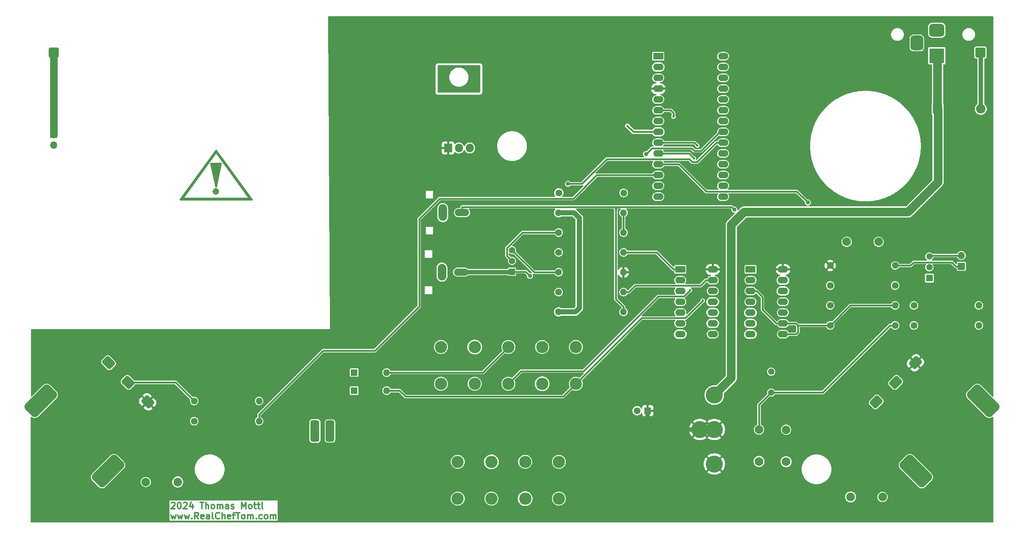
<source format=gbr>
%TF.GenerationSoftware,KiCad,Pcbnew,7.0.10*%
%TF.CreationDate,2024-02-29T16:26:42-05:00*%
%TF.ProjectId,Telstar Alpha,54656c73-7461-4722-9041-6c7068612e6b,0.1*%
%TF.SameCoordinates,Original*%
%TF.FileFunction,Copper,L1,Top*%
%TF.FilePolarity,Positive*%
%FSLAX46Y46*%
G04 Gerber Fmt 4.6, Leading zero omitted, Abs format (unit mm)*
G04 Created by KiCad (PCBNEW 7.0.10) date 2024-02-29 16:26:42*
%MOMM*%
%LPD*%
G01*
G04 APERTURE LIST*
G04 Aperture macros list*
%AMRoundRect*
0 Rectangle with rounded corners*
0 $1 Rounding radius*
0 $2 $3 $4 $5 $6 $7 $8 $9 X,Y pos of 4 corners*
0 Add a 4 corners polygon primitive as box body*
4,1,4,$2,$3,$4,$5,$6,$7,$8,$9,$2,$3,0*
0 Add four circle primitives for the rounded corners*
1,1,$1+$1,$2,$3*
1,1,$1+$1,$4,$5*
1,1,$1+$1,$6,$7*
1,1,$1+$1,$8,$9*
0 Add four rect primitives between the rounded corners*
20,1,$1+$1,$2,$3,$4,$5,0*
20,1,$1+$1,$4,$5,$6,$7,0*
20,1,$1+$1,$6,$7,$8,$9,0*
20,1,$1+$1,$8,$9,$2,$3,0*%
G04 Aperture macros list end*
%ADD10C,0.300000*%
%TA.AperFunction,NonConductor*%
%ADD11C,0.300000*%
%TD*%
%TA.AperFunction,EtchedComponent*%
%ADD12C,0.381000*%
%TD*%
%TA.AperFunction,ComponentPad*%
%ADD13C,2.865000*%
%TD*%
%TA.AperFunction,ComponentPad*%
%ADD14C,1.600000*%
%TD*%
%TA.AperFunction,ComponentPad*%
%ADD15O,1.600000X1.600000*%
%TD*%
%TA.AperFunction,ComponentPad*%
%ADD16O,1.950000X3.900000*%
%TD*%
%TA.AperFunction,ComponentPad*%
%ADD17O,3.400000X1.700000*%
%TD*%
%TA.AperFunction,ComponentPad*%
%ADD18R,3.500000X3.500000*%
%TD*%
%TA.AperFunction,ComponentPad*%
%ADD19RoundRect,0.750000X-1.000000X0.750000X-1.000000X-0.750000X1.000000X-0.750000X1.000000X0.750000X0*%
%TD*%
%TA.AperFunction,ComponentPad*%
%ADD20RoundRect,0.750000X-0.750000X1.000000X-0.750000X-1.000000X0.750000X-1.000000X0.750000X1.000000X0*%
%TD*%
%TA.AperFunction,ComponentPad*%
%ADD21R,1.905000X2.000000*%
%TD*%
%TA.AperFunction,ComponentPad*%
%ADD22O,1.905000X2.000000*%
%TD*%
%TA.AperFunction,ComponentPad*%
%ADD23R,2.400000X1.600000*%
%TD*%
%TA.AperFunction,ComponentPad*%
%ADD24O,2.400000X1.600000*%
%TD*%
%TA.AperFunction,ComponentPad*%
%ADD25C,2.000000*%
%TD*%
%TA.AperFunction,ComponentPad*%
%ADD26O,2.200000X2.200000*%
%TD*%
%TA.AperFunction,ComponentPad*%
%ADD27R,2.200000X2.200000*%
%TD*%
%TA.AperFunction,ComponentPad*%
%ADD28RoundRect,1.000000X-2.828427X1.414214X1.414214X-2.828427X2.828427X-1.414214X-1.414214X2.828427X0*%
%TD*%
%TA.AperFunction,ComponentPad*%
%ADD29RoundRect,0.562500X-0.176777X-0.972272X0.972272X0.176777X0.176777X0.972272X-0.972272X-0.176777X0*%
%TD*%
%TA.AperFunction,ComponentPad*%
%ADD30R,1.500000X1.500000*%
%TD*%
%TA.AperFunction,ComponentPad*%
%ADD31C,1.500000*%
%TD*%
%TA.AperFunction,ComponentPad*%
%ADD32RoundRect,0.250001X-0.899999X-0.899999X0.899999X-0.899999X0.899999X0.899999X-0.899999X0.899999X0*%
%TD*%
%TA.AperFunction,ComponentPad*%
%ADD33R,1.600000X1.600000*%
%TD*%
%TA.AperFunction,ComponentPad*%
%ADD34R,1.700000X1.700000*%
%TD*%
%TA.AperFunction,ComponentPad*%
%ADD35O,1.700000X1.700000*%
%TD*%
%TA.AperFunction,ComponentPad*%
%ADD36C,4.000000*%
%TD*%
%TA.AperFunction,ComponentPad*%
%ADD37RoundRect,0.400000X-0.600000X-2.100000X0.600000X-2.100000X0.600000X2.100000X-0.600000X2.100000X0*%
%TD*%
%TA.AperFunction,ComponentPad*%
%ADD38RoundRect,0.562500X-0.972272X0.176777X0.176777X-0.972272X0.972272X-0.176777X-0.176777X0.972272X0*%
%TD*%
%TA.AperFunction,ComponentPad*%
%ADD39RoundRect,1.000000X1.414214X2.828427X-2.828427X-1.414214X-1.414214X-2.828427X2.828427X1.414214X0*%
%TD*%
%TA.AperFunction,ViaPad*%
%ADD40C,0.500000*%
%TD*%
%TA.AperFunction,ViaPad*%
%ADD41C,1.000000*%
%TD*%
%TA.AperFunction,ViaPad*%
%ADD42C,0.600000*%
%TD*%
%TA.AperFunction,Conductor*%
%ADD43C,0.400000*%
%TD*%
%TA.AperFunction,Conductor*%
%ADD44C,1.200000*%
%TD*%
%TA.AperFunction,Conductor*%
%ADD45C,1.000000*%
%TD*%
%TA.AperFunction,Conductor*%
%ADD46C,2.000000*%
%TD*%
%TA.AperFunction,Conductor*%
%ADD47C,1.750000*%
%TD*%
G04 APERTURE END LIST*
D10*
D11*
X54011082Y-135408685D02*
X54082510Y-135337257D01*
X54082510Y-135337257D02*
X54225368Y-135265828D01*
X54225368Y-135265828D02*
X54582510Y-135265828D01*
X54582510Y-135265828D02*
X54725368Y-135337257D01*
X54725368Y-135337257D02*
X54796796Y-135408685D01*
X54796796Y-135408685D02*
X54868225Y-135551542D01*
X54868225Y-135551542D02*
X54868225Y-135694400D01*
X54868225Y-135694400D02*
X54796796Y-135908685D01*
X54796796Y-135908685D02*
X53939653Y-136765828D01*
X53939653Y-136765828D02*
X54868225Y-136765828D01*
X55796796Y-135265828D02*
X55939653Y-135265828D01*
X55939653Y-135265828D02*
X56082510Y-135337257D01*
X56082510Y-135337257D02*
X56153939Y-135408685D01*
X56153939Y-135408685D02*
X56225367Y-135551542D01*
X56225367Y-135551542D02*
X56296796Y-135837257D01*
X56296796Y-135837257D02*
X56296796Y-136194400D01*
X56296796Y-136194400D02*
X56225367Y-136480114D01*
X56225367Y-136480114D02*
X56153939Y-136622971D01*
X56153939Y-136622971D02*
X56082510Y-136694400D01*
X56082510Y-136694400D02*
X55939653Y-136765828D01*
X55939653Y-136765828D02*
X55796796Y-136765828D01*
X55796796Y-136765828D02*
X55653939Y-136694400D01*
X55653939Y-136694400D02*
X55582510Y-136622971D01*
X55582510Y-136622971D02*
X55511081Y-136480114D01*
X55511081Y-136480114D02*
X55439653Y-136194400D01*
X55439653Y-136194400D02*
X55439653Y-135837257D01*
X55439653Y-135837257D02*
X55511081Y-135551542D01*
X55511081Y-135551542D02*
X55582510Y-135408685D01*
X55582510Y-135408685D02*
X55653939Y-135337257D01*
X55653939Y-135337257D02*
X55796796Y-135265828D01*
X56868224Y-135408685D02*
X56939652Y-135337257D01*
X56939652Y-135337257D02*
X57082510Y-135265828D01*
X57082510Y-135265828D02*
X57439652Y-135265828D01*
X57439652Y-135265828D02*
X57582510Y-135337257D01*
X57582510Y-135337257D02*
X57653938Y-135408685D01*
X57653938Y-135408685D02*
X57725367Y-135551542D01*
X57725367Y-135551542D02*
X57725367Y-135694400D01*
X57725367Y-135694400D02*
X57653938Y-135908685D01*
X57653938Y-135908685D02*
X56796795Y-136765828D01*
X56796795Y-136765828D02*
X57725367Y-136765828D01*
X59011081Y-135765828D02*
X59011081Y-136765828D01*
X58653938Y-135194400D02*
X58296795Y-136265828D01*
X58296795Y-136265828D02*
X59225366Y-136265828D01*
X60725366Y-135265828D02*
X61582509Y-135265828D01*
X61153937Y-136765828D02*
X61153937Y-135265828D01*
X62082508Y-136765828D02*
X62082508Y-135265828D01*
X62725366Y-136765828D02*
X62725366Y-135980114D01*
X62725366Y-135980114D02*
X62653937Y-135837257D01*
X62653937Y-135837257D02*
X62511080Y-135765828D01*
X62511080Y-135765828D02*
X62296794Y-135765828D01*
X62296794Y-135765828D02*
X62153937Y-135837257D01*
X62153937Y-135837257D02*
X62082508Y-135908685D01*
X63653937Y-136765828D02*
X63511080Y-136694400D01*
X63511080Y-136694400D02*
X63439651Y-136622971D01*
X63439651Y-136622971D02*
X63368223Y-136480114D01*
X63368223Y-136480114D02*
X63368223Y-136051542D01*
X63368223Y-136051542D02*
X63439651Y-135908685D01*
X63439651Y-135908685D02*
X63511080Y-135837257D01*
X63511080Y-135837257D02*
X63653937Y-135765828D01*
X63653937Y-135765828D02*
X63868223Y-135765828D01*
X63868223Y-135765828D02*
X64011080Y-135837257D01*
X64011080Y-135837257D02*
X64082509Y-135908685D01*
X64082509Y-135908685D02*
X64153937Y-136051542D01*
X64153937Y-136051542D02*
X64153937Y-136480114D01*
X64153937Y-136480114D02*
X64082509Y-136622971D01*
X64082509Y-136622971D02*
X64011080Y-136694400D01*
X64011080Y-136694400D02*
X63868223Y-136765828D01*
X63868223Y-136765828D02*
X63653937Y-136765828D01*
X64796794Y-136765828D02*
X64796794Y-135765828D01*
X64796794Y-135908685D02*
X64868223Y-135837257D01*
X64868223Y-135837257D02*
X65011080Y-135765828D01*
X65011080Y-135765828D02*
X65225366Y-135765828D01*
X65225366Y-135765828D02*
X65368223Y-135837257D01*
X65368223Y-135837257D02*
X65439652Y-135980114D01*
X65439652Y-135980114D02*
X65439652Y-136765828D01*
X65439652Y-135980114D02*
X65511080Y-135837257D01*
X65511080Y-135837257D02*
X65653937Y-135765828D01*
X65653937Y-135765828D02*
X65868223Y-135765828D01*
X65868223Y-135765828D02*
X66011080Y-135837257D01*
X66011080Y-135837257D02*
X66082509Y-135980114D01*
X66082509Y-135980114D02*
X66082509Y-136765828D01*
X67439652Y-136765828D02*
X67439652Y-135980114D01*
X67439652Y-135980114D02*
X67368223Y-135837257D01*
X67368223Y-135837257D02*
X67225366Y-135765828D01*
X67225366Y-135765828D02*
X66939652Y-135765828D01*
X66939652Y-135765828D02*
X66796794Y-135837257D01*
X67439652Y-136694400D02*
X67296794Y-136765828D01*
X67296794Y-136765828D02*
X66939652Y-136765828D01*
X66939652Y-136765828D02*
X66796794Y-136694400D01*
X66796794Y-136694400D02*
X66725366Y-136551542D01*
X66725366Y-136551542D02*
X66725366Y-136408685D01*
X66725366Y-136408685D02*
X66796794Y-136265828D01*
X66796794Y-136265828D02*
X66939652Y-136194400D01*
X66939652Y-136194400D02*
X67296794Y-136194400D01*
X67296794Y-136194400D02*
X67439652Y-136122971D01*
X68082509Y-136694400D02*
X68225366Y-136765828D01*
X68225366Y-136765828D02*
X68511080Y-136765828D01*
X68511080Y-136765828D02*
X68653937Y-136694400D01*
X68653937Y-136694400D02*
X68725366Y-136551542D01*
X68725366Y-136551542D02*
X68725366Y-136480114D01*
X68725366Y-136480114D02*
X68653937Y-136337257D01*
X68653937Y-136337257D02*
X68511080Y-136265828D01*
X68511080Y-136265828D02*
X68296795Y-136265828D01*
X68296795Y-136265828D02*
X68153937Y-136194400D01*
X68153937Y-136194400D02*
X68082509Y-136051542D01*
X68082509Y-136051542D02*
X68082509Y-135980114D01*
X68082509Y-135980114D02*
X68153937Y-135837257D01*
X68153937Y-135837257D02*
X68296795Y-135765828D01*
X68296795Y-135765828D02*
X68511080Y-135765828D01*
X68511080Y-135765828D02*
X68653937Y-135837257D01*
X70511080Y-136765828D02*
X70511080Y-135265828D01*
X70511080Y-135265828D02*
X71011080Y-136337257D01*
X71011080Y-136337257D02*
X71511080Y-135265828D01*
X71511080Y-135265828D02*
X71511080Y-136765828D01*
X72439652Y-136765828D02*
X72296795Y-136694400D01*
X72296795Y-136694400D02*
X72225366Y-136622971D01*
X72225366Y-136622971D02*
X72153938Y-136480114D01*
X72153938Y-136480114D02*
X72153938Y-136051542D01*
X72153938Y-136051542D02*
X72225366Y-135908685D01*
X72225366Y-135908685D02*
X72296795Y-135837257D01*
X72296795Y-135837257D02*
X72439652Y-135765828D01*
X72439652Y-135765828D02*
X72653938Y-135765828D01*
X72653938Y-135765828D02*
X72796795Y-135837257D01*
X72796795Y-135837257D02*
X72868224Y-135908685D01*
X72868224Y-135908685D02*
X72939652Y-136051542D01*
X72939652Y-136051542D02*
X72939652Y-136480114D01*
X72939652Y-136480114D02*
X72868224Y-136622971D01*
X72868224Y-136622971D02*
X72796795Y-136694400D01*
X72796795Y-136694400D02*
X72653938Y-136765828D01*
X72653938Y-136765828D02*
X72439652Y-136765828D01*
X73368224Y-135765828D02*
X73939652Y-135765828D01*
X73582509Y-135265828D02*
X73582509Y-136551542D01*
X73582509Y-136551542D02*
X73653938Y-136694400D01*
X73653938Y-136694400D02*
X73796795Y-136765828D01*
X73796795Y-136765828D02*
X73939652Y-136765828D01*
X74225367Y-135765828D02*
X74796795Y-135765828D01*
X74439652Y-135265828D02*
X74439652Y-136551542D01*
X74439652Y-136551542D02*
X74511081Y-136694400D01*
X74511081Y-136694400D02*
X74653938Y-136765828D01*
X74653938Y-136765828D02*
X74796795Y-136765828D01*
X75511081Y-136765828D02*
X75368224Y-136694400D01*
X75368224Y-136694400D02*
X75296795Y-136551542D01*
X75296795Y-136551542D02*
X75296795Y-135265828D01*
X53939653Y-138180828D02*
X54225368Y-139180828D01*
X54225368Y-139180828D02*
X54511082Y-138466542D01*
X54511082Y-138466542D02*
X54796796Y-139180828D01*
X54796796Y-139180828D02*
X55082510Y-138180828D01*
X55511082Y-138180828D02*
X55796797Y-139180828D01*
X55796797Y-139180828D02*
X56082511Y-138466542D01*
X56082511Y-138466542D02*
X56368225Y-139180828D01*
X56368225Y-139180828D02*
X56653939Y-138180828D01*
X57082511Y-138180828D02*
X57368226Y-139180828D01*
X57368226Y-139180828D02*
X57653940Y-138466542D01*
X57653940Y-138466542D02*
X57939654Y-139180828D01*
X57939654Y-139180828D02*
X58225368Y-138180828D01*
X58796797Y-139037971D02*
X58868226Y-139109400D01*
X58868226Y-139109400D02*
X58796797Y-139180828D01*
X58796797Y-139180828D02*
X58725369Y-139109400D01*
X58725369Y-139109400D02*
X58796797Y-139037971D01*
X58796797Y-139037971D02*
X58796797Y-139180828D01*
X60368226Y-139180828D02*
X59868226Y-138466542D01*
X59511083Y-139180828D02*
X59511083Y-137680828D01*
X59511083Y-137680828D02*
X60082512Y-137680828D01*
X60082512Y-137680828D02*
X60225369Y-137752257D01*
X60225369Y-137752257D02*
X60296798Y-137823685D01*
X60296798Y-137823685D02*
X60368226Y-137966542D01*
X60368226Y-137966542D02*
X60368226Y-138180828D01*
X60368226Y-138180828D02*
X60296798Y-138323685D01*
X60296798Y-138323685D02*
X60225369Y-138395114D01*
X60225369Y-138395114D02*
X60082512Y-138466542D01*
X60082512Y-138466542D02*
X59511083Y-138466542D01*
X61582512Y-139109400D02*
X61439655Y-139180828D01*
X61439655Y-139180828D02*
X61153941Y-139180828D01*
X61153941Y-139180828D02*
X61011083Y-139109400D01*
X61011083Y-139109400D02*
X60939655Y-138966542D01*
X60939655Y-138966542D02*
X60939655Y-138395114D01*
X60939655Y-138395114D02*
X61011083Y-138252257D01*
X61011083Y-138252257D02*
X61153941Y-138180828D01*
X61153941Y-138180828D02*
X61439655Y-138180828D01*
X61439655Y-138180828D02*
X61582512Y-138252257D01*
X61582512Y-138252257D02*
X61653941Y-138395114D01*
X61653941Y-138395114D02*
X61653941Y-138537971D01*
X61653941Y-138537971D02*
X60939655Y-138680828D01*
X62939655Y-139180828D02*
X62939655Y-138395114D01*
X62939655Y-138395114D02*
X62868226Y-138252257D01*
X62868226Y-138252257D02*
X62725369Y-138180828D01*
X62725369Y-138180828D02*
X62439655Y-138180828D01*
X62439655Y-138180828D02*
X62296797Y-138252257D01*
X62939655Y-139109400D02*
X62796797Y-139180828D01*
X62796797Y-139180828D02*
X62439655Y-139180828D01*
X62439655Y-139180828D02*
X62296797Y-139109400D01*
X62296797Y-139109400D02*
X62225369Y-138966542D01*
X62225369Y-138966542D02*
X62225369Y-138823685D01*
X62225369Y-138823685D02*
X62296797Y-138680828D01*
X62296797Y-138680828D02*
X62439655Y-138609400D01*
X62439655Y-138609400D02*
X62796797Y-138609400D01*
X62796797Y-138609400D02*
X62939655Y-138537971D01*
X63868226Y-139180828D02*
X63725369Y-139109400D01*
X63725369Y-139109400D02*
X63653940Y-138966542D01*
X63653940Y-138966542D02*
X63653940Y-137680828D01*
X65296797Y-139037971D02*
X65225369Y-139109400D01*
X65225369Y-139109400D02*
X65011083Y-139180828D01*
X65011083Y-139180828D02*
X64868226Y-139180828D01*
X64868226Y-139180828D02*
X64653940Y-139109400D01*
X64653940Y-139109400D02*
X64511083Y-138966542D01*
X64511083Y-138966542D02*
X64439654Y-138823685D01*
X64439654Y-138823685D02*
X64368226Y-138537971D01*
X64368226Y-138537971D02*
X64368226Y-138323685D01*
X64368226Y-138323685D02*
X64439654Y-138037971D01*
X64439654Y-138037971D02*
X64511083Y-137895114D01*
X64511083Y-137895114D02*
X64653940Y-137752257D01*
X64653940Y-137752257D02*
X64868226Y-137680828D01*
X64868226Y-137680828D02*
X65011083Y-137680828D01*
X65011083Y-137680828D02*
X65225369Y-137752257D01*
X65225369Y-137752257D02*
X65296797Y-137823685D01*
X65939654Y-139180828D02*
X65939654Y-137680828D01*
X66582512Y-139180828D02*
X66582512Y-138395114D01*
X66582512Y-138395114D02*
X66511083Y-138252257D01*
X66511083Y-138252257D02*
X66368226Y-138180828D01*
X66368226Y-138180828D02*
X66153940Y-138180828D01*
X66153940Y-138180828D02*
X66011083Y-138252257D01*
X66011083Y-138252257D02*
X65939654Y-138323685D01*
X67868226Y-139109400D02*
X67725369Y-139180828D01*
X67725369Y-139180828D02*
X67439655Y-139180828D01*
X67439655Y-139180828D02*
X67296797Y-139109400D01*
X67296797Y-139109400D02*
X67225369Y-138966542D01*
X67225369Y-138966542D02*
X67225369Y-138395114D01*
X67225369Y-138395114D02*
X67296797Y-138252257D01*
X67296797Y-138252257D02*
X67439655Y-138180828D01*
X67439655Y-138180828D02*
X67725369Y-138180828D01*
X67725369Y-138180828D02*
X67868226Y-138252257D01*
X67868226Y-138252257D02*
X67939655Y-138395114D01*
X67939655Y-138395114D02*
X67939655Y-138537971D01*
X67939655Y-138537971D02*
X67225369Y-138680828D01*
X68368226Y-138180828D02*
X68939654Y-138180828D01*
X68582511Y-139180828D02*
X68582511Y-137895114D01*
X68582511Y-137895114D02*
X68653940Y-137752257D01*
X68653940Y-137752257D02*
X68796797Y-137680828D01*
X68796797Y-137680828D02*
X68939654Y-137680828D01*
X69225369Y-137680828D02*
X70082512Y-137680828D01*
X69653940Y-139180828D02*
X69653940Y-137680828D01*
X70796797Y-139180828D02*
X70653940Y-139109400D01*
X70653940Y-139109400D02*
X70582511Y-139037971D01*
X70582511Y-139037971D02*
X70511083Y-138895114D01*
X70511083Y-138895114D02*
X70511083Y-138466542D01*
X70511083Y-138466542D02*
X70582511Y-138323685D01*
X70582511Y-138323685D02*
X70653940Y-138252257D01*
X70653940Y-138252257D02*
X70796797Y-138180828D01*
X70796797Y-138180828D02*
X71011083Y-138180828D01*
X71011083Y-138180828D02*
X71153940Y-138252257D01*
X71153940Y-138252257D02*
X71225369Y-138323685D01*
X71225369Y-138323685D02*
X71296797Y-138466542D01*
X71296797Y-138466542D02*
X71296797Y-138895114D01*
X71296797Y-138895114D02*
X71225369Y-139037971D01*
X71225369Y-139037971D02*
X71153940Y-139109400D01*
X71153940Y-139109400D02*
X71011083Y-139180828D01*
X71011083Y-139180828D02*
X70796797Y-139180828D01*
X71939654Y-139180828D02*
X71939654Y-138180828D01*
X71939654Y-138323685D02*
X72011083Y-138252257D01*
X72011083Y-138252257D02*
X72153940Y-138180828D01*
X72153940Y-138180828D02*
X72368226Y-138180828D01*
X72368226Y-138180828D02*
X72511083Y-138252257D01*
X72511083Y-138252257D02*
X72582512Y-138395114D01*
X72582512Y-138395114D02*
X72582512Y-139180828D01*
X72582512Y-138395114D02*
X72653940Y-138252257D01*
X72653940Y-138252257D02*
X72796797Y-138180828D01*
X72796797Y-138180828D02*
X73011083Y-138180828D01*
X73011083Y-138180828D02*
X73153940Y-138252257D01*
X73153940Y-138252257D02*
X73225369Y-138395114D01*
X73225369Y-138395114D02*
X73225369Y-139180828D01*
X73939654Y-139037971D02*
X74011083Y-139109400D01*
X74011083Y-139109400D02*
X73939654Y-139180828D01*
X73939654Y-139180828D02*
X73868226Y-139109400D01*
X73868226Y-139109400D02*
X73939654Y-139037971D01*
X73939654Y-139037971D02*
X73939654Y-139180828D01*
X75296798Y-139109400D02*
X75153940Y-139180828D01*
X75153940Y-139180828D02*
X74868226Y-139180828D01*
X74868226Y-139180828D02*
X74725369Y-139109400D01*
X74725369Y-139109400D02*
X74653940Y-139037971D01*
X74653940Y-139037971D02*
X74582512Y-138895114D01*
X74582512Y-138895114D02*
X74582512Y-138466542D01*
X74582512Y-138466542D02*
X74653940Y-138323685D01*
X74653940Y-138323685D02*
X74725369Y-138252257D01*
X74725369Y-138252257D02*
X74868226Y-138180828D01*
X74868226Y-138180828D02*
X75153940Y-138180828D01*
X75153940Y-138180828D02*
X75296798Y-138252257D01*
X76153940Y-139180828D02*
X76011083Y-139109400D01*
X76011083Y-139109400D02*
X75939654Y-139037971D01*
X75939654Y-139037971D02*
X75868226Y-138895114D01*
X75868226Y-138895114D02*
X75868226Y-138466542D01*
X75868226Y-138466542D02*
X75939654Y-138323685D01*
X75939654Y-138323685D02*
X76011083Y-138252257D01*
X76011083Y-138252257D02*
X76153940Y-138180828D01*
X76153940Y-138180828D02*
X76368226Y-138180828D01*
X76368226Y-138180828D02*
X76511083Y-138252257D01*
X76511083Y-138252257D02*
X76582512Y-138323685D01*
X76582512Y-138323685D02*
X76653940Y-138466542D01*
X76653940Y-138466542D02*
X76653940Y-138895114D01*
X76653940Y-138895114D02*
X76582512Y-139037971D01*
X76582512Y-139037971D02*
X76511083Y-139109400D01*
X76511083Y-139109400D02*
X76368226Y-139180828D01*
X76368226Y-139180828D02*
X76153940Y-139180828D01*
X77296797Y-139180828D02*
X77296797Y-138180828D01*
X77296797Y-138323685D02*
X77368226Y-138252257D01*
X77368226Y-138252257D02*
X77511083Y-138180828D01*
X77511083Y-138180828D02*
X77725369Y-138180828D01*
X77725369Y-138180828D02*
X77868226Y-138252257D01*
X77868226Y-138252257D02*
X77939655Y-138395114D01*
X77939655Y-138395114D02*
X77939655Y-139180828D01*
X77939655Y-138395114D02*
X78011083Y-138252257D01*
X78011083Y-138252257D02*
X78153940Y-138180828D01*
X78153940Y-138180828D02*
X78368226Y-138180828D01*
X78368226Y-138180828D02*
X78511083Y-138252257D01*
X78511083Y-138252257D02*
X78582512Y-138395114D01*
X78582512Y-138395114D02*
X78582512Y-139180828D01*
D12*
%TO.C,REF1*%
X56068000Y-64069000D02*
X64450000Y-52512000D01*
X56576000Y-63815000D02*
X64450000Y-52893000D01*
X63307000Y-55560000D02*
X64450000Y-55560000D01*
X63561000Y-55814000D02*
X63942000Y-57211000D01*
X63942000Y-57211000D02*
X63815000Y-55941000D01*
X64069000Y-55814000D02*
X63561000Y-55814000D01*
X64069000Y-58481000D02*
X64069000Y-55814000D01*
X64323000Y-59497000D02*
X64450000Y-55814000D01*
X64450000Y-52512000D02*
X72832000Y-64069000D01*
X64450000Y-52893000D02*
X72324000Y-63815000D01*
X64450000Y-55560000D02*
X65593000Y-55560000D01*
X64450000Y-55814000D02*
X64069000Y-58481000D01*
X64450000Y-60894000D02*
X64831000Y-55814000D01*
X64450000Y-61021000D02*
X63307000Y-55560000D01*
X64450000Y-61021000D02*
X65212000Y-55687000D01*
X64831000Y-55814000D02*
X64323000Y-59497000D01*
X65593000Y-55560000D02*
X64450000Y-61021000D01*
X72324000Y-63815000D02*
X56576000Y-63815000D01*
X72832000Y-64069000D02*
X56068000Y-64069000D01*
X64577000Y-62164000D02*
G75*
G03*
X64323000Y-62164000I-127000J0D01*
G01*
X64323000Y-62164000D02*
G75*
G03*
X64577000Y-62164000I127000J0D01*
G01*
X64629605Y-62164000D02*
G75*
G03*
X64270395Y-62164000I-179605J0D01*
G01*
X64270395Y-62164000D02*
G75*
G03*
X64629605Y-62164000I179605J0D01*
G01*
X65017961Y-62164000D02*
G75*
G03*
X63882039Y-62164000I-567961J0D01*
G01*
X63882039Y-62164000D02*
G75*
G03*
X65017961Y-62164000I567961J0D01*
G01*
%TD*%
D13*
%TO.P,SW2,1,1*%
%TO.N,unconnected-(SW2-Pad1)*%
X121250000Y-134390000D03*
%TO.P,SW2,2,2*%
%TO.N,unconnected-(SW2-Pad2)*%
X129170000Y-134390000D03*
%TO.P,SW2,3,3*%
%TO.N,GND*%
X137090000Y-134390000D03*
%TO.P,SW2,4,4*%
%TO.N,BATSIZE*%
X145010000Y-134390000D03*
%TO.P,SW2,5,5*%
%TO.N,unconnected-(SW2-Pad5)*%
X121250000Y-125750000D03*
%TO.P,SW2,6,6*%
%TO.N,GND*%
X129170000Y-125750000D03*
%TO.P,SW2,7,7*%
%TO.N,SPEED*%
X137090000Y-125750000D03*
%TO.P,SW2,8,8*%
%TO.N,unconnected-(SW2-Pad8)*%
X145010000Y-125750000D03*
%TD*%
%TO.P,SW3,1,1*%
%TO.N,unconnected-(SW3-Pad1)*%
X117320000Y-107390000D03*
%TO.P,SW3,2,2*%
%TO.N,unconnected-(SW3-Pad2)*%
X125240000Y-107390000D03*
%TO.P,SW3,3,3*%
%TO.N,HANDBALL*%
X133160000Y-107390000D03*
%TO.P,SW3,4,4*%
%TO.N,GND*%
X141080000Y-107390000D03*
%TO.P,SW3,5,5*%
%TO.N,JAI_ALAI*%
X149000000Y-107390000D03*
%TO.P,SW3,6,6*%
%TO.N,TENNIS*%
X117320000Y-98750000D03*
%TO.P,SW3,7,7*%
%TO.N,GND*%
X125240000Y-98750000D03*
%TO.P,SW3,8,8*%
%TO.N,HOCKEY*%
X133160000Y-98750000D03*
%TO.P,SW3,9,9*%
%TO.N,unconnected-(SW3-Pad9)*%
X141080000Y-98750000D03*
%TO.P,SW3,10,10*%
%TO.N,unconnected-(SW3-Pad10)*%
X149000000Y-98750000D03*
%TD*%
D14*
%TO.P,R15,1*%
%TO.N,GND*%
X144950000Y-90500000D03*
D15*
%TO.P,R15,2*%
%TO.N,Net-(J6-Pad2)*%
X160190000Y-90500000D03*
%TD*%
D16*
%TO.P,J6,1*%
%TO.N,GND*%
X117757000Y-67134000D03*
D17*
%TO.P,J6,2*%
%TO.N,Net-(J6-Pad2)*%
X122257000Y-67134000D03*
%TD*%
D14*
%TO.P,R6,1*%
%TO.N,Net-(C6-Pad1)*%
X228380000Y-93660000D03*
D15*
%TO.P,R6,2*%
%TO.N,Net-(U2-RBatInput)*%
X243620000Y-93660000D03*
%TD*%
D18*
%TO.P,J2,1*%
%TO.N,/+9V*%
X233750000Y-30250000D03*
D19*
%TO.P,J2,2*%
%TO.N,GND*%
X233750000Y-24250000D03*
D20*
%TO.P,J2,3*%
%TO.N,N/C*%
X229050000Y-27250000D03*
%TD*%
D14*
%TO.P,R7,1*%
%TO.N,L_POT_WIPE*%
X59370000Y-111440000D03*
D15*
%TO.P,R7,2*%
%TO.N,Net-(C5-Pad1)*%
X74610000Y-111440000D03*
%TD*%
D16*
%TO.P,J5,1*%
%TO.N,GND*%
X117549900Y-81134000D03*
D17*
%TO.P,J5,2*%
%TO.N,Net-(Q2-E)*%
X122049900Y-81134000D03*
%TD*%
D14*
%TO.P,R10,1*%
%TO.N,GND*%
X144950000Y-67166700D03*
D15*
%TO.P,R10,2*%
%TO.N,Net-(R10-Pad2)*%
X160190000Y-67166700D03*
%TD*%
D14*
%TO.P,R3,1*%
%TO.N,Net-(C4-Pad2)*%
X208722000Y-88970000D03*
D15*
%TO.P,R3,2*%
%TO.N,Net-(R3-Pad2)*%
X223962000Y-88970000D03*
%TD*%
D21*
%TO.P,U1,1,VI*%
%TO.N,VCC*%
X118980000Y-51943000D03*
D22*
%TO.P,U1,2,GND*%
%TO.N,GND*%
X121520000Y-51943000D03*
%TO.P,U1,3,VO*%
%TO.N,/+5V*%
X124060000Y-51943000D03*
%TD*%
D23*
%TO.P,U4,1*%
%TO.N,Net-(R12-Pad2)*%
X173525000Y-80500000D03*
D24*
%TO.P,U4,2*%
%TO.N,BALLOUT*%
X173525000Y-83040000D03*
%TO.P,U4,3*%
%TO.N,FIELDOUT*%
X173525000Y-85580000D03*
%TO.P,U4,4*%
%TO.N,LPLAYEROUT*%
X173525000Y-88120000D03*
%TO.P,U4,5*%
%TO.N,RPLAYEROUT*%
X173525000Y-90660000D03*
%TO.P,U4,6*%
%TO.N,N/C*%
X173525000Y-93200000D03*
%TO.P,U4,7,VSS*%
%TO.N,GND*%
X173525000Y-95740000D03*
%TO.P,U4,8*%
%TO.N,N/C*%
X181145000Y-95740000D03*
%TO.P,U4,9*%
%TO.N,GND*%
X181145000Y-93200000D03*
%TO.P,U4,10*%
X181145000Y-90660000D03*
%TO.P,U4,11*%
X181145000Y-88120000D03*
%TO.P,U4,12*%
%TO.N,SYNC*%
X181145000Y-85580000D03*
%TO.P,U4,13*%
%TO.N,Net-(R14-Pad2)*%
X181145000Y-83040000D03*
%TO.P,U4,14,VDD*%
%TO.N,VCC*%
X181145000Y-80500000D03*
%TD*%
D25*
%TO.P,C4,1*%
%TO.N,GND*%
X198360000Y-125710000D03*
%TO.P,C4,2*%
%TO.N,Net-(C4-Pad2)*%
X198360000Y-118210000D03*
%TD*%
D26*
%TO.P,D1,2,A*%
%TO.N,/BattPos*%
X244080000Y-42750000D03*
D27*
%TO.P,D1,1,K*%
%TO.N,/+9V*%
X233920000Y-42750000D03*
%TD*%
D28*
%TO.P,RV2,4*%
%TO.N,N/C*%
X244646447Y-111411255D03*
X228835539Y-127929269D03*
D29*
%TO.P,RV2,3,3*%
%TO.N,VCC*%
X228711795Y-102448676D03*
%TO.P,RV2,2,2*%
%TO.N,R_POT_WIPE*%
X224115601Y-107044870D03*
%TO.P,RV2,1,1*%
%TO.N,unconnected-(RV2-Pad1)*%
X219519407Y-111641064D03*
%TD*%
D30*
%TO.P,Q1,1,E*%
%TO.N,GND*%
X232000000Y-82540000D03*
D31*
%TO.P,Q1,2,B*%
%TO.N,Net-(Q1-B)*%
X232000000Y-80000000D03*
%TO.P,Q1,3,C*%
%TO.N,Net-(Q1-C)*%
X232000000Y-77460000D03*
%TD*%
D32*
%TO.P,J4,1,Pin_1*%
%TO.N,/BattPos*%
X244000000Y-29500000D03*
%TD*%
D33*
%TO.P,D3,1,K*%
%TO.N,RESET*%
X96940000Y-104750000D03*
D15*
%TO.P,D3,2,A*%
%TO.N,HOCKEY*%
X104560000Y-104750000D03*
%TD*%
D14*
%TO.P,R4,1*%
%TO.N,Net-(R3-Pad2)*%
X208722000Y-93660000D03*
D15*
%TO.P,R4,2*%
%TO.N,Net-(C3-Pad2)*%
X223962000Y-93660000D03*
%TD*%
D30*
%TO.P,Q2,1,E*%
%TO.N,Net-(Q2-E)*%
X134000000Y-81040000D03*
D31*
%TO.P,Q2,2,B*%
%TO.N,Net-(Q2-B)*%
X134000000Y-78500000D03*
%TO.P,Q2,3,C*%
%TO.N,Net-(Q2-C)*%
X134000000Y-75960000D03*
%TD*%
D32*
%TO.P,J3,1,Pin_1*%
%TO.N,GND*%
X26350000Y-29500000D03*
%TD*%
D14*
%TO.P,R9,1*%
%TO.N,GND*%
X144980000Y-62500000D03*
D15*
%TO.P,R9,2*%
%TO.N,Net-(Q2-E)*%
X160220000Y-62500000D03*
%TD*%
D34*
%TO.P,J1,1,Pin_1*%
%TO.N,GND*%
X26350000Y-48702000D03*
D35*
%TO.P,J1,2,Pin_2*%
%TO.N,/+5V*%
X26350000Y-51242000D03*
%TD*%
D36*
%TO.P,SW4,1,A*%
%TO.N,/+9V*%
X181500000Y-110050000D03*
%TO.P,SW4,2,B*%
%TO.N,VCC*%
X178100000Y-118150000D03*
X181500000Y-118150000D03*
%TO.P,SW4,3,C*%
X181500000Y-126250000D03*
%TD*%
D23*
%TO.P,U3,1*%
%TO.N,Net-(C4-Pad2)*%
X190000000Y-80500000D03*
D24*
%TO.P,U3,2*%
X190000000Y-83040000D03*
%TO.P,U3,3*%
%TO.N,Net-(R3-Pad2)*%
X190000000Y-85580000D03*
%TO.P,U3,4*%
%TO.N,unconnected-(U3-Pad4)*%
X190000000Y-88120000D03*
%TO.P,U3,5*%
%TO.N,GND*%
X190000000Y-90660000D03*
%TO.P,U3,6*%
X190000000Y-93200000D03*
%TO.P,U3,7,VSS*%
X190000000Y-95740000D03*
%TO.P,U3,8*%
%TO.N,Net-(R3-Pad2)*%
X197620000Y-95740000D03*
%TO.P,U3,9*%
X197620000Y-93200000D03*
%TO.P,U3,10*%
%TO.N,Net-(U2-CLK)*%
X197620000Y-90660000D03*
%TO.P,U3,11*%
%TO.N,unconnected-(U3-Pad11)*%
X197620000Y-88120000D03*
%TO.P,U3,12*%
%TO.N,GND*%
X197620000Y-85580000D03*
%TO.P,U3,13*%
X197620000Y-83040000D03*
%TO.P,U3,14,VDD*%
%TO.N,VCC*%
X197620000Y-80500000D03*
%TD*%
D31*
%TO.P,Y1,1,1*%
%TO.N,Net-(C3-Pad2)*%
X194850000Y-109450000D03*
%TO.P,Y1,2,2*%
%TO.N,Net-(C4-Pad2)*%
X194850000Y-104550000D03*
%TD*%
D14*
%TO.P,R8,1*%
%TO.N,Net-(C5-Pad1)*%
X59370000Y-116190000D03*
D15*
%TO.P,R8,2*%
%TO.N,Net-(U2-LBatInput)*%
X74610000Y-116190000D03*
%TD*%
D37*
%TO.P,SW1,1,A*%
%TO.N,GND*%
X87722000Y-118500000D03*
%TO.P,SW1,2,B*%
%TO.N,RESET*%
X91278000Y-118500000D03*
%TD*%
D35*
%TO.P,LS1,2,2*%
%TO.N,Net-(Q1-C)*%
X239500000Y-77235000D03*
D34*
%TO.P,LS1,1,1*%
%TO.N,Net-(LS1-Pad1)*%
X239500000Y-79775000D03*
%TD*%
D14*
%TO.P,R11,1*%
%TO.N,Net-(Q2-B)*%
X144950000Y-71833300D03*
D15*
%TO.P,R11,2*%
%TO.N,Net-(R10-Pad2)*%
X160190000Y-71833300D03*
%TD*%
D25*
%TO.P,C1,1*%
%TO.N,Net-(Q1-B)*%
X220092000Y-74000000D03*
%TO.P,C1,2*%
%TO.N,Net-(C1-Pad2)*%
X212592000Y-74000000D03*
%TD*%
D14*
%TO.P,R14,1*%
%TO.N,Net-(R10-Pad2)*%
X144950000Y-85833300D03*
D15*
%TO.P,R14,2*%
%TO.N,Net-(R14-Pad2)*%
X160190000Y-85833300D03*
%TD*%
D33*
%TO.P,C2,1*%
%TO.N,VCC*%
X165865100Y-113730000D03*
D14*
%TO.P,C2,2*%
%TO.N,GND*%
X163365100Y-113730000D03*
%TD*%
D23*
%TO.P,U2,1,NC*%
%TO.N,unconnected-(U2-NC-Pad1)*%
X168340000Y-30380000D03*
D24*
%TO.P,U2,2,Vss*%
%TO.N,GND*%
X168340000Y-32920000D03*
%TO.P,U2,3,Sound*%
%TO.N,SOUND*%
X168340000Y-35460000D03*
%TO.P,U2,4,Vcc*%
%TO.N,VCC*%
X168340000Y-38000000D03*
%TO.P,U2,5,Ball_Angles*%
%TO.N,BATSIZE*%
X168340000Y-40540000D03*
%TO.P,U2,6,BallOutput*%
%TO.N,BALLOUT*%
X168340000Y-43080000D03*
%TO.P,U2,7,BallSpeed*%
%TO.N,SPEED*%
X168340000Y-45620000D03*
%TO.P,U2,8,ManualServe*%
%TO.N,GND*%
X168340000Y-48160000D03*
%TO.P,U2,9,RPlayerOut*%
%TO.N,RPLAYEROUT*%
X168340000Y-50700000D03*
%TO.P,U2,10,LPlayerOut*%
%TO.N,LPLAYEROUT*%
X168340000Y-53240000D03*
%TO.P,U2,11,RBatInput*%
%TO.N,Net-(U2-RBatInput)*%
X168340000Y-55780000D03*
%TO.P,U2,12,LBatInput*%
%TO.N,Net-(U2-LBatInput)*%
X168340000Y-58320000D03*
%TO.P,U2,13,BatSize*%
%TO.N,BATSIZE*%
X168340000Y-60860000D03*
%TO.P,U2,14,NC*%
%TO.N,unconnected-(U2-NC-Pad14)*%
X168340000Y-63400000D03*
%TO.P,U2,15,NC*%
%TO.N,unconnected-(U2-NC-Pad15)*%
X183580000Y-63400000D03*
%TO.P,U2,16,SYNC*%
%TO.N,SYNC*%
X183580000Y-60860000D03*
%TO.P,U2,17,CLK*%
%TO.N,Net-(U2-CLK)*%
X183580000Y-58320000D03*
%TO.P,U2,18,RifleGame2*%
%TO.N,unconnected-(U2-RifleGame2-Pad18)*%
X183580000Y-55780000D03*
%TO.P,U2,19,RifleGame1*%
%TO.N,unconnected-(U2-RifleGame1-Pad19)*%
X183580000Y-53240000D03*
%TO.P,U2,20,Tennis*%
%TO.N,TENNIS*%
X183580000Y-50700000D03*
%TO.P,U2,21,Soccer*%
%TO.N,HOCKEY*%
X183580000Y-48160000D03*
%TO.P,U2,22,Squash*%
%TO.N,JAI_ALAI*%
X183580000Y-45620000D03*
%TO.P,U2,23,Practice*%
%TO.N,HANDBALL*%
X183580000Y-43080000D03*
%TO.P,U2,24,FieldOutput*%
%TO.N,FIELDOUT*%
X183580000Y-40540000D03*
%TO.P,U2,25,RESET*%
%TO.N,RESET*%
X183580000Y-38000000D03*
%TO.P,U2,26,ShotInput*%
%TO.N,unconnected-(U2-ShotInput-Pad26)*%
X183580000Y-35460000D03*
%TO.P,U2,27,HitInput*%
%TO.N,unconnected-(U2-HitInput-Pad27)*%
X183580000Y-32920000D03*
%TO.P,U2,28,NC*%
%TO.N,unconnected-(U2-NC-Pad28)*%
X183580000Y-30380000D03*
%TD*%
D14*
%TO.P,R13,1*%
%TO.N,Net-(Q2-C)*%
X144950000Y-81166700D03*
D15*
%TO.P,R13,2*%
%TO.N,VCC*%
X160190000Y-81166700D03*
%TD*%
D25*
%TO.P,C3,1*%
%TO.N,GND*%
X192000000Y-125660000D03*
%TO.P,C3,2*%
%TO.N,Net-(C3-Pad2)*%
X192000000Y-118160000D03*
%TD*%
D14*
%TO.P,R2,1*%
%TO.N,Net-(C1-Pad2)*%
X208722000Y-84280000D03*
D15*
%TO.P,R2,2*%
%TO.N,Net-(Q1-B)*%
X223962000Y-84280000D03*
%TD*%
D25*
%TO.P,C6,1*%
%TO.N,Net-(C6-Pad1)*%
X221000000Y-134000000D03*
%TO.P,C6,2*%
%TO.N,GND*%
X213500000Y-134000000D03*
%TD*%
D14*
%TO.P,R1,1*%
%TO.N,VCC*%
X208722000Y-79590000D03*
D15*
%TO.P,R1,2*%
%TO.N,Net-(LS1-Pad1)*%
X223962000Y-79590000D03*
%TD*%
D14*
%TO.P,R5,1*%
%TO.N,R_POT_WIPE*%
X228380000Y-88970000D03*
D15*
%TO.P,R5,2*%
%TO.N,Net-(C6-Pad1)*%
X243620000Y-88970000D03*
%TD*%
D33*
%TO.P,D2,1,K*%
%TO.N,RESET*%
X96940000Y-109000000D03*
D15*
%TO.P,D2,2,A*%
%TO.N,JAI_ALAI*%
X104560000Y-109000000D03*
%TD*%
D25*
%TO.P,C5,1*%
%TO.N,Net-(C5-Pad1)*%
X48000000Y-130490000D03*
%TO.P,C5,2*%
%TO.N,GND*%
X55500000Y-130490000D03*
%TD*%
D14*
%TO.P,R12,1*%
%TO.N,Net-(R10-Pad2)*%
X144950000Y-76500000D03*
D15*
%TO.P,R12,2*%
%TO.N,Net-(R12-Pad2)*%
X160190000Y-76500000D03*
%TD*%
D38*
%TO.P,RV1,1,1*%
%TO.N,unconnected-(RV1-Pad1)*%
X39258936Y-102448676D03*
%TO.P,RV1,2,2*%
%TO.N,L_POT_WIPE*%
X43855130Y-107044870D03*
%TO.P,RV1,3,3*%
%TO.N,VCC*%
X48451324Y-111641064D03*
D39*
%TO.P,RV1,4*%
%TO.N,N/C*%
X23324284Y-111411255D03*
X39135192Y-127929269D03*
%TD*%
D40*
%TO.N,GND*%
X161090000Y-46760000D03*
D41*
%TO.N,Net-(Q2-E)*%
X138200000Y-82000000D03*
D42*
%TO.N,BALLOUT*%
X171923100Y-44600000D03*
%TO.N,HANDBALL*%
X175800000Y-85400000D03*
%TO.N,JAI_ALAI*%
X178800000Y-87800000D03*
D41*
%TO.N,Net-(J6-Pad2)*%
X186216700Y-66448700D03*
D42*
%TO.N,RPLAYEROUT*%
X177555100Y-51392300D03*
%TO.N,LPLAYEROUT*%
X176716800Y-54379500D03*
D41*
%TO.N,TENNIS*%
X147141000Y-60367700D03*
%TO.N,Net-(U2-RBatInput)*%
X203485200Y-64766000D03*
%TO.N,HOCKEY*%
X165453100Y-53372300D03*
%TO.N,GND*%
X118000000Y-34000000D03*
%TD*%
D43*
%TO.N,GND*%
X168340000Y-48160000D02*
X162490000Y-48160000D01*
X162490000Y-48160000D02*
X161090000Y-46760000D01*
%TO.N,Net-(U2-LBatInput)*%
X74610000Y-114590000D02*
X74610000Y-116190000D01*
X101800000Y-99600000D02*
X89600000Y-99600000D01*
X112200000Y-68600000D02*
X112200000Y-89200000D01*
X116954400Y-63845600D02*
X112200000Y-68600000D01*
X89600000Y-99600000D02*
X74610000Y-114590000D01*
X148400000Y-63845600D02*
X116954400Y-63845600D01*
X153925600Y-58320000D02*
X148400000Y-63845600D01*
X112200000Y-89200000D02*
X101800000Y-99600000D01*
X168340000Y-58320000D02*
X153925600Y-58320000D01*
%TO.N,Net-(LS1-Pad1)*%
X227586950Y-79590000D02*
X223962000Y-79590000D01*
X228339450Y-78837500D02*
X227586950Y-79590000D01*
X237310600Y-78837500D02*
X228339450Y-78837500D01*
X238248100Y-79775000D02*
X237310600Y-78837500D01*
X239500000Y-79775000D02*
X238248100Y-79775000D01*
%TO.N,TENNIS*%
X181978100Y-50700000D02*
X183580000Y-50700000D01*
X176343300Y-55281400D02*
X177396700Y-55281400D01*
X156227700Y-54572300D02*
X175634200Y-54572300D01*
X150432300Y-60367700D02*
X156227700Y-54572300D01*
X147141000Y-60367700D02*
X150432300Y-60367700D01*
X175634200Y-54572300D02*
X176343300Y-55281400D01*
X177396700Y-55281400D02*
X181978100Y-50700000D01*
%TO.N,Net-(Q2-E)*%
X138200000Y-82000000D02*
X137240000Y-81040000D01*
X137240000Y-81040000D02*
X134000000Y-81040000D01*
%TO.N,BALLOUT*%
X171280000Y-43080000D02*
X171923100Y-43723100D01*
X168340000Y-43080000D02*
X171280000Y-43080000D01*
X171923100Y-43723100D02*
X171923100Y-44600000D01*
%TO.N,HOCKEY*%
X182840000Y-48160000D02*
X183580000Y-48160000D01*
X176800000Y-52600000D02*
X178400000Y-52600000D01*
X176200000Y-52000000D02*
X176800000Y-52600000D01*
X166825400Y-52000000D02*
X176200000Y-52000000D01*
X165453100Y-53372300D02*
X166825400Y-52000000D01*
X178400000Y-52600000D02*
X182840000Y-48160000D01*
%TO.N,Net-(R3-Pad2)*%
X201120000Y-95280000D02*
X201120000Y-93660000D01*
X200660000Y-95740000D02*
X201120000Y-95280000D01*
X197620000Y-95740000D02*
X200660000Y-95740000D01*
X201120000Y-93660000D02*
X200660000Y-93200000D01*
X208722000Y-93660000D02*
X201120000Y-93660000D01*
X197620000Y-93200000D02*
X200660000Y-93200000D01*
X196018100Y-93200000D02*
X197620000Y-93200000D01*
X192800000Y-89981900D02*
X196018100Y-93200000D01*
X192800000Y-87000000D02*
X192800000Y-89981900D01*
X191380000Y-85580000D02*
X192800000Y-87000000D01*
X190000000Y-85580000D02*
X191380000Y-85580000D01*
%TO.N,Net-(U2-RBatInput)*%
X200919200Y-62200000D02*
X203485200Y-64766000D01*
X179600000Y-62200000D02*
X200919200Y-62200000D01*
X173180000Y-55780000D02*
X179600000Y-62200000D01*
X168340000Y-55780000D02*
X173180000Y-55780000D01*
%TO.N,HANDBALL*%
X174359500Y-86850000D02*
X175800000Y-85409500D01*
X150800100Y-104400000D02*
X168350100Y-86850000D01*
X136150000Y-104400000D02*
X150800100Y-104400000D01*
X168350100Y-86850000D02*
X174359500Y-86850000D01*
X175800000Y-85409500D02*
X175800000Y-85400000D01*
X133160000Y-107390000D02*
X136150000Y-104400000D01*
%TO.N,JAI_ALAI*%
X145990000Y-110400000D02*
X109000000Y-110400000D01*
X109000000Y-110400000D02*
X107600000Y-109000000D01*
X107600000Y-109000000D02*
X104560000Y-109000000D01*
X149000000Y-107390000D02*
X145990000Y-110400000D01*
%TO.N,Net-(J6-Pad2)*%
X158999900Y-65799900D02*
X159000000Y-65800000D01*
X158000000Y-65799900D02*
X158999900Y-65799900D01*
X159000000Y-65800000D02*
X185568000Y-65800000D01*
X158800000Y-65800000D02*
X159000000Y-65800000D01*
X158400000Y-66199900D02*
X158000000Y-65799900D01*
X158000000Y-65799900D02*
X158399900Y-65799900D01*
X158400000Y-66200000D02*
X158400000Y-66199900D01*
X122339200Y-65799900D02*
X158000000Y-65799900D01*
X185568000Y-65800000D02*
X186216700Y-66448700D01*
X158600000Y-66000000D02*
X158800000Y-65800000D01*
X158399900Y-65799900D02*
X158600000Y-66000000D01*
X122257000Y-65882100D02*
X122339200Y-65799900D01*
X122257000Y-67134000D02*
X122257000Y-65882100D01*
X158400000Y-87508100D02*
X160190000Y-89298100D01*
X158400000Y-66200000D02*
X158400000Y-87508100D01*
X160190000Y-89298100D02*
X160190000Y-90500000D01*
X158600000Y-66000000D02*
X158400000Y-66200000D01*
D44*
%TO.N,GND*%
X149800000Y-89600000D02*
X148900000Y-90500000D01*
X149800000Y-68400000D02*
X149800000Y-89600000D01*
X148900000Y-90500000D02*
X144950000Y-90500000D01*
X148566700Y-67166700D02*
X149800000Y-68400000D01*
X144950000Y-67166700D02*
X148566700Y-67166700D01*
D43*
%TO.N,HANDBALL*%
X175809500Y-85400000D02*
X175814900Y-85394600D01*
X175800000Y-85400000D02*
X175809500Y-85400000D01*
%TO.N,JAI_ALAI*%
X178800000Y-87877800D02*
X174747800Y-91930000D01*
X178677800Y-88000000D02*
X178677800Y-88000000D01*
D44*
%TO.N,/+9V*%
X234050000Y-39797500D02*
X234050000Y-42880000D01*
X233920000Y-35043700D02*
X233750000Y-34873700D01*
D43*
%TO.N,RPLAYEROUT*%
X176862800Y-50700000D02*
X177555100Y-51392300D01*
X168340000Y-50700000D02*
X176862800Y-50700000D01*
%TO.N,LPLAYEROUT*%
X175577300Y-53240000D02*
X176716800Y-54379500D01*
X168340000Y-53240000D02*
X175577300Y-53240000D01*
%TO.N,Net-(R14-Pad2)*%
X162915200Y-84310000D02*
X161391900Y-85833300D01*
X178273100Y-84310000D02*
X162915200Y-84310000D01*
X179543100Y-83040000D02*
X178273100Y-84310000D01*
X181145000Y-83040000D02*
X179543100Y-83040000D01*
X160190000Y-85833300D02*
X161391900Y-85833300D01*
%TO.N,Net-(R12-Pad2)*%
X167923100Y-76500000D02*
X160190000Y-76500000D01*
X171923100Y-80500000D02*
X167923100Y-76500000D01*
X173525000Y-80500000D02*
X171923100Y-80500000D01*
%TO.N,Net-(R10-Pad2)*%
X160190000Y-71833300D02*
X160190000Y-67166700D01*
%TO.N,Net-(R3-Pad2)*%
X213412000Y-88970000D02*
X223962000Y-88970000D01*
X208722000Y-93660000D02*
X213412000Y-88970000D01*
%TO.N,Net-(Q1-C)*%
X232225000Y-77235000D02*
X232000000Y-77460000D01*
X239500000Y-77235000D02*
X232225000Y-77235000D01*
D45*
%TO.N,Net-(Q2-E)*%
X133906000Y-81134000D02*
X134000000Y-81040000D01*
X122050000Y-81134000D02*
X133906000Y-81134000D01*
D43*
X122050000Y-81134000D02*
X122049900Y-81134000D01*
%TO.N,L_POT_WIPE*%
X54974900Y-107044900D02*
X59370000Y-111440000D01*
X43455100Y-107044900D02*
X54974900Y-107044900D01*
%TO.N,Net-(Q2-C)*%
X139206700Y-81166700D02*
X144950000Y-81166700D01*
X134000000Y-75960000D02*
X139206700Y-81166700D01*
%TO.N,HOCKEY*%
X127160000Y-104750000D02*
X133160000Y-98750000D01*
X104560000Y-104750000D02*
X127160000Y-104750000D01*
%TO.N,JAI_ALAI*%
X164460000Y-91930000D02*
X149000000Y-107390000D01*
X174747800Y-91930000D02*
X164460000Y-91930000D01*
%TO.N,Net-(Q2-B)*%
X136424000Y-71833300D02*
X144950000Y-71833300D01*
X132804700Y-75452600D02*
X136424000Y-71833300D01*
X132804700Y-77304700D02*
X132804700Y-75452600D01*
X134000000Y-78500000D02*
X132804700Y-77304700D01*
%TO.N,Net-(C3-Pad2)*%
X223962000Y-93660000D02*
X222760100Y-93660000D01*
X192000000Y-112300000D02*
X194850000Y-109450000D01*
X192000000Y-118160000D02*
X192000000Y-112300000D01*
X206970100Y-109450000D02*
X222760100Y-93660000D01*
X194850000Y-109450000D02*
X206970100Y-109450000D01*
D45*
%TO.N,VCC*%
X167650000Y-118150000D02*
X178100000Y-118150000D01*
X165865000Y-116365000D02*
X167650000Y-118150000D01*
X165865000Y-113730000D02*
X165865000Y-116365000D01*
D46*
%TO.N,/+9V*%
X185500000Y-106050000D02*
X181500000Y-110050000D01*
X185500000Y-70000000D02*
X185500000Y-106050000D01*
X188500000Y-67000000D02*
X185500000Y-70000000D01*
X227000000Y-67000000D02*
X188500000Y-67000000D01*
X234050000Y-59950000D02*
X227000000Y-67000000D01*
X234050000Y-42880000D02*
X234050000Y-59950000D01*
X233920000Y-42750000D02*
X233920000Y-30420000D01*
D45*
%TO.N,/BattPos*%
X244080000Y-42750000D02*
X244080000Y-29580000D01*
D47*
%TO.N,GND*%
X26350000Y-48702000D02*
X26350000Y-29500000D01*
%TD*%
%TA.AperFunction,Conductor*%
%TO.N,VCC*%
G36*
X246943039Y-21019685D02*
G01*
X246988794Y-21072489D01*
X247000000Y-21124000D01*
X247000000Y-110353469D01*
X246980315Y-110420508D01*
X246927511Y-110466263D01*
X246858353Y-110476207D01*
X246794797Y-110447182D01*
X246788319Y-110441150D01*
X244028730Y-107681561D01*
X244028724Y-107681555D01*
X243958796Y-107620704D01*
X243958791Y-107620701D01*
X243958786Y-107620697D01*
X243769638Y-107503582D01*
X243769632Y-107503580D01*
X243562174Y-107423210D01*
X243343476Y-107382328D01*
X243120991Y-107382328D01*
X242902293Y-107423210D01*
X242771097Y-107474035D01*
X242694834Y-107503580D01*
X242694828Y-107503582D01*
X242505680Y-107620697D01*
X242505667Y-107620707D01*
X242435759Y-107681540D01*
X242435736Y-107681561D01*
X240916753Y-109200544D01*
X240916732Y-109200567D01*
X240855899Y-109270475D01*
X240855889Y-109270488D01*
X240738774Y-109459636D01*
X240738773Y-109459640D01*
X240658402Y-109667101D01*
X240617520Y-109885799D01*
X240617520Y-110108284D01*
X240658402Y-110326982D01*
X240727752Y-110505994D01*
X240738772Y-110534440D01*
X240738774Y-110534446D01*
X240855889Y-110723594D01*
X240855893Y-110723599D01*
X240855896Y-110723604D01*
X240878770Y-110749890D01*
X240914228Y-110790638D01*
X240916747Y-110793532D01*
X245264170Y-115140955D01*
X245334098Y-115201806D01*
X245334104Y-115201809D01*
X245334107Y-115201812D01*
X245523255Y-115318927D01*
X245523256Y-115318927D01*
X245523259Y-115318929D01*
X245730720Y-115399300D01*
X245949418Y-115440182D01*
X245949420Y-115440182D01*
X246171901Y-115440182D01*
X246171903Y-115440182D01*
X246390601Y-115399300D01*
X246598062Y-115318929D01*
X246787223Y-115201806D01*
X246794599Y-115195386D01*
X246858090Y-115166227D01*
X246927270Y-115176023D01*
X246980172Y-115221664D01*
X247000000Y-115288661D01*
X247000000Y-139876000D01*
X246980315Y-139943039D01*
X246927511Y-139988794D01*
X246876000Y-140000000D01*
X21124044Y-140000000D01*
X21057005Y-139980315D01*
X21011250Y-139927511D01*
X21000044Y-139875956D01*
X21001813Y-134841762D01*
X53583862Y-134841762D01*
X53583862Y-139536619D01*
X78938024Y-139536619D01*
X78938024Y-134841762D01*
X53583862Y-134841762D01*
X21001813Y-134841762D01*
X21001972Y-134390000D01*
X119611950Y-134390000D01*
X119632116Y-134646243D01*
X119692120Y-134896182D01*
X119790484Y-135133655D01*
X119790486Y-135133658D01*
X119924786Y-135352817D01*
X119924787Y-135352818D01*
X119924788Y-135352820D01*
X119924790Y-135352822D01*
X120091724Y-135548276D01*
X120287178Y-135715210D01*
X120287180Y-135715211D01*
X120287181Y-135715212D01*
X120287182Y-135715213D01*
X120506341Y-135849513D01*
X120506344Y-135849515D01*
X120743817Y-135947879D01*
X120848591Y-135973032D01*
X120993753Y-136007883D01*
X121250000Y-136028050D01*
X121506247Y-136007883D01*
X121699795Y-135961415D01*
X121756182Y-135947879D01*
X121756183Y-135947878D01*
X121756185Y-135947878D01*
X121883771Y-135895030D01*
X121993655Y-135849515D01*
X121993656Y-135849514D01*
X121993659Y-135849513D01*
X122212822Y-135715210D01*
X122408276Y-135548276D01*
X122575210Y-135352822D01*
X122709513Y-135133659D01*
X122710794Y-135130568D01*
X122780565Y-134962124D01*
X122807878Y-134896185D01*
X122867883Y-134646247D01*
X122888050Y-134390000D01*
X127531950Y-134390000D01*
X127552116Y-134646243D01*
X127612120Y-134896182D01*
X127710484Y-135133655D01*
X127710486Y-135133658D01*
X127844786Y-135352817D01*
X127844787Y-135352818D01*
X127844788Y-135352820D01*
X127844790Y-135352822D01*
X128011724Y-135548276D01*
X128207178Y-135715210D01*
X128207180Y-135715211D01*
X128207181Y-135715212D01*
X128207182Y-135715213D01*
X128426341Y-135849513D01*
X128426344Y-135849515D01*
X128663817Y-135947879D01*
X128768591Y-135973032D01*
X128913753Y-136007883D01*
X129170000Y-136028050D01*
X129426247Y-136007883D01*
X129619795Y-135961415D01*
X129676182Y-135947879D01*
X129676183Y-135947878D01*
X129676185Y-135947878D01*
X129803771Y-135895030D01*
X129913655Y-135849515D01*
X129913656Y-135849514D01*
X129913659Y-135849513D01*
X130132822Y-135715210D01*
X130328276Y-135548276D01*
X130495210Y-135352822D01*
X130629513Y-135133659D01*
X130630794Y-135130568D01*
X130700565Y-134962124D01*
X130727878Y-134896185D01*
X130787883Y-134646247D01*
X130808050Y-134390004D01*
X135352141Y-134390004D01*
X135371550Y-134649011D01*
X135427966Y-134896185D01*
X135429349Y-134902243D01*
X135429351Y-134902248D01*
X135524243Y-135144029D01*
X135524242Y-135144029D01*
X135571997Y-135226741D01*
X135654114Y-135368971D01*
X135784916Y-135532992D01*
X135816062Y-135572048D01*
X135995802Y-135738821D01*
X136006463Y-135748713D01*
X136221071Y-135895030D01*
X136221076Y-135895032D01*
X136221077Y-135895033D01*
X136221078Y-135895034D01*
X136330811Y-135947878D01*
X136455085Y-136007725D01*
X136455086Y-136007725D01*
X136455089Y-136007727D01*
X136703290Y-136084287D01*
X136960130Y-136123000D01*
X137219870Y-136123000D01*
X137476710Y-136084287D01*
X137724911Y-136007727D01*
X137958930Y-135895030D01*
X138173537Y-135748713D01*
X138363941Y-135572044D01*
X138525886Y-135368971D01*
X138655757Y-135144029D01*
X138750651Y-134902243D01*
X138808449Y-134649014D01*
X138823626Y-134446488D01*
X138827859Y-134390004D01*
X138827859Y-134390000D01*
X143371950Y-134390000D01*
X143392116Y-134646243D01*
X143452120Y-134896182D01*
X143550484Y-135133655D01*
X143550486Y-135133658D01*
X143684786Y-135352817D01*
X143684787Y-135352818D01*
X143684788Y-135352820D01*
X143684790Y-135352822D01*
X143851724Y-135548276D01*
X144047178Y-135715210D01*
X144047180Y-135715211D01*
X144047181Y-135715212D01*
X144047182Y-135715213D01*
X144266341Y-135849513D01*
X144266344Y-135849515D01*
X144503817Y-135947879D01*
X144608591Y-135973032D01*
X144753753Y-136007883D01*
X145010000Y-136028050D01*
X145266247Y-136007883D01*
X145459795Y-135961415D01*
X145516182Y-135947879D01*
X145516183Y-135947878D01*
X145516185Y-135947878D01*
X145643771Y-135895030D01*
X145753655Y-135849515D01*
X145753656Y-135849514D01*
X145753659Y-135849513D01*
X145972822Y-135715210D01*
X146168276Y-135548276D01*
X146335210Y-135352822D01*
X146469513Y-135133659D01*
X146470794Y-135130568D01*
X146540565Y-134962124D01*
X146567878Y-134896185D01*
X146627883Y-134646247D01*
X146648050Y-134390000D01*
X146627883Y-134133753D01*
X146595771Y-134000001D01*
X212194532Y-134000001D01*
X212214364Y-134226686D01*
X212214366Y-134226697D01*
X212273258Y-134446488D01*
X212273261Y-134446497D01*
X212369431Y-134652732D01*
X212369432Y-134652734D01*
X212499954Y-134839141D01*
X212660858Y-135000045D01*
X212660861Y-135000047D01*
X212847266Y-135130568D01*
X213053504Y-135226739D01*
X213273308Y-135285635D01*
X213435230Y-135299801D01*
X213499998Y-135305468D01*
X213500000Y-135305468D01*
X213500002Y-135305468D01*
X213556673Y-135300509D01*
X213726692Y-135285635D01*
X213946496Y-135226739D01*
X214152734Y-135130568D01*
X214339139Y-135000047D01*
X214500047Y-134839139D01*
X214630568Y-134652734D01*
X214726739Y-134446496D01*
X214785635Y-134226692D01*
X214805468Y-134000000D01*
X219794357Y-134000000D01*
X219814884Y-134221535D01*
X219814885Y-134221537D01*
X219875769Y-134435523D01*
X219875775Y-134435538D01*
X219974938Y-134634683D01*
X219974943Y-134634691D01*
X220109020Y-134812238D01*
X220273437Y-134962123D01*
X220273439Y-134962125D01*
X220462595Y-135079245D01*
X220462596Y-135079245D01*
X220462599Y-135079247D01*
X220670060Y-135159618D01*
X220888757Y-135200500D01*
X220888759Y-135200500D01*
X221111241Y-135200500D01*
X221111243Y-135200500D01*
X221329940Y-135159618D01*
X221537401Y-135079247D01*
X221726562Y-134962124D01*
X221890981Y-134812236D01*
X222025058Y-134634689D01*
X222124229Y-134435528D01*
X222185115Y-134221536D01*
X222205643Y-134000000D01*
X222185115Y-133778464D01*
X222124229Y-133564472D01*
X222124224Y-133564461D01*
X222025061Y-133365316D01*
X222025056Y-133365308D01*
X221890979Y-133187761D01*
X221726562Y-133037876D01*
X221726560Y-133037874D01*
X221537404Y-132920754D01*
X221537398Y-132920752D01*
X221329940Y-132840382D01*
X221111243Y-132799500D01*
X220888757Y-132799500D01*
X220670060Y-132840382D01*
X220554978Y-132884965D01*
X220462601Y-132920752D01*
X220462595Y-132920754D01*
X220273439Y-133037874D01*
X220273437Y-133037876D01*
X220109020Y-133187761D01*
X219974943Y-133365308D01*
X219974938Y-133365316D01*
X219875775Y-133564461D01*
X219875769Y-133564476D01*
X219814885Y-133778462D01*
X219814884Y-133778464D01*
X219794357Y-133999999D01*
X219794357Y-134000000D01*
X214805468Y-134000000D01*
X214785635Y-133773308D01*
X214726739Y-133553504D01*
X214630568Y-133347266D01*
X214500047Y-133160861D01*
X214500045Y-133160858D01*
X214339141Y-132999954D01*
X214152734Y-132869432D01*
X214152732Y-132869431D01*
X213946497Y-132773261D01*
X213946488Y-132773258D01*
X213726697Y-132714366D01*
X213726693Y-132714365D01*
X213726692Y-132714365D01*
X213726691Y-132714364D01*
X213726686Y-132714364D01*
X213500002Y-132694532D01*
X213499998Y-132694532D01*
X213273313Y-132714364D01*
X213273302Y-132714366D01*
X213053511Y-132773258D01*
X213053502Y-132773261D01*
X212847267Y-132869431D01*
X212847265Y-132869432D01*
X212660858Y-132999954D01*
X212499954Y-133160858D01*
X212369432Y-133347265D01*
X212369431Y-133347267D01*
X212273261Y-133553502D01*
X212273258Y-133553511D01*
X212214366Y-133773302D01*
X212214364Y-133773313D01*
X212194532Y-133999998D01*
X212194532Y-134000001D01*
X146595771Y-134000001D01*
X146593032Y-133988591D01*
X146567879Y-133883817D01*
X146469515Y-133646344D01*
X146469513Y-133646341D01*
X146335213Y-133427182D01*
X146335212Y-133427181D01*
X146335211Y-133427180D01*
X146335210Y-133427178D01*
X146168276Y-133231724D01*
X145972822Y-133064790D01*
X145972820Y-133064788D01*
X145972818Y-133064787D01*
X145972817Y-133064786D01*
X145753658Y-132930486D01*
X145753655Y-132930484D01*
X145516182Y-132832120D01*
X145266243Y-132772116D01*
X145266244Y-132772116D01*
X145010000Y-132751950D01*
X144753756Y-132772116D01*
X144503817Y-132832120D01*
X144266344Y-132930484D01*
X144266341Y-132930486D01*
X144047182Y-133064786D01*
X144047181Y-133064787D01*
X143851724Y-133231724D01*
X143684787Y-133427181D01*
X143684786Y-133427182D01*
X143550486Y-133646341D01*
X143550484Y-133646344D01*
X143452120Y-133883817D01*
X143392116Y-134133756D01*
X143371950Y-134390000D01*
X138827859Y-134390000D01*
X138827859Y-134389995D01*
X138813994Y-134204990D01*
X138808449Y-134130986D01*
X138750651Y-133877757D01*
X138655757Y-133635971D01*
X138655756Y-133635970D01*
X138655757Y-133635970D01*
X138608143Y-133553502D01*
X138525886Y-133411029D01*
X138363941Y-133207956D01*
X138363940Y-133207955D01*
X138363937Y-133207951D01*
X138173537Y-133031287D01*
X138127580Y-132999954D01*
X137958930Y-132884970D01*
X137958926Y-132884968D01*
X137958923Y-132884966D01*
X137958922Y-132884965D01*
X137724913Y-132772274D01*
X137724915Y-132772274D01*
X137476718Y-132695715D01*
X137476714Y-132695714D01*
X137476710Y-132695713D01*
X137353165Y-132677091D01*
X137219875Y-132657000D01*
X137219870Y-132657000D01*
X136960130Y-132657000D01*
X136960124Y-132657000D01*
X136800175Y-132681109D01*
X136703290Y-132695713D01*
X136703287Y-132695714D01*
X136703281Y-132695715D01*
X136455085Y-132772274D01*
X136221078Y-132884965D01*
X136221077Y-132884966D01*
X136006462Y-133031287D01*
X135816062Y-133207951D01*
X135654114Y-133411029D01*
X135524243Y-133635970D01*
X135429351Y-133877751D01*
X135429346Y-133877768D01*
X135371550Y-134130988D01*
X135352141Y-134389995D01*
X135352141Y-134390004D01*
X130808050Y-134390004D01*
X130808050Y-134390000D01*
X130787883Y-134133753D01*
X130753032Y-133988591D01*
X130727879Y-133883817D01*
X130629515Y-133646344D01*
X130629513Y-133646341D01*
X130495213Y-133427182D01*
X130495212Y-133427181D01*
X130495211Y-133427180D01*
X130495210Y-133427178D01*
X130328276Y-133231724D01*
X130132822Y-133064790D01*
X130132820Y-133064788D01*
X130132818Y-133064787D01*
X130132817Y-133064786D01*
X129913658Y-132930486D01*
X129913655Y-132930484D01*
X129676182Y-132832120D01*
X129426243Y-132772116D01*
X129426244Y-132772116D01*
X129170000Y-132751950D01*
X128913756Y-132772116D01*
X128663817Y-132832120D01*
X128426344Y-132930484D01*
X128426341Y-132930486D01*
X128207182Y-133064786D01*
X128207181Y-133064787D01*
X128011724Y-133231724D01*
X127844787Y-133427181D01*
X127844786Y-133427182D01*
X127710486Y-133646341D01*
X127710484Y-133646344D01*
X127612120Y-133883817D01*
X127552116Y-134133756D01*
X127531950Y-134390000D01*
X122888050Y-134390000D01*
X122867883Y-134133753D01*
X122833032Y-133988591D01*
X122807879Y-133883817D01*
X122709515Y-133646344D01*
X122709513Y-133646341D01*
X122575213Y-133427182D01*
X122575212Y-133427181D01*
X122575211Y-133427180D01*
X122575210Y-133427178D01*
X122408276Y-133231724D01*
X122212822Y-133064790D01*
X122212820Y-133064788D01*
X122212818Y-133064787D01*
X122212817Y-133064786D01*
X121993658Y-132930486D01*
X121993655Y-132930484D01*
X121756182Y-132832120D01*
X121506243Y-132772116D01*
X121506244Y-132772116D01*
X121250000Y-132751950D01*
X120993756Y-132772116D01*
X120743817Y-132832120D01*
X120506344Y-132930484D01*
X120506341Y-132930486D01*
X120287182Y-133064786D01*
X120287181Y-133064787D01*
X120091724Y-133231724D01*
X119924787Y-133427181D01*
X119924786Y-133427182D01*
X119790486Y-133646341D01*
X119790484Y-133646344D01*
X119692120Y-133883817D01*
X119632116Y-134133756D01*
X119611950Y-134390000D01*
X21001972Y-134390000D01*
X21002063Y-134130988D01*
X21003707Y-129454725D01*
X35106265Y-129454725D01*
X35147147Y-129673423D01*
X35213814Y-129845509D01*
X35227517Y-129880881D01*
X35227519Y-129880887D01*
X35344634Y-130070035D01*
X35344638Y-130070040D01*
X35344641Y-130070045D01*
X35405492Y-130139973D01*
X36924488Y-131658969D01*
X36994416Y-131719820D01*
X36994422Y-131719823D01*
X36994425Y-131719826D01*
X37183573Y-131836941D01*
X37183574Y-131836941D01*
X37183577Y-131836943D01*
X37391038Y-131917314D01*
X37609736Y-131958196D01*
X37609738Y-131958196D01*
X37832219Y-131958196D01*
X37832221Y-131958196D01*
X38050919Y-131917314D01*
X38258380Y-131836943D01*
X38447541Y-131719820D01*
X38517469Y-131658969D01*
X39686438Y-130490000D01*
X46794357Y-130490000D01*
X46814884Y-130711535D01*
X46814885Y-130711537D01*
X46875769Y-130925523D01*
X46875775Y-130925538D01*
X46974938Y-131124683D01*
X46974943Y-131124691D01*
X47109020Y-131302238D01*
X47273437Y-131452123D01*
X47273439Y-131452125D01*
X47462595Y-131569245D01*
X47462596Y-131569245D01*
X47462599Y-131569247D01*
X47670060Y-131649618D01*
X47888757Y-131690500D01*
X47888759Y-131690500D01*
X48111241Y-131690500D01*
X48111243Y-131690500D01*
X48329940Y-131649618D01*
X48537401Y-131569247D01*
X48726562Y-131452124D01*
X48890981Y-131302236D01*
X49025058Y-131124689D01*
X49124229Y-130925528D01*
X49185115Y-130711536D01*
X49205643Y-130490001D01*
X54194532Y-130490001D01*
X54214364Y-130716686D01*
X54214366Y-130716697D01*
X54273258Y-130936488D01*
X54273261Y-130936497D01*
X54369431Y-131142732D01*
X54369432Y-131142734D01*
X54499954Y-131329141D01*
X54660858Y-131490045D01*
X54660861Y-131490047D01*
X54847266Y-131620568D01*
X55053504Y-131716739D01*
X55053509Y-131716740D01*
X55053511Y-131716741D01*
X55065025Y-131719826D01*
X55273308Y-131775635D01*
X55435230Y-131789801D01*
X55499998Y-131795468D01*
X55500000Y-131795468D01*
X55500002Y-131795468D01*
X55556673Y-131790509D01*
X55726692Y-131775635D01*
X55946496Y-131716739D01*
X56152734Y-131620568D01*
X56339139Y-131490047D01*
X56500047Y-131329139D01*
X56630568Y-131142734D01*
X56726739Y-130936496D01*
X56785635Y-130716692D01*
X56805468Y-130490000D01*
X56785635Y-130263308D01*
X56726739Y-130043504D01*
X56630568Y-129837266D01*
X56500047Y-129650861D01*
X56500045Y-129650858D01*
X56339141Y-129489954D01*
X56152734Y-129359432D01*
X56152732Y-129359431D01*
X55946497Y-129263261D01*
X55946488Y-129263258D01*
X55726697Y-129204366D01*
X55726693Y-129204365D01*
X55726692Y-129204365D01*
X55726691Y-129204364D01*
X55726686Y-129204364D01*
X55500002Y-129184532D01*
X55499998Y-129184532D01*
X55273313Y-129204364D01*
X55273302Y-129204366D01*
X55053511Y-129263258D01*
X55053502Y-129263261D01*
X54847267Y-129359431D01*
X54847265Y-129359432D01*
X54660858Y-129489954D01*
X54499954Y-129650858D01*
X54369432Y-129837265D01*
X54369431Y-129837267D01*
X54273261Y-130043502D01*
X54273258Y-130043511D01*
X54214366Y-130263302D01*
X54214364Y-130263313D01*
X54194532Y-130489998D01*
X54194532Y-130490001D01*
X49205643Y-130490001D01*
X49205643Y-130490000D01*
X49185115Y-130268464D01*
X49124229Y-130054472D01*
X49124224Y-130054461D01*
X49025061Y-129855316D01*
X49025056Y-129855308D01*
X48890979Y-129677761D01*
X48726562Y-129527876D01*
X48726560Y-129527874D01*
X48537404Y-129410754D01*
X48537398Y-129410752D01*
X48329940Y-129330382D01*
X48111243Y-129289500D01*
X47888757Y-129289500D01*
X47670060Y-129330382D01*
X47538864Y-129381207D01*
X47462601Y-129410752D01*
X47462595Y-129410754D01*
X47273439Y-129527874D01*
X47273437Y-129527876D01*
X47109020Y-129677761D01*
X46974943Y-129855308D01*
X46974938Y-129855316D01*
X46875775Y-130054461D01*
X46875769Y-130054476D01*
X46814885Y-130268462D01*
X46814884Y-130268464D01*
X46794357Y-130489999D01*
X46794357Y-130490000D01*
X39686438Y-130490000D01*
X42676438Y-127500000D01*
X59494696Y-127500000D01*
X59513898Y-127866405D01*
X59538453Y-128021441D01*
X59571295Y-128228794D01*
X59656554Y-128546985D01*
X59666260Y-128583206D01*
X59797746Y-128925739D01*
X59964320Y-129252656D01*
X60164147Y-129560364D01*
X60259216Y-129677764D01*
X60395051Y-129845506D01*
X60654494Y-130104949D01*
X60804023Y-130226035D01*
X60939635Y-130335852D01*
X61247343Y-130535679D01*
X61247348Y-130535682D01*
X61574264Y-130702255D01*
X61574276Y-130702259D01*
X61574279Y-130702261D01*
X61582230Y-130705313D01*
X61633649Y-130725050D01*
X61637397Y-130726561D01*
X61638136Y-130726873D01*
X61638150Y-130726880D01*
X61641393Y-130728049D01*
X61643633Y-130728883D01*
X61916801Y-130833742D01*
X61980536Y-130850819D01*
X61985701Y-130852440D01*
X61985712Y-130852405D01*
X61988854Y-130853352D01*
X61988861Y-130853355D01*
X62000434Y-130856182D01*
X62003047Y-130856852D01*
X62094273Y-130881295D01*
X62271206Y-130928705D01*
X62340333Y-130939653D01*
X62350324Y-130941662D01*
X62351029Y-130941835D01*
X62369532Y-130944312D01*
X62372369Y-130944727D01*
X62633596Y-130986102D01*
X62707470Y-130989973D01*
X62717427Y-130990899D01*
X62720550Y-130991318D01*
X62744603Y-130991958D01*
X62747615Y-130992077D01*
X63000000Y-131005304D01*
X63077940Y-131001219D01*
X63087664Y-131001094D01*
X63093238Y-131001243D01*
X63121476Y-130998982D01*
X63124713Y-130998768D01*
X63366404Y-130986102D01*
X63447546Y-130973250D01*
X63456987Y-130972127D01*
X63464869Y-130971497D01*
X63495973Y-130965632D01*
X63499473Y-130965025D01*
X63728794Y-130928705D01*
X63812091Y-130906385D01*
X63821188Y-130904312D01*
X63831233Y-130902418D01*
X63864010Y-130892534D01*
X63867636Y-130891502D01*
X64083199Y-130833742D01*
X64167625Y-130801333D01*
X64176192Y-130798402D01*
X64188179Y-130794788D01*
X64221599Y-130780683D01*
X64225213Y-130779228D01*
X64425736Y-130702255D01*
X64510092Y-130659273D01*
X64518091Y-130655553D01*
X64531662Y-130649826D01*
X64564599Y-130631580D01*
X64568288Y-130629620D01*
X64752652Y-130535682D01*
X64835627Y-130481797D01*
X64843016Y-130477359D01*
X64857791Y-130469176D01*
X64889416Y-130446961D01*
X64893046Y-130444509D01*
X65060366Y-130335851D01*
X65140605Y-130270873D01*
X65147312Y-130265811D01*
X65162870Y-130254884D01*
X65192430Y-130229018D01*
X65195888Y-130226106D01*
X65345506Y-130104949D01*
X65421609Y-130028845D01*
X65427590Y-130023248D01*
X65443443Y-130009378D01*
X65470247Y-129980342D01*
X65473556Y-129976898D01*
X65604949Y-129845506D01*
X65675486Y-129758399D01*
X65680693Y-129752379D01*
X65696331Y-129735440D01*
X65719836Y-129703801D01*
X65722968Y-129699764D01*
X65835851Y-129560366D01*
X65899356Y-129462576D01*
X65903773Y-129456222D01*
X65918669Y-129436173D01*
X65938538Y-129402452D01*
X65941321Y-129397954D01*
X66035682Y-129252652D01*
X66090710Y-129144652D01*
X66094313Y-129138088D01*
X66107936Y-129114969D01*
X66123870Y-129079853D01*
X66126290Y-129074823D01*
X66202255Y-128925736D01*
X66247364Y-128808221D01*
X66250180Y-128801491D01*
X66261990Y-128775467D01*
X66273891Y-128739491D01*
X66275804Y-128734132D01*
X66333742Y-128583199D01*
X66367544Y-128457046D01*
X66369584Y-128450227D01*
X66379084Y-128421513D01*
X66386900Y-128385372D01*
X66388298Y-128379592D01*
X66428705Y-128228794D01*
X66449896Y-128094998D01*
X66451158Y-128088253D01*
X66457892Y-128057117D01*
X66461705Y-128021441D01*
X66462529Y-128015235D01*
X66486102Y-127866404D01*
X66493452Y-127726150D01*
X66493977Y-127719547D01*
X66497520Y-127686410D01*
X66498163Y-127638007D01*
X66498318Y-127633288D01*
X66505304Y-127500000D01*
X66498318Y-127366715D01*
X66498163Y-127361988D01*
X66497520Y-127313590D01*
X66493978Y-127280461D01*
X66493451Y-127273843D01*
X66486102Y-127133596D01*
X66462528Y-126984757D01*
X66461704Y-126978544D01*
X66457892Y-126942885D01*
X66457892Y-126942883D01*
X66451159Y-126911753D01*
X66449893Y-126904986D01*
X66428705Y-126771206D01*
X66388303Y-126620426D01*
X66386886Y-126614564D01*
X66379086Y-126578495D01*
X66379083Y-126578484D01*
X66369586Y-126549776D01*
X66367537Y-126542925D01*
X66366570Y-126539317D01*
X66333742Y-126416801D01*
X66275822Y-126265914D01*
X66273884Y-126260488D01*
X66261990Y-126224533D01*
X66250178Y-126198503D01*
X66247361Y-126191770D01*
X66202255Y-126074264D01*
X66169007Y-126009011D01*
X66126297Y-125925188D01*
X66123863Y-125920131D01*
X66113116Y-125896447D01*
X66107936Y-125885031D01*
X66094333Y-125861945D01*
X66090688Y-125855303D01*
X66037033Y-125750000D01*
X119611950Y-125750000D01*
X119632116Y-126006243D01*
X119692120Y-126256182D01*
X119790484Y-126493655D01*
X119790486Y-126493658D01*
X119924786Y-126712817D01*
X119924787Y-126712818D01*
X119924788Y-126712820D01*
X119924790Y-126712822D01*
X120091724Y-126908276D01*
X120287178Y-127075210D01*
X120287180Y-127075211D01*
X120287181Y-127075212D01*
X120287182Y-127075213D01*
X120506341Y-127209513D01*
X120506344Y-127209515D01*
X120743817Y-127307879D01*
X120848591Y-127333032D01*
X120993753Y-127367883D01*
X121250000Y-127388050D01*
X121506247Y-127367883D01*
X121699795Y-127321415D01*
X121756182Y-127307879D01*
X121756183Y-127307878D01*
X121756185Y-127307878D01*
X121883771Y-127255030D01*
X121993655Y-127209515D01*
X121993656Y-127209514D01*
X121993659Y-127209513D01*
X122212822Y-127075210D01*
X122408276Y-126908276D01*
X122575210Y-126712822D01*
X122709513Y-126493659D01*
X122746729Y-126403813D01*
X122803834Y-126265947D01*
X122807878Y-126256185D01*
X122809365Y-126249994D01*
X122843817Y-126106488D01*
X122867883Y-126006247D01*
X122888050Y-125750004D01*
X127432141Y-125750004D01*
X127451550Y-126009011D01*
X127507966Y-126256185D01*
X127509349Y-126262243D01*
X127509351Y-126262248D01*
X127604243Y-126504029D01*
X127604242Y-126504029D01*
X127668061Y-126614564D01*
X127734114Y-126728971D01*
X127826639Y-126844994D01*
X127896062Y-126932048D01*
X128075802Y-127098821D01*
X128086463Y-127108713D01*
X128301071Y-127255030D01*
X128301076Y-127255032D01*
X128301077Y-127255033D01*
X128301078Y-127255034D01*
X128418428Y-127311546D01*
X128535085Y-127367725D01*
X128535086Y-127367725D01*
X128535089Y-127367727D01*
X128783290Y-127444287D01*
X129040130Y-127483000D01*
X129299870Y-127483000D01*
X129556710Y-127444287D01*
X129804911Y-127367727D01*
X130038930Y-127255030D01*
X130253537Y-127108713D01*
X130401300Y-126971608D01*
X130443937Y-126932048D01*
X130443937Y-126932046D01*
X130443941Y-126932044D01*
X130605886Y-126728971D01*
X130735757Y-126504029D01*
X130830651Y-126262243D01*
X130888449Y-126009014D01*
X130904974Y-125788502D01*
X130907859Y-125750004D01*
X130907859Y-125750000D01*
X135451950Y-125750000D01*
X135472116Y-126006243D01*
X135532120Y-126256182D01*
X135630484Y-126493655D01*
X135630486Y-126493658D01*
X135764786Y-126712817D01*
X135764787Y-126712818D01*
X135764788Y-126712820D01*
X135764790Y-126712822D01*
X135931724Y-126908276D01*
X136127178Y-127075210D01*
X136127180Y-127075211D01*
X136127181Y-127075212D01*
X136127182Y-127075213D01*
X136346341Y-127209513D01*
X136346344Y-127209515D01*
X136583817Y-127307879D01*
X136688591Y-127333032D01*
X136833753Y-127367883D01*
X137090000Y-127388050D01*
X137346247Y-127367883D01*
X137539795Y-127321415D01*
X137596182Y-127307879D01*
X137596183Y-127307878D01*
X137596185Y-127307878D01*
X137723771Y-127255030D01*
X137833655Y-127209515D01*
X137833656Y-127209514D01*
X137833659Y-127209513D01*
X138052822Y-127075210D01*
X138248276Y-126908276D01*
X138415210Y-126712822D01*
X138549513Y-126493659D01*
X138586729Y-126403813D01*
X138643834Y-126265947D01*
X138647878Y-126256185D01*
X138649365Y-126249994D01*
X138683817Y-126106488D01*
X138707883Y-126006247D01*
X138728050Y-125750000D01*
X143371950Y-125750000D01*
X143392116Y-126006243D01*
X143452120Y-126256182D01*
X143550484Y-126493655D01*
X143550486Y-126493658D01*
X143684786Y-126712817D01*
X143684787Y-126712818D01*
X143684788Y-126712820D01*
X143684790Y-126712822D01*
X143851724Y-126908276D01*
X144047178Y-127075210D01*
X144047180Y-127075211D01*
X144047181Y-127075212D01*
X144047182Y-127075213D01*
X144266341Y-127209513D01*
X144266344Y-127209515D01*
X144503817Y-127307879D01*
X144608591Y-127333032D01*
X144753753Y-127367883D01*
X145010000Y-127388050D01*
X145266247Y-127367883D01*
X145459795Y-127321415D01*
X145516182Y-127307879D01*
X145516183Y-127307878D01*
X145516185Y-127307878D01*
X145643771Y-127255030D01*
X145753655Y-127209515D01*
X145753656Y-127209514D01*
X145753659Y-127209513D01*
X145972822Y-127075210D01*
X146168276Y-126908276D01*
X146335210Y-126712822D01*
X146469513Y-126493659D01*
X146506729Y-126403813D01*
X146563834Y-126265947D01*
X146567878Y-126256185D01*
X146569362Y-126250005D01*
X178995057Y-126250005D01*
X179014807Y-126563942D01*
X179014808Y-126563949D01*
X179073755Y-126872958D01*
X179170963Y-127172132D01*
X179170965Y-127172137D01*
X179304900Y-127456761D01*
X179304903Y-127456767D01*
X179473457Y-127722367D01*
X179473460Y-127722371D01*
X179564286Y-127832160D01*
X180875000Y-126521446D01*
X180875000Y-126539317D01*
X180889825Y-126656666D01*
X180947956Y-126803489D01*
X181040774Y-126931242D01*
X181112758Y-126990793D01*
X179914971Y-128188579D01*
X179914972Y-128188581D01*
X180157772Y-128364985D01*
X180157790Y-128364996D01*
X180433447Y-128516540D01*
X180433455Y-128516544D01*
X180725926Y-128632340D01*
X181030620Y-128710573D01*
X181030629Y-128710575D01*
X181342701Y-128749999D01*
X181342715Y-128750000D01*
X181657285Y-128750000D01*
X181657298Y-128749999D01*
X181969370Y-128710575D01*
X181969379Y-128710573D01*
X182274073Y-128632340D01*
X182566544Y-128516544D01*
X182566552Y-128516540D01*
X182842209Y-128364996D01*
X182842219Y-128364990D01*
X183085026Y-128188579D01*
X183085027Y-128188579D01*
X181889497Y-126993050D01*
X181901556Y-126985398D01*
X182009654Y-126870285D01*
X182085729Y-126731906D01*
X182125000Y-126578956D01*
X182125000Y-126521447D01*
X183435712Y-127832160D01*
X183526544Y-127722364D01*
X183667660Y-127500000D01*
X201994696Y-127500000D01*
X202013898Y-127866405D01*
X202038453Y-128021441D01*
X202071295Y-128228794D01*
X202156554Y-128546985D01*
X202166260Y-128583206D01*
X202297746Y-128925739D01*
X202464320Y-129252656D01*
X202664147Y-129560364D01*
X202759216Y-129677764D01*
X202895051Y-129845506D01*
X203154494Y-130104949D01*
X203304023Y-130226035D01*
X203439635Y-130335852D01*
X203747343Y-130535679D01*
X203747348Y-130535682D01*
X204074264Y-130702255D01*
X204074276Y-130702259D01*
X204074279Y-130702261D01*
X204082230Y-130705313D01*
X204133649Y-130725050D01*
X204137397Y-130726561D01*
X204138136Y-130726873D01*
X204138150Y-130726880D01*
X204141393Y-130728049D01*
X204143633Y-130728883D01*
X204416801Y-130833742D01*
X204480536Y-130850819D01*
X204485701Y-130852440D01*
X204485712Y-130852405D01*
X204488854Y-130853352D01*
X204488861Y-130853355D01*
X204500434Y-130856182D01*
X204503047Y-130856852D01*
X204594273Y-130881295D01*
X204771206Y-130928705D01*
X204840333Y-130939653D01*
X204850324Y-130941662D01*
X204851029Y-130941835D01*
X204869532Y-130944312D01*
X204872369Y-130944727D01*
X205133596Y-130986102D01*
X205207470Y-130989973D01*
X205217427Y-130990899D01*
X205220550Y-130991318D01*
X205244603Y-130991958D01*
X205247615Y-130992077D01*
X205500000Y-131005304D01*
X205577940Y-131001219D01*
X205587664Y-131001094D01*
X205593238Y-131001243D01*
X205621476Y-130998982D01*
X205624713Y-130998768D01*
X205866404Y-130986102D01*
X205947546Y-130973250D01*
X205956987Y-130972127D01*
X205964869Y-130971497D01*
X205995973Y-130965632D01*
X205999473Y-130965025D01*
X206228794Y-130928705D01*
X206312091Y-130906385D01*
X206321188Y-130904312D01*
X206331233Y-130902418D01*
X206364010Y-130892534D01*
X206367636Y-130891502D01*
X206583199Y-130833742D01*
X206667625Y-130801333D01*
X206676192Y-130798402D01*
X206688179Y-130794788D01*
X206721599Y-130780683D01*
X206725213Y-130779228D01*
X206925736Y-130702255D01*
X207010092Y-130659273D01*
X207018091Y-130655553D01*
X207031662Y-130649826D01*
X207064599Y-130631580D01*
X207068288Y-130629620D01*
X207252652Y-130535682D01*
X207335627Y-130481797D01*
X207343016Y-130477359D01*
X207357791Y-130469176D01*
X207389416Y-130446961D01*
X207393046Y-130444509D01*
X207560366Y-130335851D01*
X207640605Y-130270873D01*
X207647312Y-130265811D01*
X207662870Y-130254884D01*
X207692430Y-130229018D01*
X207695888Y-130226106D01*
X207845506Y-130104949D01*
X207921609Y-130028845D01*
X207927590Y-130023248D01*
X207943443Y-130009378D01*
X207970247Y-129980342D01*
X207973556Y-129976898D01*
X208104949Y-129845506D01*
X208175486Y-129758399D01*
X208180693Y-129752379D01*
X208196331Y-129735440D01*
X208219836Y-129703801D01*
X208222968Y-129699764D01*
X208335851Y-129560366D01*
X208399356Y-129462576D01*
X208403773Y-129456222D01*
X208418669Y-129436173D01*
X208438538Y-129402452D01*
X208441321Y-129397954D01*
X208535682Y-129252652D01*
X208590710Y-129144652D01*
X208594313Y-129138088D01*
X208607936Y-129114969D01*
X208623870Y-129079853D01*
X208626290Y-129074823D01*
X208702255Y-128925736D01*
X208747364Y-128808221D01*
X208750180Y-128801491D01*
X208761990Y-128775467D01*
X208773891Y-128739491D01*
X208775804Y-128734132D01*
X208833742Y-128583199D01*
X208867544Y-128457046D01*
X208869584Y-128450227D01*
X208879084Y-128421513D01*
X208886900Y-128385372D01*
X208888298Y-128379592D01*
X208928705Y-128228794D01*
X208949896Y-128094998D01*
X208951158Y-128088253D01*
X208957892Y-128057117D01*
X208961705Y-128021441D01*
X208962529Y-128015235D01*
X208986102Y-127866404D01*
X208993452Y-127726150D01*
X208993977Y-127719547D01*
X208997520Y-127686410D01*
X208998163Y-127638007D01*
X208998318Y-127633288D01*
X209005304Y-127500000D01*
X208998318Y-127366715D01*
X208998163Y-127361988D01*
X208997520Y-127313590D01*
X208993978Y-127280461D01*
X208993451Y-127273843D01*
X208986102Y-127133596D01*
X208962528Y-126984757D01*
X208961704Y-126978544D01*
X208957892Y-126942885D01*
X208957892Y-126942883D01*
X208951159Y-126911753D01*
X208949893Y-126904986D01*
X208928705Y-126771206D01*
X208889876Y-126626298D01*
X224806612Y-126626298D01*
X224847494Y-126844996D01*
X224919901Y-127031899D01*
X224927864Y-127052454D01*
X224927866Y-127052460D01*
X225044981Y-127241608D01*
X225044985Y-127241613D01*
X225044988Y-127241618D01*
X225105839Y-127311546D01*
X229453262Y-131658969D01*
X229523190Y-131719820D01*
X229523196Y-131719823D01*
X229523199Y-131719826D01*
X229712347Y-131836941D01*
X229712348Y-131836941D01*
X229712351Y-131836943D01*
X229919812Y-131917314D01*
X230138510Y-131958196D01*
X230138512Y-131958196D01*
X230360993Y-131958196D01*
X230360995Y-131958196D01*
X230579693Y-131917314D01*
X230787154Y-131836943D01*
X230976315Y-131719820D01*
X231046243Y-131658969D01*
X232565239Y-130139973D01*
X232626090Y-130070045D01*
X232743213Y-129880884D01*
X232823584Y-129673423D01*
X232864466Y-129454725D01*
X232864466Y-129232240D01*
X232823584Y-129013542D01*
X232743213Y-128806081D01*
X232708489Y-128750000D01*
X232626096Y-128616929D01*
X232626093Y-128616926D01*
X232626090Y-128616920D01*
X232565239Y-128546992D01*
X228217816Y-124199569D01*
X228147888Y-124138718D01*
X228147883Y-124138715D01*
X228147878Y-124138711D01*
X227958730Y-124021596D01*
X227958724Y-124021594D01*
X227751266Y-123941224D01*
X227532568Y-123900342D01*
X227310083Y-123900342D01*
X227091385Y-123941224D01*
X226982364Y-123983459D01*
X226883926Y-124021594D01*
X226883920Y-124021596D01*
X226694772Y-124138711D01*
X226694759Y-124138721D01*
X226624851Y-124199554D01*
X226624828Y-124199575D01*
X225105845Y-125718558D01*
X225105824Y-125718581D01*
X225044991Y-125788489D01*
X225044981Y-125788502D01*
X224927866Y-125977650D01*
X224927864Y-125977656D01*
X224916788Y-126006247D01*
X224847494Y-126185115D01*
X224806612Y-126403813D01*
X224806612Y-126626298D01*
X208889876Y-126626298D01*
X208888303Y-126620426D01*
X208886886Y-126614564D01*
X208879086Y-126578495D01*
X208879083Y-126578484D01*
X208869586Y-126549776D01*
X208867537Y-126542925D01*
X208866570Y-126539317D01*
X208833742Y-126416801D01*
X208775822Y-126265914D01*
X208773884Y-126260488D01*
X208761990Y-126224533D01*
X208750178Y-126198503D01*
X208747361Y-126191770D01*
X208702255Y-126074264D01*
X208669007Y-126009011D01*
X208626297Y-125925188D01*
X208623863Y-125920131D01*
X208613116Y-125896447D01*
X208607936Y-125885031D01*
X208594333Y-125861945D01*
X208590688Y-125855303D01*
X208535682Y-125747348D01*
X208478958Y-125660001D01*
X208441358Y-125602101D01*
X208438521Y-125597518D01*
X208418669Y-125563827D01*
X208403789Y-125543798D01*
X208399329Y-125537382D01*
X208335852Y-125439635D01*
X208280496Y-125371276D01*
X208222978Y-125300248D01*
X208219820Y-125296176D01*
X208196331Y-125264560D01*
X208196329Y-125264557D01*
X208180710Y-125247639D01*
X208175476Y-125241588D01*
X208112784Y-125164169D01*
X208104950Y-125154495D01*
X207973627Y-125023172D01*
X207970196Y-125019602D01*
X207943438Y-124990617D01*
X207943437Y-124990616D01*
X207927608Y-124976765D01*
X207921584Y-124971129D01*
X207845509Y-124895054D01*
X207845501Y-124895047D01*
X207695965Y-124773955D01*
X207692345Y-124770907D01*
X207662879Y-124745123D01*
X207662857Y-124745106D01*
X207647338Y-124734205D01*
X207640577Y-124729103D01*
X207560364Y-124664147D01*
X207448841Y-124591724D01*
X207393087Y-124555517D01*
X207389412Y-124553035D01*
X207357791Y-124530824D01*
X207355278Y-124529432D01*
X207343030Y-124522647D01*
X207335581Y-124518172D01*
X207252665Y-124464326D01*
X207252655Y-124464320D01*
X207252652Y-124464318D01*
X207135316Y-124404532D01*
X207068322Y-124370396D01*
X207064533Y-124368382D01*
X207031665Y-124350175D01*
X207018125Y-124344460D01*
X207010054Y-124340706D01*
X206925743Y-124297748D01*
X206925738Y-124297746D01*
X206925736Y-124297745D01*
X206788239Y-124244965D01*
X206725274Y-124220795D01*
X206721497Y-124219273D01*
X206688183Y-124205213D01*
X206688185Y-124205213D01*
X206676222Y-124201606D01*
X206667588Y-124198651D01*
X206583209Y-124166261D01*
X206583201Y-124166259D01*
X206583199Y-124166258D01*
X206480393Y-124138711D01*
X206367687Y-124108511D01*
X206363984Y-124107457D01*
X206331242Y-124097584D01*
X206331233Y-124097582D01*
X206321196Y-124095689D01*
X206312090Y-124093613D01*
X206228800Y-124071296D01*
X206228790Y-124071294D01*
X205999487Y-124034975D01*
X205995914Y-124034356D01*
X205976547Y-124030705D01*
X205964869Y-124028503D01*
X205963270Y-124028375D01*
X205956981Y-124027871D01*
X205947490Y-124026740D01*
X205866407Y-124013898D01*
X205624811Y-124001236D01*
X205621412Y-124001011D01*
X205593239Y-123998757D01*
X205593225Y-123998756D01*
X205587685Y-123998904D01*
X205577903Y-123998778D01*
X205500002Y-123994696D01*
X205499998Y-123994696D01*
X205247711Y-124007917D01*
X205244526Y-124008043D01*
X205222865Y-124008620D01*
X205220550Y-124008682D01*
X205218131Y-124009005D01*
X205217413Y-124009102D01*
X205207465Y-124010026D01*
X205133593Y-124013898D01*
X205133592Y-124013898D01*
X204872415Y-124055263D01*
X204869489Y-124055691D01*
X204851031Y-124058164D01*
X204851014Y-124058167D01*
X204850305Y-124058341D01*
X204840305Y-124060350D01*
X204771206Y-124071295D01*
X204503061Y-124143143D01*
X204500408Y-124143823D01*
X204488849Y-124146648D01*
X204485711Y-124147594D01*
X204485700Y-124147560D01*
X204480535Y-124149179D01*
X204416800Y-124166258D01*
X204416794Y-124166260D01*
X204143705Y-124271088D01*
X204141360Y-124271961D01*
X204138160Y-124273115D01*
X204137363Y-124273452D01*
X204133610Y-124274963D01*
X204074262Y-124297745D01*
X203747343Y-124464320D01*
X203439635Y-124664147D01*
X203154498Y-124895047D01*
X203154490Y-124895054D01*
X202895054Y-125154490D01*
X202895047Y-125154498D01*
X202664147Y-125439635D01*
X202464320Y-125747343D01*
X202297746Y-126074260D01*
X202166260Y-126416793D01*
X202071294Y-126771209D01*
X202071294Y-126771211D01*
X202013898Y-127133594D01*
X201994696Y-127499999D01*
X201994696Y-127500000D01*
X183667660Y-127500000D01*
X183695096Y-127456767D01*
X183695099Y-127456761D01*
X183829034Y-127172137D01*
X183829036Y-127172132D01*
X183926244Y-126872958D01*
X183985191Y-126563949D01*
X183985192Y-126563942D01*
X184004943Y-126250005D01*
X184004943Y-126249994D01*
X183985192Y-125936057D01*
X183985191Y-125936050D01*
X183932531Y-125660001D01*
X190694532Y-125660001D01*
X190714364Y-125886686D01*
X190714366Y-125886697D01*
X190773258Y-126106488D01*
X190773261Y-126106497D01*
X190869431Y-126312732D01*
X190869432Y-126312734D01*
X190999954Y-126499141D01*
X191160858Y-126660045D01*
X191160861Y-126660047D01*
X191347266Y-126790568D01*
X191553504Y-126886739D01*
X191773308Y-126945635D01*
X191935230Y-126959801D01*
X191999998Y-126965468D01*
X192000000Y-126965468D01*
X192000002Y-126965468D01*
X192056673Y-126960509D01*
X192226692Y-126945635D01*
X192446496Y-126886739D01*
X192652734Y-126790568D01*
X192839139Y-126660047D01*
X193000047Y-126499139D01*
X193130568Y-126312734D01*
X193226739Y-126106496D01*
X193285635Y-125886692D01*
X193301093Y-125710001D01*
X197054532Y-125710001D01*
X197074364Y-125936686D01*
X197074366Y-125936697D01*
X197133258Y-126156488D01*
X197133261Y-126156497D01*
X197229431Y-126362732D01*
X197229432Y-126362734D01*
X197359954Y-126549141D01*
X197520858Y-126710045D01*
X197552079Y-126731906D01*
X197707266Y-126840568D01*
X197913504Y-126936739D01*
X198133308Y-126995635D01*
X198295230Y-127009801D01*
X198359998Y-127015468D01*
X198360000Y-127015468D01*
X198360002Y-127015468D01*
X198416673Y-127010509D01*
X198586692Y-126995635D01*
X198806496Y-126936739D01*
X199012734Y-126840568D01*
X199199139Y-126710047D01*
X199360047Y-126549139D01*
X199490568Y-126362734D01*
X199586739Y-126156496D01*
X199645635Y-125936692D01*
X199665468Y-125710000D01*
X199645635Y-125483308D01*
X199600916Y-125316415D01*
X199586741Y-125263511D01*
X199586738Y-125263502D01*
X199563423Y-125213504D01*
X199490568Y-125057266D01*
X199360047Y-124870861D01*
X199360045Y-124870858D01*
X199199141Y-124709954D01*
X199012734Y-124579432D01*
X199012732Y-124579431D01*
X198806497Y-124483261D01*
X198806488Y-124483258D01*
X198586697Y-124424366D01*
X198586693Y-124424365D01*
X198586692Y-124424365D01*
X198586691Y-124424364D01*
X198586686Y-124424364D01*
X198360002Y-124404532D01*
X198359998Y-124404532D01*
X198133313Y-124424364D01*
X198133302Y-124424366D01*
X197913511Y-124483258D01*
X197913502Y-124483261D01*
X197707267Y-124579431D01*
X197707265Y-124579432D01*
X197520858Y-124709954D01*
X197359954Y-124870858D01*
X197229432Y-125057265D01*
X197229431Y-125057267D01*
X197133261Y-125263502D01*
X197133258Y-125263511D01*
X197074366Y-125483302D01*
X197074364Y-125483313D01*
X197054532Y-125709998D01*
X197054532Y-125710001D01*
X193301093Y-125710001D01*
X193305468Y-125660000D01*
X193302584Y-125627041D01*
X193297054Y-125563827D01*
X193285635Y-125433308D01*
X193234257Y-125241561D01*
X193226741Y-125213511D01*
X193226738Y-125213502D01*
X193153884Y-125057267D01*
X193130568Y-125007266D01*
X193000047Y-124820861D01*
X193000045Y-124820858D01*
X192839141Y-124659954D01*
X192652734Y-124529432D01*
X192652732Y-124529431D01*
X192446497Y-124433261D01*
X192446488Y-124433258D01*
X192226697Y-124374366D01*
X192226693Y-124374365D01*
X192226692Y-124374365D01*
X192226691Y-124374364D01*
X192226686Y-124374364D01*
X192000002Y-124354532D01*
X191999998Y-124354532D01*
X191773313Y-124374364D01*
X191773302Y-124374366D01*
X191553511Y-124433258D01*
X191553502Y-124433261D01*
X191347267Y-124529431D01*
X191347265Y-124529432D01*
X191160858Y-124659954D01*
X190999954Y-124820858D01*
X190869432Y-125007265D01*
X190869431Y-125007267D01*
X190773261Y-125213502D01*
X190773258Y-125213511D01*
X190714366Y-125433302D01*
X190714364Y-125433313D01*
X190694532Y-125659998D01*
X190694532Y-125660001D01*
X183932531Y-125660001D01*
X183926244Y-125627041D01*
X183829036Y-125327867D01*
X183829034Y-125327862D01*
X183695099Y-125043238D01*
X183695096Y-125043232D01*
X183526542Y-124777632D01*
X183526539Y-124777628D01*
X183435712Y-124667838D01*
X182125000Y-125978551D01*
X182125000Y-125960683D01*
X182110175Y-125843334D01*
X182052044Y-125696511D01*
X181959226Y-125568758D01*
X181887240Y-125509206D01*
X183085027Y-124311419D01*
X183085026Y-124311417D01*
X182842227Y-124135014D01*
X182842209Y-124135003D01*
X182566552Y-123983459D01*
X182566544Y-123983455D01*
X182274073Y-123867659D01*
X181969379Y-123789426D01*
X181969370Y-123789424D01*
X181657298Y-123750000D01*
X181342701Y-123750000D01*
X181030629Y-123789424D01*
X181030620Y-123789426D01*
X180725926Y-123867659D01*
X180433455Y-123983455D01*
X180433447Y-123983459D01*
X180157787Y-124135004D01*
X180157782Y-124135007D01*
X179914972Y-124311418D01*
X179914971Y-124311419D01*
X181110502Y-125506949D01*
X181098444Y-125514602D01*
X180990346Y-125629715D01*
X180914271Y-125768094D01*
X180875000Y-125921044D01*
X180875000Y-125978552D01*
X179564286Y-124667838D01*
X179564285Y-124667838D01*
X179473459Y-124777629D01*
X179473457Y-124777632D01*
X179304903Y-125043232D01*
X179304900Y-125043238D01*
X179170965Y-125327862D01*
X179170963Y-125327867D01*
X179073755Y-125627041D01*
X179014808Y-125936050D01*
X179014807Y-125936057D01*
X178995057Y-126249994D01*
X178995057Y-126250005D01*
X146569362Y-126250005D01*
X146569365Y-126249994D01*
X146603817Y-126106488D01*
X146627883Y-126006247D01*
X146648050Y-125750000D01*
X146627883Y-125493753D01*
X146580449Y-125296176D01*
X146567879Y-125243817D01*
X146469515Y-125006344D01*
X146469513Y-125006341D01*
X146335213Y-124787182D01*
X146335212Y-124787181D01*
X146335211Y-124787180D01*
X146335210Y-124787178D01*
X146168276Y-124591724D01*
X145972822Y-124424790D01*
X145972820Y-124424788D01*
X145972818Y-124424787D01*
X145972817Y-124424786D01*
X145753658Y-124290486D01*
X145753655Y-124290484D01*
X145516182Y-124192120D01*
X145266243Y-124132116D01*
X145266244Y-124132116D01*
X145010000Y-124111950D01*
X144753756Y-124132116D01*
X144503817Y-124192120D01*
X144266344Y-124290484D01*
X144266341Y-124290486D01*
X144047182Y-124424786D01*
X144047181Y-124424787D01*
X143851724Y-124591724D01*
X143684787Y-124787181D01*
X143684786Y-124787182D01*
X143550486Y-125006341D01*
X143550484Y-125006344D01*
X143452120Y-125243817D01*
X143392116Y-125493756D01*
X143371950Y-125750000D01*
X138728050Y-125750000D01*
X138707883Y-125493753D01*
X138660449Y-125296176D01*
X138647879Y-125243817D01*
X138549515Y-125006344D01*
X138549513Y-125006341D01*
X138415213Y-124787182D01*
X138415212Y-124787181D01*
X138415211Y-124787180D01*
X138415210Y-124787178D01*
X138248276Y-124591724D01*
X138052822Y-124424790D01*
X138052820Y-124424788D01*
X138052818Y-124424787D01*
X138052817Y-124424786D01*
X137833658Y-124290486D01*
X137833655Y-124290484D01*
X137596182Y-124192120D01*
X137346243Y-124132116D01*
X137346244Y-124132116D01*
X137090000Y-124111950D01*
X136833756Y-124132116D01*
X136583817Y-124192120D01*
X136346344Y-124290484D01*
X136346341Y-124290486D01*
X136127182Y-124424786D01*
X136127181Y-124424787D01*
X135931724Y-124591724D01*
X135764787Y-124787181D01*
X135764786Y-124787182D01*
X135630486Y-125006341D01*
X135630484Y-125006344D01*
X135532120Y-125243817D01*
X135472116Y-125493756D01*
X135451950Y-125750000D01*
X130907859Y-125750000D01*
X130907859Y-125749995D01*
X130890219Y-125514602D01*
X130888449Y-125490986D01*
X130830651Y-125237757D01*
X130735757Y-124995971D01*
X130735756Y-124995970D01*
X130735757Y-124995970D01*
X130677492Y-124895054D01*
X130605886Y-124771029D01*
X130443941Y-124567956D01*
X130443940Y-124567955D01*
X130443937Y-124567951D01*
X130253537Y-124391287D01*
X130038930Y-124244970D01*
X130038926Y-124244968D01*
X130038923Y-124244966D01*
X130038922Y-124244965D01*
X129804913Y-124132274D01*
X129804915Y-124132274D01*
X129556718Y-124055715D01*
X129556714Y-124055714D01*
X129556710Y-124055713D01*
X129433165Y-124037091D01*
X129299875Y-124017000D01*
X129299870Y-124017000D01*
X129040130Y-124017000D01*
X129040124Y-124017000D01*
X128880175Y-124041109D01*
X128783290Y-124055713D01*
X128783287Y-124055714D01*
X128783281Y-124055715D01*
X128535085Y-124132274D01*
X128301078Y-124244965D01*
X128301077Y-124244966D01*
X128086462Y-124391287D01*
X127896062Y-124567951D01*
X127734114Y-124771029D01*
X127604243Y-124995970D01*
X127509351Y-125237751D01*
X127509346Y-125237768D01*
X127451550Y-125490988D01*
X127432141Y-125749995D01*
X127432141Y-125750004D01*
X122888050Y-125750004D01*
X122888050Y-125750000D01*
X122867883Y-125493753D01*
X122820449Y-125296176D01*
X122807879Y-125243817D01*
X122709515Y-125006344D01*
X122709513Y-125006341D01*
X122575213Y-124787182D01*
X122575212Y-124787181D01*
X122575211Y-124787180D01*
X122575210Y-124787178D01*
X122408276Y-124591724D01*
X122212822Y-124424790D01*
X122212820Y-124424788D01*
X122212818Y-124424787D01*
X122212817Y-124424786D01*
X121993658Y-124290486D01*
X121993655Y-124290484D01*
X121756182Y-124192120D01*
X121506243Y-124132116D01*
X121506244Y-124132116D01*
X121250000Y-124111950D01*
X120993756Y-124132116D01*
X120743817Y-124192120D01*
X120506344Y-124290484D01*
X120506341Y-124290486D01*
X120287182Y-124424786D01*
X120287181Y-124424787D01*
X120091724Y-124591724D01*
X119924787Y-124787181D01*
X119924786Y-124787182D01*
X119790486Y-125006341D01*
X119790484Y-125006344D01*
X119692120Y-125243817D01*
X119632116Y-125493756D01*
X119611950Y-125750000D01*
X66037033Y-125750000D01*
X66035682Y-125747348D01*
X65978958Y-125660001D01*
X65941358Y-125602101D01*
X65938521Y-125597518D01*
X65918669Y-125563827D01*
X65903789Y-125543798D01*
X65899329Y-125537382D01*
X65835852Y-125439635D01*
X65780496Y-125371276D01*
X65722978Y-125300248D01*
X65719820Y-125296176D01*
X65696331Y-125264560D01*
X65696329Y-125264557D01*
X65680710Y-125247639D01*
X65675476Y-125241588D01*
X65612784Y-125164169D01*
X65604950Y-125154495D01*
X65473627Y-125023172D01*
X65470196Y-125019602D01*
X65443438Y-124990617D01*
X65443437Y-124990616D01*
X65427608Y-124976765D01*
X65421584Y-124971129D01*
X65345509Y-124895054D01*
X65345501Y-124895047D01*
X65195965Y-124773955D01*
X65192345Y-124770907D01*
X65162879Y-124745123D01*
X65162857Y-124745106D01*
X65147338Y-124734205D01*
X65140577Y-124729103D01*
X65060364Y-124664147D01*
X64948841Y-124591724D01*
X64893087Y-124555517D01*
X64889412Y-124553035D01*
X64857791Y-124530824D01*
X64855278Y-124529432D01*
X64843030Y-124522647D01*
X64835581Y-124518172D01*
X64752665Y-124464326D01*
X64752655Y-124464320D01*
X64752652Y-124464318D01*
X64635316Y-124404532D01*
X64568322Y-124370396D01*
X64564533Y-124368382D01*
X64531665Y-124350175D01*
X64518125Y-124344460D01*
X64510054Y-124340706D01*
X64425743Y-124297748D01*
X64425738Y-124297746D01*
X64425736Y-124297745D01*
X64288239Y-124244965D01*
X64225274Y-124220795D01*
X64221497Y-124219273D01*
X64188183Y-124205213D01*
X64188185Y-124205213D01*
X64176222Y-124201606D01*
X64167588Y-124198651D01*
X64083209Y-124166261D01*
X64083201Y-124166259D01*
X64083199Y-124166258D01*
X63980393Y-124138711D01*
X63867687Y-124108511D01*
X63863984Y-124107457D01*
X63831242Y-124097584D01*
X63831233Y-124097582D01*
X63821196Y-124095689D01*
X63812090Y-124093613D01*
X63728800Y-124071296D01*
X63728790Y-124071294D01*
X63499487Y-124034975D01*
X63495914Y-124034356D01*
X63476547Y-124030705D01*
X63464869Y-124028503D01*
X63463270Y-124028375D01*
X63456981Y-124027871D01*
X63447490Y-124026740D01*
X63366407Y-124013898D01*
X63124811Y-124001236D01*
X63121412Y-124001011D01*
X63093239Y-123998757D01*
X63093225Y-123998756D01*
X63087685Y-123998904D01*
X63077903Y-123998778D01*
X63000002Y-123994696D01*
X62999998Y-123994696D01*
X62747711Y-124007917D01*
X62744526Y-124008043D01*
X62722865Y-124008620D01*
X62720550Y-124008682D01*
X62718131Y-124009005D01*
X62717413Y-124009102D01*
X62707465Y-124010026D01*
X62633593Y-124013898D01*
X62633592Y-124013898D01*
X62372415Y-124055263D01*
X62369489Y-124055691D01*
X62351031Y-124058164D01*
X62351014Y-124058167D01*
X62350305Y-124058341D01*
X62340305Y-124060350D01*
X62271206Y-124071295D01*
X62003061Y-124143143D01*
X62000408Y-124143823D01*
X61988849Y-124146648D01*
X61985711Y-124147594D01*
X61985700Y-124147560D01*
X61980535Y-124149179D01*
X61916800Y-124166258D01*
X61916794Y-124166260D01*
X61643705Y-124271088D01*
X61641360Y-124271961D01*
X61638160Y-124273115D01*
X61637363Y-124273452D01*
X61633610Y-124274963D01*
X61574262Y-124297745D01*
X61247343Y-124464320D01*
X60939635Y-124664147D01*
X60654498Y-124895047D01*
X60654490Y-124895054D01*
X60395054Y-125154490D01*
X60395047Y-125154498D01*
X60164147Y-125439635D01*
X59964320Y-125747343D01*
X59797746Y-126074260D01*
X59666260Y-126416793D01*
X59571294Y-126771209D01*
X59571294Y-126771211D01*
X59513898Y-127133594D01*
X59494696Y-127499999D01*
X59494696Y-127500000D01*
X42676438Y-127500000D01*
X42864892Y-127311546D01*
X42925743Y-127241618D01*
X43042866Y-127052457D01*
X43123237Y-126844996D01*
X43164119Y-126626298D01*
X43164119Y-126403813D01*
X43123237Y-126185115D01*
X43042866Y-125977654D01*
X43032358Y-125960683D01*
X42925749Y-125788502D01*
X42925746Y-125788499D01*
X42925743Y-125788493D01*
X42864892Y-125718565D01*
X41345896Y-124199569D01*
X41275968Y-124138718D01*
X41275963Y-124138715D01*
X41275958Y-124138711D01*
X41086810Y-124021596D01*
X41086804Y-124021594D01*
X40879346Y-123941224D01*
X40660648Y-123900342D01*
X40438163Y-123900342D01*
X40219465Y-123941224D01*
X40110444Y-123983459D01*
X40012006Y-124021594D01*
X40012000Y-124021596D01*
X39822852Y-124138711D01*
X39822839Y-124138721D01*
X39752931Y-124199554D01*
X39752908Y-124199575D01*
X35405498Y-128546985D01*
X35405477Y-128547008D01*
X35344644Y-128616916D01*
X35344634Y-128616929D01*
X35227519Y-128806077D01*
X35227518Y-128806081D01*
X35147147Y-129013542D01*
X35106265Y-129232240D01*
X35106265Y-129454725D01*
X21003707Y-129454725D01*
X21006800Y-120656613D01*
X86421500Y-120656613D01*
X86427913Y-120727192D01*
X86427913Y-120727194D01*
X86427914Y-120727196D01*
X86478522Y-120889606D01*
X86562354Y-121028281D01*
X86566530Y-121035188D01*
X86686811Y-121155469D01*
X86686813Y-121155470D01*
X86686815Y-121155472D01*
X86832394Y-121243478D01*
X86994804Y-121294086D01*
X87065384Y-121300500D01*
X87065387Y-121300500D01*
X88378613Y-121300500D01*
X88378616Y-121300500D01*
X88449196Y-121294086D01*
X88611606Y-121243478D01*
X88757185Y-121155472D01*
X88877472Y-121035185D01*
X88965478Y-120889606D01*
X89016086Y-120727196D01*
X89022500Y-120656616D01*
X89022500Y-120639363D01*
X90077500Y-120639363D01*
X90092953Y-120756753D01*
X90092956Y-120756762D01*
X90153464Y-120902841D01*
X90249718Y-121028282D01*
X90375159Y-121124536D01*
X90521238Y-121185044D01*
X90638639Y-121200500D01*
X91917360Y-121200499D01*
X91917363Y-121200499D01*
X92034753Y-121185046D01*
X92034757Y-121185044D01*
X92034762Y-121185044D01*
X92180841Y-121124536D01*
X92306282Y-121028282D01*
X92402536Y-120902841D01*
X92463044Y-120756762D01*
X92478500Y-120639361D01*
X92478499Y-118150005D01*
X175595057Y-118150005D01*
X175614807Y-118463942D01*
X175614808Y-118463949D01*
X175673755Y-118772958D01*
X175770963Y-119072132D01*
X175770965Y-119072137D01*
X175904900Y-119356761D01*
X175904903Y-119356767D01*
X176073457Y-119622367D01*
X176073460Y-119622371D01*
X176164286Y-119732160D01*
X177475000Y-118421446D01*
X177475000Y-118439317D01*
X177489825Y-118556666D01*
X177547956Y-118703489D01*
X177640774Y-118831242D01*
X177712758Y-118890793D01*
X176514971Y-120088579D01*
X176514972Y-120088581D01*
X176757772Y-120264985D01*
X176757790Y-120264996D01*
X177033447Y-120416540D01*
X177033455Y-120416544D01*
X177325926Y-120532340D01*
X177630620Y-120610573D01*
X177630629Y-120610575D01*
X177942701Y-120649999D01*
X177942715Y-120650000D01*
X178257285Y-120650000D01*
X178257298Y-120649999D01*
X178569370Y-120610575D01*
X178569379Y-120610573D01*
X178874073Y-120532340D01*
X179166544Y-120416544D01*
X179166552Y-120416540D01*
X179442209Y-120264996D01*
X179442219Y-120264990D01*
X179685026Y-120088578D01*
X178489497Y-118893050D01*
X178501556Y-118885398D01*
X178609654Y-118770285D01*
X178685729Y-118631906D01*
X178725000Y-118478956D01*
X178725000Y-118421447D01*
X179800000Y-119496447D01*
X180875000Y-118421447D01*
X180875000Y-118439317D01*
X180889825Y-118556666D01*
X180947956Y-118703489D01*
X181040774Y-118831242D01*
X181112758Y-118890793D01*
X179914970Y-120088579D01*
X180157772Y-120264985D01*
X180157790Y-120264996D01*
X180433447Y-120416540D01*
X180433455Y-120416544D01*
X180725926Y-120532340D01*
X181030620Y-120610573D01*
X181030629Y-120610575D01*
X181342701Y-120649999D01*
X181342715Y-120650000D01*
X181657285Y-120650000D01*
X181657298Y-120649999D01*
X181969370Y-120610575D01*
X181969379Y-120610573D01*
X182274073Y-120532340D01*
X182566544Y-120416544D01*
X182566552Y-120416540D01*
X182842209Y-120264996D01*
X182842219Y-120264990D01*
X183085026Y-120088579D01*
X183085027Y-120088579D01*
X181889497Y-118893050D01*
X181901556Y-118885398D01*
X182009654Y-118770285D01*
X182085729Y-118631906D01*
X182125000Y-118478956D01*
X182125000Y-118421447D01*
X183435712Y-119732160D01*
X183526544Y-119622364D01*
X183695096Y-119356767D01*
X183695099Y-119356761D01*
X183829034Y-119072137D01*
X183829036Y-119072132D01*
X183926244Y-118772958D01*
X183985191Y-118463949D01*
X183985192Y-118463942D01*
X184004314Y-118160000D01*
X190794357Y-118160000D01*
X190814884Y-118381535D01*
X190814885Y-118381537D01*
X190875769Y-118595523D01*
X190875775Y-118595538D01*
X190974938Y-118794683D01*
X190974943Y-118794691D01*
X191109020Y-118972238D01*
X191273437Y-119122123D01*
X191273439Y-119122125D01*
X191462595Y-119239245D01*
X191462596Y-119239245D01*
X191462599Y-119239247D01*
X191670060Y-119319618D01*
X191888757Y-119360500D01*
X191888759Y-119360500D01*
X192111241Y-119360500D01*
X192111243Y-119360500D01*
X192329940Y-119319618D01*
X192537401Y-119239247D01*
X192726562Y-119122124D01*
X192890981Y-118972236D01*
X193025058Y-118794689D01*
X193124229Y-118595528D01*
X193185115Y-118381536D01*
X193201010Y-118210000D01*
X197154357Y-118210000D01*
X197174884Y-118431535D01*
X197174885Y-118431537D01*
X197235769Y-118645523D01*
X197235775Y-118645538D01*
X197334938Y-118844683D01*
X197334943Y-118844691D01*
X197469020Y-119022238D01*
X197633437Y-119172123D01*
X197633439Y-119172125D01*
X197822595Y-119289245D01*
X197822596Y-119289245D01*
X197822599Y-119289247D01*
X198030060Y-119369618D01*
X198248757Y-119410500D01*
X198248759Y-119410500D01*
X198471241Y-119410500D01*
X198471243Y-119410500D01*
X198689940Y-119369618D01*
X198897401Y-119289247D01*
X199086562Y-119172124D01*
X199250981Y-119022236D01*
X199385058Y-118844689D01*
X199484229Y-118645528D01*
X199545115Y-118431536D01*
X199565643Y-118210000D01*
X199545115Y-117988464D01*
X199484229Y-117774472D01*
X199484224Y-117774461D01*
X199385061Y-117575316D01*
X199385056Y-117575308D01*
X199250979Y-117397761D01*
X199086562Y-117247876D01*
X199086560Y-117247874D01*
X198897404Y-117130754D01*
X198897398Y-117130752D01*
X198689940Y-117050382D01*
X198471243Y-117009500D01*
X198248757Y-117009500D01*
X198030060Y-117050382D01*
X197951664Y-117080753D01*
X197822601Y-117130752D01*
X197822595Y-117130754D01*
X197633439Y-117247874D01*
X197633437Y-117247876D01*
X197469020Y-117397761D01*
X197334943Y-117575308D01*
X197334938Y-117575316D01*
X197235775Y-117774461D01*
X197235769Y-117774476D01*
X197174885Y-117988462D01*
X197174884Y-117988464D01*
X197154357Y-118209999D01*
X197154357Y-118210000D01*
X193201010Y-118210000D01*
X193205643Y-118160000D01*
X193185115Y-117938464D01*
X193124229Y-117724472D01*
X193049958Y-117575316D01*
X193025061Y-117525316D01*
X193025056Y-117525308D01*
X192890979Y-117347761D01*
X192726562Y-117197876D01*
X192726560Y-117197874D01*
X192537404Y-117080754D01*
X192537398Y-117080752D01*
X192479705Y-117058401D01*
X192424305Y-117015829D01*
X192400714Y-116950062D01*
X192400500Y-116942775D01*
X192400500Y-112517254D01*
X192420185Y-112450215D01*
X192436814Y-112429578D01*
X192959370Y-111907022D01*
X217784136Y-111907022D01*
X217805826Y-111998539D01*
X217825269Y-112080579D01*
X217843013Y-112115910D01*
X217903608Y-112236567D01*
X217905319Y-112239972D01*
X217905319Y-112239973D01*
X217928543Y-112268481D01*
X217971663Y-112321413D01*
X218839058Y-113188807D01*
X218920500Y-113255153D01*
X219079893Y-113335202D01*
X219253449Y-113376335D01*
X219253451Y-113376335D01*
X219431810Y-113376335D01*
X219431812Y-113376335D01*
X219605368Y-113335202D01*
X219764760Y-113255153D01*
X219846203Y-113188808D01*
X221067150Y-111967860D01*
X221132825Y-111887241D01*
X221133490Y-111886425D01*
X221133491Y-111886422D01*
X221133496Y-111886417D01*
X221213545Y-111727025D01*
X221254678Y-111553469D01*
X221254678Y-111375106D01*
X221213545Y-111201550D01*
X221133496Y-111042157D01*
X221115309Y-111019832D01*
X221086764Y-110984791D01*
X221067151Y-110960715D01*
X220199756Y-110093321D01*
X220118314Y-110026975D01*
X220026018Y-109980623D01*
X219958922Y-109946926D01*
X219882487Y-109928811D01*
X219785365Y-109905793D01*
X219607002Y-109905793D01*
X219509880Y-109928811D01*
X219433445Y-109946926D01*
X219274052Y-110026976D01*
X219192624Y-110093308D01*
X219192609Y-110093321D01*
X217971671Y-111314260D01*
X217971652Y-111314281D01*
X217905323Y-111395702D01*
X217905319Y-111395709D01*
X217825269Y-111555102D01*
X217810889Y-111615776D01*
X217784136Y-111728659D01*
X217784136Y-111907022D01*
X192959370Y-111907022D01*
X194469923Y-110396468D01*
X194531244Y-110362985D01*
X194593598Y-110365491D01*
X194663666Y-110386746D01*
X194663668Y-110386747D01*
X194677122Y-110388072D01*
X194850000Y-110405099D01*
X195036331Y-110386747D01*
X195215501Y-110332396D01*
X195380625Y-110244136D01*
X195525357Y-110125357D01*
X195644136Y-109980625D01*
X195678653Y-109916048D01*
X195727615Y-109866203D01*
X195788012Y-109850500D01*
X207033531Y-109850500D01*
X207033533Y-109850500D01*
X207054601Y-109843654D01*
X207073517Y-109839112D01*
X207095404Y-109835646D01*
X207115144Y-109825586D01*
X207133111Y-109818144D01*
X207154190Y-109811296D01*
X207172126Y-109798263D01*
X207188688Y-109788114D01*
X207208442Y-109778050D01*
X207223934Y-109762557D01*
X207223941Y-109762552D01*
X209675665Y-107310828D01*
X222380330Y-107310828D01*
X222397276Y-107382328D01*
X222421463Y-107484385D01*
X222431103Y-107503580D01*
X222489924Y-107620704D01*
X222501513Y-107643778D01*
X222501513Y-107643779D01*
X222505778Y-107649014D01*
X222567857Y-107725219D01*
X223435252Y-108592613D01*
X223516694Y-108658959D01*
X223676087Y-108739008D01*
X223849643Y-108780141D01*
X223849645Y-108780141D01*
X224028004Y-108780141D01*
X224028006Y-108780141D01*
X224201562Y-108739008D01*
X224360954Y-108658959D01*
X224442397Y-108592614D01*
X225663344Y-107371666D01*
X225712906Y-107310826D01*
X225729684Y-107290231D01*
X225729685Y-107290228D01*
X225729690Y-107290223D01*
X225809739Y-107130831D01*
X225850872Y-106957275D01*
X225850872Y-106778912D01*
X225809739Y-106605356D01*
X225729690Y-106445963D01*
X225714390Y-106427182D01*
X225701232Y-106411029D01*
X225663345Y-106364521D01*
X224795950Y-105497127D01*
X224714508Y-105430781D01*
X224635165Y-105390934D01*
X224555116Y-105350732D01*
X224497263Y-105337021D01*
X224381559Y-105309599D01*
X224203196Y-105309599D01*
X224087492Y-105337021D01*
X224029639Y-105350732D01*
X223870246Y-105430782D01*
X223788818Y-105497114D01*
X223788803Y-105497127D01*
X222567865Y-106718066D01*
X222567846Y-106718087D01*
X222501517Y-106799508D01*
X222501513Y-106799515D01*
X222421463Y-106958908D01*
X222421463Y-106958909D01*
X222380330Y-107132465D01*
X222380330Y-107310828D01*
X209675665Y-107310828D01*
X211101528Y-105884965D01*
X214361039Y-102625453D01*
X226671882Y-102625453D01*
X226692395Y-102833736D01*
X226753153Y-103034027D01*
X226851808Y-103218597D01*
X226851812Y-103218604D01*
X226951317Y-103339849D01*
X227209192Y-103597724D01*
X227874802Y-102932113D01*
X227884949Y-102978758D01*
X227953855Y-103104949D01*
X228055522Y-103206616D01*
X228181713Y-103275522D01*
X228228354Y-103285668D01*
X227562746Y-103951276D01*
X227562746Y-103951278D01*
X227820621Y-104209153D01*
X227941866Y-104308658D01*
X227941873Y-104308662D01*
X228126443Y-104407317D01*
X228326734Y-104468075D01*
X228535018Y-104488588D01*
X228743302Y-104468075D01*
X228943591Y-104407318D01*
X229128162Y-104308662D01*
X229128169Y-104308658D01*
X229249415Y-104209153D01*
X229684067Y-103774501D01*
X228888572Y-102979006D01*
X229242125Y-102625453D01*
X230037620Y-103420948D01*
X230472272Y-102986296D01*
X230571777Y-102865050D01*
X230571781Y-102865043D01*
X230670437Y-102680472D01*
X230731194Y-102480183D01*
X230751707Y-102271899D01*
X230731194Y-102063615D01*
X230670436Y-101863324D01*
X230571781Y-101678754D01*
X230571777Y-101678747D01*
X230472272Y-101557502D01*
X230214396Y-101299627D01*
X230214395Y-101299627D01*
X229548787Y-101965235D01*
X229538641Y-101918594D01*
X229469735Y-101792403D01*
X229368068Y-101690736D01*
X229241877Y-101621830D01*
X229195232Y-101611683D01*
X229860843Y-100946073D01*
X229602968Y-100688198D01*
X229481723Y-100588693D01*
X229481716Y-100588689D01*
X229297146Y-100490034D01*
X229096855Y-100429276D01*
X228888572Y-100408763D01*
X228680287Y-100429276D01*
X228479998Y-100490033D01*
X228295427Y-100588689D01*
X228295420Y-100588693D01*
X228174174Y-100688198D01*
X227739523Y-101122850D01*
X227739523Y-101122851D01*
X228535018Y-101918346D01*
X228181465Y-102271899D01*
X227385970Y-101476404D01*
X226951317Y-101911055D01*
X226851812Y-102032301D01*
X226851808Y-102032308D01*
X226753152Y-102216879D01*
X226692395Y-102417168D01*
X226671882Y-102625453D01*
X214361039Y-102625453D01*
X222883119Y-94103372D01*
X222944440Y-94069889D01*
X223014132Y-94074873D01*
X223070065Y-94116745D01*
X223080152Y-94132595D01*
X223126087Y-94218532D01*
X223126091Y-94218539D01*
X223251116Y-94370883D01*
X223403460Y-94495909D01*
X223403467Y-94495913D01*
X223577266Y-94588811D01*
X223577269Y-94588811D01*
X223577273Y-94588814D01*
X223765868Y-94646024D01*
X223962000Y-94665341D01*
X224158132Y-94646024D01*
X224346727Y-94588814D01*
X224520538Y-94495910D01*
X224672883Y-94370883D01*
X224797910Y-94218538D01*
X224852320Y-94116745D01*
X224890811Y-94044733D01*
X224890811Y-94044732D01*
X224890814Y-94044727D01*
X224948024Y-93856132D01*
X224967341Y-93660000D01*
X227374659Y-93660000D01*
X227393975Y-93856129D01*
X227413046Y-93918997D01*
X227437645Y-94000090D01*
X227451188Y-94044733D01*
X227544086Y-94218532D01*
X227544090Y-94218539D01*
X227669116Y-94370883D01*
X227821460Y-94495909D01*
X227821467Y-94495913D01*
X227995266Y-94588811D01*
X227995269Y-94588811D01*
X227995273Y-94588814D01*
X228183868Y-94646024D01*
X228380000Y-94665341D01*
X228576132Y-94646024D01*
X228764727Y-94588814D01*
X228938538Y-94495910D01*
X229090883Y-94370883D01*
X229215910Y-94218538D01*
X229270320Y-94116745D01*
X229308811Y-94044733D01*
X229308811Y-94044732D01*
X229308814Y-94044727D01*
X229366024Y-93856132D01*
X229385341Y-93660000D01*
X242614659Y-93660000D01*
X242633975Y-93856129D01*
X242653046Y-93918997D01*
X242677645Y-94000090D01*
X242691188Y-94044733D01*
X242784086Y-94218532D01*
X242784090Y-94218539D01*
X242909116Y-94370883D01*
X243061460Y-94495909D01*
X243061467Y-94495913D01*
X243235266Y-94588811D01*
X243235269Y-94588811D01*
X243235273Y-94588814D01*
X243423868Y-94646024D01*
X243620000Y-94665341D01*
X243816132Y-94646024D01*
X244004727Y-94588814D01*
X244178538Y-94495910D01*
X244330883Y-94370883D01*
X244455910Y-94218538D01*
X244510320Y-94116745D01*
X244548811Y-94044733D01*
X244548811Y-94044732D01*
X244548814Y-94044727D01*
X244606024Y-93856132D01*
X244625341Y-93660000D01*
X244606024Y-93463868D01*
X244548814Y-93275273D01*
X244548811Y-93275269D01*
X244548811Y-93275266D01*
X244455913Y-93101467D01*
X244455909Y-93101460D01*
X244330883Y-92949116D01*
X244178539Y-92824090D01*
X244178532Y-92824086D01*
X244004733Y-92731188D01*
X244004727Y-92731186D01*
X243816132Y-92673976D01*
X243816129Y-92673975D01*
X243620000Y-92654659D01*
X243423870Y-92673975D01*
X243235266Y-92731188D01*
X243061467Y-92824086D01*
X243061460Y-92824090D01*
X242909116Y-92949116D01*
X242784090Y-93101460D01*
X242784086Y-93101467D01*
X242691188Y-93275266D01*
X242633975Y-93463870D01*
X242614659Y-93660000D01*
X229385341Y-93660000D01*
X229366024Y-93463868D01*
X229308814Y-93275273D01*
X229308811Y-93275269D01*
X229308811Y-93275266D01*
X229215913Y-93101467D01*
X229215909Y-93101460D01*
X229090883Y-92949116D01*
X228938539Y-92824090D01*
X228938532Y-92824086D01*
X228764733Y-92731188D01*
X228764727Y-92731186D01*
X228576132Y-92673976D01*
X228576129Y-92673975D01*
X228380000Y-92654659D01*
X228183870Y-92673975D01*
X227995266Y-92731188D01*
X227821467Y-92824086D01*
X227821460Y-92824090D01*
X227669116Y-92949116D01*
X227544090Y-93101460D01*
X227544086Y-93101467D01*
X227451188Y-93275266D01*
X227393975Y-93463870D01*
X227374659Y-93660000D01*
X224967341Y-93660000D01*
X224948024Y-93463868D01*
X224890814Y-93275273D01*
X224890811Y-93275269D01*
X224890811Y-93275266D01*
X224797913Y-93101467D01*
X224797909Y-93101460D01*
X224672883Y-92949116D01*
X224520539Y-92824090D01*
X224520532Y-92824086D01*
X224346733Y-92731188D01*
X224346727Y-92731186D01*
X224158132Y-92673976D01*
X224158129Y-92673975D01*
X223962000Y-92654659D01*
X223765870Y-92673975D01*
X223577266Y-92731188D01*
X223403467Y-92824086D01*
X223403460Y-92824090D01*
X223251116Y-92949116D01*
X223126090Y-93101460D01*
X223126086Y-93101467D01*
X223076652Y-93193953D01*
X223027690Y-93243797D01*
X222967294Y-93259500D01*
X222696667Y-93259500D01*
X222675591Y-93266347D01*
X222656682Y-93270887D01*
X222634796Y-93274354D01*
X222615055Y-93284412D01*
X222597087Y-93291854D01*
X222576012Y-93298702D01*
X222576009Y-93298704D01*
X222558084Y-93311727D01*
X222541499Y-93321890D01*
X222521759Y-93331948D01*
X222510476Y-93343232D01*
X222499191Y-93354517D01*
X206840526Y-109013181D01*
X206779203Y-109046666D01*
X206752845Y-109049500D01*
X195788012Y-109049500D01*
X195720973Y-109029815D01*
X195678653Y-108983952D01*
X195644137Y-108919376D01*
X195644135Y-108919373D01*
X195525357Y-108774642D01*
X195380626Y-108655864D01*
X195380623Y-108655862D01*
X195215502Y-108567604D01*
X195036333Y-108513253D01*
X195036331Y-108513252D01*
X194850000Y-108494901D01*
X194663668Y-108513252D01*
X194663666Y-108513253D01*
X194484497Y-108567604D01*
X194319376Y-108655862D01*
X194319373Y-108655864D01*
X194174642Y-108774642D01*
X194055864Y-108919373D01*
X194055862Y-108919376D01*
X193967604Y-109084497D01*
X193913253Y-109263666D01*
X193913252Y-109263668D01*
X193894901Y-109449999D01*
X193913252Y-109636331D01*
X193934508Y-109706402D01*
X193935131Y-109776269D01*
X193903528Y-109830077D01*
X191694516Y-112039091D01*
X191694513Y-112039093D01*
X191694513Y-112039094D01*
X191683231Y-112050376D01*
X191671948Y-112061659D01*
X191671948Y-112061660D01*
X191661891Y-112081397D01*
X191651731Y-112097977D01*
X191638706Y-112115905D01*
X191638703Y-112115910D01*
X191631854Y-112136988D01*
X191624413Y-112154952D01*
X191614354Y-112174695D01*
X191610887Y-112196582D01*
X191606347Y-112215491D01*
X191599500Y-112236567D01*
X191599500Y-116942775D01*
X191579815Y-117009814D01*
X191527011Y-117055569D01*
X191520302Y-117058398D01*
X191488529Y-117070707D01*
X191462601Y-117080752D01*
X191462595Y-117080754D01*
X191273439Y-117197874D01*
X191273437Y-117197876D01*
X191109020Y-117347761D01*
X190974943Y-117525308D01*
X190974938Y-117525316D01*
X190875775Y-117724461D01*
X190875769Y-117724476D01*
X190814885Y-117938462D01*
X190814884Y-117938464D01*
X190794357Y-118159999D01*
X190794357Y-118160000D01*
X184004314Y-118160000D01*
X184004943Y-118150005D01*
X184004943Y-118149994D01*
X183985192Y-117836057D01*
X183985191Y-117836050D01*
X183926244Y-117527041D01*
X183829036Y-117227867D01*
X183829034Y-117227862D01*
X183695099Y-116943238D01*
X183695096Y-116943232D01*
X183526542Y-116677632D01*
X183526539Y-116677628D01*
X183435712Y-116567838D01*
X182125000Y-117878551D01*
X182125000Y-117860683D01*
X182110175Y-117743334D01*
X182052044Y-117596511D01*
X181959226Y-117468758D01*
X181887240Y-117409206D01*
X183085027Y-116211419D01*
X183085026Y-116211417D01*
X182842227Y-116035014D01*
X182842209Y-116035003D01*
X182566552Y-115883459D01*
X182566544Y-115883455D01*
X182274073Y-115767659D01*
X181969379Y-115689426D01*
X181969370Y-115689424D01*
X181657298Y-115650000D01*
X181342701Y-115650000D01*
X181030629Y-115689424D01*
X181030620Y-115689426D01*
X180725926Y-115767659D01*
X180433455Y-115883455D01*
X180433447Y-115883459D01*
X180157790Y-116035002D01*
X179914971Y-116211419D01*
X181110502Y-117406949D01*
X181098444Y-117414602D01*
X180990346Y-117529715D01*
X180914271Y-117668094D01*
X180875000Y-117821044D01*
X180875000Y-117878553D01*
X179800000Y-116803553D01*
X178725000Y-117878553D01*
X178725000Y-117860683D01*
X178710175Y-117743334D01*
X178652044Y-117596511D01*
X178559226Y-117468758D01*
X178487240Y-117409206D01*
X179685027Y-116211418D01*
X179442227Y-116035014D01*
X179442209Y-116035003D01*
X179166552Y-115883459D01*
X179166544Y-115883455D01*
X178874073Y-115767659D01*
X178569379Y-115689426D01*
X178569370Y-115689424D01*
X178257298Y-115650000D01*
X177942701Y-115650000D01*
X177630629Y-115689424D01*
X177630620Y-115689426D01*
X177325926Y-115767659D01*
X177033455Y-115883455D01*
X177033447Y-115883459D01*
X176757787Y-116035004D01*
X176757782Y-116035007D01*
X176514972Y-116211418D01*
X176514971Y-116211419D01*
X177710502Y-117406949D01*
X177698444Y-117414602D01*
X177590346Y-117529715D01*
X177514271Y-117668094D01*
X177475000Y-117821044D01*
X177475000Y-117878552D01*
X176164286Y-116567838D01*
X176164285Y-116567838D01*
X176073459Y-116677629D01*
X176073457Y-116677632D01*
X175904903Y-116943232D01*
X175904900Y-116943238D01*
X175770965Y-117227862D01*
X175770963Y-117227867D01*
X175673755Y-117527041D01*
X175614808Y-117836050D01*
X175614807Y-117836057D01*
X175595057Y-118149994D01*
X175595057Y-118150005D01*
X92478499Y-118150005D01*
X92478499Y-116360640D01*
X92478499Y-116360639D01*
X92478499Y-116360636D01*
X92463046Y-116243246D01*
X92463044Y-116243239D01*
X92463044Y-116243238D01*
X92402536Y-116097159D01*
X92306282Y-115971718D01*
X92180841Y-115875464D01*
X92034762Y-115814956D01*
X92034760Y-115814955D01*
X91917370Y-115799501D01*
X91917367Y-115799500D01*
X91917361Y-115799500D01*
X91917354Y-115799500D01*
X90638636Y-115799500D01*
X90521246Y-115814953D01*
X90521237Y-115814956D01*
X90375160Y-115875463D01*
X90249718Y-115971718D01*
X90153463Y-116097160D01*
X90092956Y-116243237D01*
X90092955Y-116243239D01*
X90079771Y-116343386D01*
X90077501Y-116360636D01*
X90077500Y-116360645D01*
X90077500Y-120639363D01*
X89022500Y-120639363D01*
X89022500Y-116343384D01*
X89016086Y-116272804D01*
X88965478Y-116110394D01*
X88877472Y-115964815D01*
X88877470Y-115964813D01*
X88877469Y-115964811D01*
X88757188Y-115844530D01*
X88708265Y-115814955D01*
X88611606Y-115756522D01*
X88449196Y-115705914D01*
X88449194Y-115705913D01*
X88449192Y-115705913D01*
X88399778Y-115701423D01*
X88378616Y-115699500D01*
X87065384Y-115699500D01*
X87046145Y-115701248D01*
X86994807Y-115705913D01*
X86832393Y-115756522D01*
X86686811Y-115844530D01*
X86566530Y-115964811D01*
X86478522Y-116110393D01*
X86427913Y-116272807D01*
X86421500Y-116343386D01*
X86421500Y-120656613D01*
X21006800Y-120656613D01*
X21008371Y-116190000D01*
X58364659Y-116190000D01*
X58383975Y-116386129D01*
X58441188Y-116574733D01*
X58534086Y-116748532D01*
X58534090Y-116748539D01*
X58659116Y-116900883D01*
X58811460Y-117025909D01*
X58811467Y-117025913D01*
X58985266Y-117118811D01*
X58985269Y-117118811D01*
X58985273Y-117118814D01*
X59173868Y-117176024D01*
X59370000Y-117195341D01*
X59566132Y-117176024D01*
X59754727Y-117118814D01*
X59928538Y-117025910D01*
X60080883Y-116900883D01*
X60205910Y-116748538D01*
X60298814Y-116574727D01*
X60356024Y-116386132D01*
X60375341Y-116190000D01*
X73604659Y-116190000D01*
X73623975Y-116386129D01*
X73681188Y-116574733D01*
X73774086Y-116748532D01*
X73774090Y-116748539D01*
X73899116Y-116900883D01*
X74051460Y-117025909D01*
X74051467Y-117025913D01*
X74225266Y-117118811D01*
X74225269Y-117118811D01*
X74225273Y-117118814D01*
X74413868Y-117176024D01*
X74610000Y-117195341D01*
X74806132Y-117176024D01*
X74994727Y-117118814D01*
X75168538Y-117025910D01*
X75320883Y-116900883D01*
X75445910Y-116748538D01*
X75538814Y-116574727D01*
X75596024Y-116386132D01*
X75615341Y-116190000D01*
X75596024Y-115993868D01*
X75538814Y-115805273D01*
X75538811Y-115805269D01*
X75538811Y-115805266D01*
X75445913Y-115631467D01*
X75445909Y-115631460D01*
X75320883Y-115479116D01*
X75168539Y-115354090D01*
X75076045Y-115304650D01*
X75026202Y-115255687D01*
X75010500Y-115195293D01*
X75010500Y-114807254D01*
X75030185Y-114740215D01*
X75046819Y-114719573D01*
X76036392Y-113730000D01*
X162259885Y-113730000D01*
X162278702Y-113933082D01*
X162334517Y-114129247D01*
X162334522Y-114129260D01*
X162425427Y-114311821D01*
X162548337Y-114474581D01*
X162699058Y-114611980D01*
X162699060Y-114611982D01*
X162740067Y-114637372D01*
X162872463Y-114719348D01*
X163062644Y-114793024D01*
X163263124Y-114830500D01*
X163263126Y-114830500D01*
X163467074Y-114830500D01*
X163467076Y-114830500D01*
X163667556Y-114793024D01*
X163857737Y-114719348D01*
X164031141Y-114611981D01*
X164181864Y-114474579D01*
X164304773Y-114311821D01*
X164330100Y-114260958D01*
X164377602Y-114209721D01*
X164445265Y-114192299D01*
X164511606Y-114214224D01*
X164555561Y-114268535D01*
X164565100Y-114316229D01*
X164565100Y-114577844D01*
X164571501Y-114637372D01*
X164571503Y-114637379D01*
X164621745Y-114772086D01*
X164621749Y-114772093D01*
X164707909Y-114887187D01*
X164707912Y-114887190D01*
X164823006Y-114973350D01*
X164823013Y-114973354D01*
X164957720Y-115023596D01*
X164957727Y-115023598D01*
X165017255Y-115029999D01*
X165017272Y-115030000D01*
X165615100Y-115030000D01*
X165615100Y-114045686D01*
X165627055Y-114057641D01*
X165739952Y-114115165D01*
X165833619Y-114130000D01*
X165896581Y-114130000D01*
X165990248Y-114115165D01*
X166103145Y-114057641D01*
X166115100Y-114045686D01*
X166115100Y-115030000D01*
X166712928Y-115030000D01*
X166712944Y-115029999D01*
X166772472Y-115023598D01*
X166772479Y-115023596D01*
X166907186Y-114973354D01*
X166907193Y-114973350D01*
X167022287Y-114887190D01*
X167022290Y-114887187D01*
X167108450Y-114772093D01*
X167108454Y-114772086D01*
X167158696Y-114637379D01*
X167158698Y-114637372D01*
X167165099Y-114577844D01*
X167165100Y-114577827D01*
X167165100Y-113980000D01*
X166180786Y-113980000D01*
X166192741Y-113968045D01*
X166250265Y-113855148D01*
X166270086Y-113730000D01*
X166250265Y-113604852D01*
X166192741Y-113491955D01*
X166180786Y-113480000D01*
X167165100Y-113480000D01*
X167165100Y-112882172D01*
X167165099Y-112882155D01*
X167158698Y-112822627D01*
X167158696Y-112822620D01*
X167108454Y-112687913D01*
X167108450Y-112687906D01*
X167022290Y-112572812D01*
X167022287Y-112572809D01*
X166907193Y-112486649D01*
X166907186Y-112486645D01*
X166772479Y-112436403D01*
X166772472Y-112436401D01*
X166712944Y-112430000D01*
X166115100Y-112430000D01*
X166115100Y-113414314D01*
X166103145Y-113402359D01*
X165990248Y-113344835D01*
X165896581Y-113330000D01*
X165833619Y-113330000D01*
X165739952Y-113344835D01*
X165627055Y-113402359D01*
X165615100Y-113414314D01*
X165615100Y-112430000D01*
X165017255Y-112430000D01*
X164957727Y-112436401D01*
X164957720Y-112436403D01*
X164823013Y-112486645D01*
X164823006Y-112486649D01*
X164707912Y-112572809D01*
X164707909Y-112572812D01*
X164621749Y-112687906D01*
X164621745Y-112687913D01*
X164571503Y-112822620D01*
X164571501Y-112822627D01*
X164565100Y-112882155D01*
X164565100Y-113143770D01*
X164545415Y-113210809D01*
X164492611Y-113256564D01*
X164423453Y-113266508D01*
X164359897Y-113237483D01*
X164330100Y-113199042D01*
X164308373Y-113155409D01*
X164304773Y-113148179D01*
X164181864Y-112985421D01*
X164181862Y-112985418D01*
X164031141Y-112848019D01*
X164031139Y-112848017D01*
X163857742Y-112740655D01*
X163857735Y-112740651D01*
X163721583Y-112687906D01*
X163667556Y-112666976D01*
X163467076Y-112629500D01*
X163263124Y-112629500D01*
X163062644Y-112666976D01*
X163062641Y-112666976D01*
X163062641Y-112666977D01*
X162872464Y-112740651D01*
X162872457Y-112740655D01*
X162699060Y-112848017D01*
X162699058Y-112848019D01*
X162548337Y-112985418D01*
X162425427Y-113148178D01*
X162334522Y-113330739D01*
X162334517Y-113330752D01*
X162278702Y-113526917D01*
X162259885Y-113729999D01*
X162259885Y-113730000D01*
X76036392Y-113730000D01*
X79946640Y-109819752D01*
X95939500Y-109819752D01*
X95951131Y-109878229D01*
X95951132Y-109878230D01*
X95995447Y-109944552D01*
X96061769Y-109988867D01*
X96061770Y-109988868D01*
X96120247Y-110000499D01*
X96120250Y-110000500D01*
X96120252Y-110000500D01*
X97759750Y-110000500D01*
X97759751Y-110000499D01*
X97779023Y-109996666D01*
X97818229Y-109988868D01*
X97818229Y-109988867D01*
X97818231Y-109988867D01*
X97884552Y-109944552D01*
X97928867Y-109878231D01*
X97928867Y-109878229D01*
X97928868Y-109878229D01*
X97940499Y-109819752D01*
X97940500Y-109819750D01*
X97940500Y-109000000D01*
X103554659Y-109000000D01*
X103573975Y-109196129D01*
X103631188Y-109384733D01*
X103724086Y-109558532D01*
X103724090Y-109558539D01*
X103849116Y-109710883D01*
X104001460Y-109835909D01*
X104001467Y-109835913D01*
X104175266Y-109928811D01*
X104175269Y-109928811D01*
X104175273Y-109928814D01*
X104363868Y-109986024D01*
X104560000Y-110005341D01*
X104756132Y-109986024D01*
X104944727Y-109928814D01*
X104968611Y-109916048D01*
X105104048Y-109843655D01*
X105118538Y-109835910D01*
X105270883Y-109710883D01*
X105395910Y-109558538D01*
X105409051Y-109533951D01*
X105445348Y-109466047D01*
X105494310Y-109416203D01*
X105554706Y-109400500D01*
X107382745Y-109400500D01*
X107449784Y-109420185D01*
X107470426Y-109436819D01*
X108743413Y-110709807D01*
X108743433Y-110709825D01*
X108761656Y-110728049D01*
X108781394Y-110738106D01*
X108797982Y-110748271D01*
X108815910Y-110761296D01*
X108836979Y-110768141D01*
X108854958Y-110775588D01*
X108874696Y-110785646D01*
X108896578Y-110789111D01*
X108915491Y-110793652D01*
X108936567Y-110800500D01*
X108936568Y-110800500D01*
X146053431Y-110800500D01*
X146053433Y-110800500D01*
X146074501Y-110793654D01*
X146093417Y-110789112D01*
X146115304Y-110785646D01*
X146135044Y-110775586D01*
X146153011Y-110768144D01*
X146174090Y-110761296D01*
X146192026Y-110748263D01*
X146208588Y-110738114D01*
X146228342Y-110728050D01*
X146243834Y-110712557D01*
X146243841Y-110712552D01*
X146642639Y-110313754D01*
X148094548Y-108861843D01*
X148155869Y-108828360D01*
X148225560Y-108833344D01*
X148247015Y-108843798D01*
X148256341Y-108849513D01*
X148256346Y-108849515D01*
X148493817Y-108947879D01*
X148598591Y-108973032D01*
X148743753Y-109007883D01*
X149000000Y-109028050D01*
X149256247Y-109007883D01*
X149449795Y-108961415D01*
X149506182Y-108947879D01*
X149506183Y-108947878D01*
X149506185Y-108947878D01*
X149628325Y-108897286D01*
X149743655Y-108849515D01*
X149743656Y-108849514D01*
X149743659Y-108849513D01*
X149962822Y-108715210D01*
X150158276Y-108548276D01*
X150325210Y-108352822D01*
X150459513Y-108133659D01*
X150485390Y-108071188D01*
X150547991Y-107920055D01*
X150557878Y-107896185D01*
X150617883Y-107646247D01*
X150638050Y-107390000D01*
X150617883Y-107133753D01*
X150559157Y-106889141D01*
X150557879Y-106883817D01*
X150459515Y-106646346D01*
X150459514Y-106646344D01*
X150459513Y-106646341D01*
X150453800Y-106637019D01*
X150435554Y-106569576D01*
X150456668Y-106502972D01*
X150471840Y-106484551D01*
X161268992Y-95687401D01*
X172020746Y-95687401D01*
X172030745Y-95897327D01*
X172080296Y-96101578D01*
X172080298Y-96101582D01*
X172167598Y-96292743D01*
X172167601Y-96292748D01*
X172167602Y-96292750D01*
X172167604Y-96292753D01*
X172230627Y-96381256D01*
X172289515Y-96463953D01*
X172289520Y-96463959D01*
X172441620Y-96608985D01*
X172536578Y-96670011D01*
X172618428Y-96722613D01*
X172813543Y-96800725D01*
X172916729Y-96820612D01*
X173019914Y-96840500D01*
X173019915Y-96840500D01*
X173977419Y-96840500D01*
X173977425Y-96840500D01*
X174134218Y-96825528D01*
X174335875Y-96766316D01*
X174522682Y-96670011D01*
X174530124Y-96664159D01*
X174600282Y-96608985D01*
X174687886Y-96540092D01*
X174825519Y-96381256D01*
X174840349Y-96355571D01*
X174930601Y-96199249D01*
X174930600Y-96199249D01*
X174930604Y-96199244D01*
X174999344Y-96000633D01*
X175029254Y-95792602D01*
X175029175Y-95790936D01*
X179740631Y-95790936D01*
X179771442Y-95992063D01*
X179771445Y-95992075D01*
X179842111Y-96182881D01*
X179842113Y-96182884D01*
X179842114Y-96182887D01*
X179858946Y-96209891D01*
X179949745Y-96355567D01*
X179949747Y-96355569D01*
X179949748Y-96355571D01*
X180089941Y-96503053D01*
X180218344Y-96592424D01*
X180256949Y-96619294D01*
X180256950Y-96619294D01*
X180256951Y-96619295D01*
X180443942Y-96699540D01*
X180643259Y-96740500D01*
X181595743Y-96740500D01*
X181747439Y-96725074D01*
X181941579Y-96664162D01*
X181941580Y-96664161D01*
X181941588Y-96664159D01*
X182119502Y-96565409D01*
X182273895Y-96432866D01*
X182398448Y-96271958D01*
X182488060Y-96089271D01*
X182539063Y-95892285D01*
X182549369Y-95689064D01*
X182518556Y-95487929D01*
X182477999Y-95378421D01*
X182447888Y-95297118D01*
X182447887Y-95297117D01*
X182447886Y-95297113D01*
X182340252Y-95124429D01*
X182200059Y-94976947D01*
X182101587Y-94908409D01*
X182033050Y-94860705D01*
X181846056Y-94780459D01*
X181646741Y-94739500D01*
X180694258Y-94739500D01*
X180694257Y-94739500D01*
X180542560Y-94754925D01*
X180348420Y-94815837D01*
X180348405Y-94815844D01*
X180170500Y-94914589D01*
X180170495Y-94914592D01*
X180016106Y-95047132D01*
X180016104Y-95047134D01*
X179891554Y-95208037D01*
X179891553Y-95208040D01*
X179801940Y-95390728D01*
X179750937Y-95587714D01*
X179740631Y-95790936D01*
X175029175Y-95790936D01*
X175019254Y-95582670D01*
X174969704Y-95378424D01*
X174967583Y-95373779D01*
X174882401Y-95187256D01*
X174882398Y-95187251D01*
X174882397Y-95187250D01*
X174882396Y-95187247D01*
X174760486Y-95016048D01*
X174760484Y-95016046D01*
X174760479Y-95016040D01*
X174608379Y-94871014D01*
X174431574Y-94757388D01*
X174425424Y-94754926D01*
X174236457Y-94679275D01*
X174236455Y-94679274D01*
X174030086Y-94639500D01*
X174030085Y-94639500D01*
X173072575Y-94639500D01*
X172915782Y-94654472D01*
X172915778Y-94654473D01*
X172714127Y-94713683D01*
X172527313Y-94809991D01*
X172362116Y-94939905D01*
X172362112Y-94939909D01*
X172224478Y-95098746D01*
X172119398Y-95280750D01*
X172050656Y-95479365D01*
X172050656Y-95479367D01*
X172035079Y-95587714D01*
X172020746Y-95687401D01*
X161268992Y-95687401D01*
X164589574Y-92366819D01*
X164650897Y-92333334D01*
X164677255Y-92330500D01*
X172280038Y-92330500D01*
X172347077Y-92350185D01*
X172392832Y-92402989D01*
X172402776Y-92472147D01*
X172378094Y-92530401D01*
X172271554Y-92668037D01*
X172271553Y-92668040D01*
X172181940Y-92850728D01*
X172130937Y-93047714D01*
X172120631Y-93250936D01*
X172151442Y-93452063D01*
X172151445Y-93452075D01*
X172222111Y-93642881D01*
X172222113Y-93642884D01*
X172222114Y-93642887D01*
X172232780Y-93659999D01*
X172329745Y-93815567D01*
X172329749Y-93815572D01*
X172368301Y-93856129D01*
X172469941Y-93963053D01*
X172587286Y-94044727D01*
X172636949Y-94079294D01*
X172636950Y-94079294D01*
X172636951Y-94079295D01*
X172823942Y-94159540D01*
X173023259Y-94200500D01*
X173975743Y-94200500D01*
X174127439Y-94185074D01*
X174321579Y-94124162D01*
X174321580Y-94124161D01*
X174321588Y-94124159D01*
X174499502Y-94025409D01*
X174653895Y-93892866D01*
X174778448Y-93731958D01*
X174868060Y-93549271D01*
X174919063Y-93352285D01*
X174929369Y-93149064D01*
X174929114Y-93147401D01*
X179640746Y-93147401D01*
X179650745Y-93357327D01*
X179700296Y-93561578D01*
X179700298Y-93561582D01*
X179787598Y-93752743D01*
X179787601Y-93752748D01*
X179787602Y-93752750D01*
X179787604Y-93752753D01*
X179861218Y-93856129D01*
X179909515Y-93923953D01*
X179909520Y-93923959D01*
X180061620Y-94068985D01*
X180156578Y-94130011D01*
X180238428Y-94182613D01*
X180433543Y-94260725D01*
X180536729Y-94280612D01*
X180639914Y-94300500D01*
X180639915Y-94300500D01*
X181597419Y-94300500D01*
X181597425Y-94300500D01*
X181754218Y-94285528D01*
X181955875Y-94226316D01*
X182142682Y-94130011D01*
X182150124Y-94124159D01*
X182220282Y-94068985D01*
X182307886Y-94000092D01*
X182445519Y-93841256D01*
X182454390Y-93825892D01*
X182544457Y-93669891D01*
X182550604Y-93659244D01*
X182619344Y-93460633D01*
X182649254Y-93252602D01*
X182639254Y-93042670D01*
X182589704Y-92838424D01*
X182578712Y-92814354D01*
X182502401Y-92647256D01*
X182502398Y-92647251D01*
X182502397Y-92647250D01*
X182502396Y-92647247D01*
X182380486Y-92476048D01*
X182380484Y-92476046D01*
X182380479Y-92476040D01*
X182228379Y-92331014D01*
X182051574Y-92217388D01*
X182045424Y-92214926D01*
X181856457Y-92139275D01*
X181856455Y-92139274D01*
X181650086Y-92099500D01*
X181650085Y-92099500D01*
X180692575Y-92099500D01*
X180535782Y-92114472D01*
X180535778Y-92114473D01*
X180334127Y-92173683D01*
X180147313Y-92269991D01*
X179982116Y-92399905D01*
X179982112Y-92399909D01*
X179844478Y-92558746D01*
X179739398Y-92740750D01*
X179670656Y-92939365D01*
X179670656Y-92939367D01*
X179655079Y-93047714D01*
X179640746Y-93147401D01*
X174929114Y-93147401D01*
X174898556Y-92947929D01*
X174857999Y-92838421D01*
X174827888Y-92757118D01*
X174827887Y-92757117D01*
X174827886Y-92757113D01*
X174720252Y-92584429D01*
X174677952Y-92539930D01*
X174646033Y-92477781D01*
X174652781Y-92408238D01*
X174696055Y-92353383D01*
X174762117Y-92330632D01*
X174767828Y-92330500D01*
X174811231Y-92330500D01*
X174811233Y-92330500D01*
X174832301Y-92323654D01*
X174851217Y-92319112D01*
X174873104Y-92315646D01*
X174892844Y-92305586D01*
X174910811Y-92298144D01*
X174931890Y-92291296D01*
X174949826Y-92278263D01*
X174966388Y-92268114D01*
X174986142Y-92258050D01*
X175001634Y-92242557D01*
X175001641Y-92242552D01*
X175656732Y-91587461D01*
X176636791Y-90607401D01*
X179640746Y-90607401D01*
X179650745Y-90817327D01*
X179700296Y-91021578D01*
X179700298Y-91021582D01*
X179787598Y-91212743D01*
X179787601Y-91212748D01*
X179787602Y-91212750D01*
X179787604Y-91212753D01*
X179908111Y-91381982D01*
X179909515Y-91383953D01*
X179909520Y-91383959D01*
X180061620Y-91528985D01*
X180202526Y-91619540D01*
X180238428Y-91642613D01*
X180433543Y-91720725D01*
X180536729Y-91740612D01*
X180639914Y-91760500D01*
X180639915Y-91760500D01*
X181597419Y-91760500D01*
X181597425Y-91760500D01*
X181754218Y-91745528D01*
X181955875Y-91686316D01*
X182142682Y-91590011D01*
X182150124Y-91584159D01*
X182220282Y-91528985D01*
X182307886Y-91460092D01*
X182445519Y-91301256D01*
X182451068Y-91291646D01*
X182529546Y-91155718D01*
X182550604Y-91119244D01*
X182619344Y-90920633D01*
X182649254Y-90712602D01*
X182639254Y-90502670D01*
X182589704Y-90298424D01*
X182584424Y-90286862D01*
X182502401Y-90107256D01*
X182502398Y-90107251D01*
X182502397Y-90107250D01*
X182502396Y-90107247D01*
X182380486Y-89936048D01*
X182380484Y-89936046D01*
X182380479Y-89936040D01*
X182228379Y-89791014D01*
X182051574Y-89677388D01*
X182045424Y-89674926D01*
X181903620Y-89618156D01*
X181856455Y-89599274D01*
X181650086Y-89559500D01*
X181650085Y-89559500D01*
X180692575Y-89559500D01*
X180535782Y-89574472D01*
X180535778Y-89574473D01*
X180334127Y-89633683D01*
X180147313Y-89729991D01*
X179982116Y-89859905D01*
X179982112Y-89859909D01*
X179844478Y-90018746D01*
X179739398Y-90200750D01*
X179670656Y-90399365D01*
X179670656Y-90399367D01*
X179655079Y-90507714D01*
X179640746Y-90607401D01*
X176636791Y-90607401D01*
X178951129Y-88293061D01*
X179003876Y-88261766D01*
X179010053Y-88259953D01*
X179131128Y-88182143D01*
X179225377Y-88073373D01*
X179228104Y-88067401D01*
X179640746Y-88067401D01*
X179650745Y-88277327D01*
X179700296Y-88481578D01*
X179700298Y-88481582D01*
X179787598Y-88672743D01*
X179787601Y-88672748D01*
X179787602Y-88672750D01*
X179787604Y-88672753D01*
X179850627Y-88761256D01*
X179909515Y-88843953D01*
X179909520Y-88843959D01*
X180061620Y-88988985D01*
X180156578Y-89050011D01*
X180238428Y-89102613D01*
X180433543Y-89180725D01*
X180536729Y-89200612D01*
X180639914Y-89220500D01*
X180639915Y-89220500D01*
X181597419Y-89220500D01*
X181597425Y-89220500D01*
X181754218Y-89205528D01*
X181955875Y-89146316D01*
X182142682Y-89050011D01*
X182150124Y-89044159D01*
X182244423Y-88970000D01*
X182307886Y-88920092D01*
X182445519Y-88761256D01*
X182460349Y-88735571D01*
X182550601Y-88579249D01*
X182550600Y-88579249D01*
X182550604Y-88579244D01*
X182619344Y-88380633D01*
X182649254Y-88172602D01*
X182639254Y-87962670D01*
X182589704Y-87758424D01*
X182571247Y-87718009D01*
X182502401Y-87567256D01*
X182502398Y-87567251D01*
X182502397Y-87567250D01*
X182502396Y-87567247D01*
X182380486Y-87396048D01*
X182380484Y-87396046D01*
X182380479Y-87396040D01*
X182228379Y-87251014D01*
X182051574Y-87137388D01*
X182045424Y-87134926D01*
X181856457Y-87059275D01*
X181856455Y-87059274D01*
X181650086Y-87019500D01*
X181650085Y-87019500D01*
X180692575Y-87019500D01*
X180535782Y-87034472D01*
X180535778Y-87034473D01*
X180334127Y-87093683D01*
X180147313Y-87189991D01*
X179982116Y-87319905D01*
X179982112Y-87319909D01*
X179844478Y-87478746D01*
X179739398Y-87660750D01*
X179670656Y-87859365D01*
X179670656Y-87859367D01*
X179644515Y-88041188D01*
X179640746Y-88067401D01*
X179228104Y-88067401D01*
X179285165Y-87942457D01*
X179305647Y-87800000D01*
X179285165Y-87657543D01*
X179225377Y-87526627D01*
X179131128Y-87417857D01*
X179010053Y-87340047D01*
X179010051Y-87340046D01*
X179010049Y-87340045D01*
X179010050Y-87340045D01*
X178871963Y-87299500D01*
X178871961Y-87299500D01*
X178728039Y-87299500D01*
X178728036Y-87299500D01*
X178589949Y-87340045D01*
X178468873Y-87417856D01*
X178468872Y-87417856D01*
X178468872Y-87417857D01*
X178456290Y-87432377D01*
X178374623Y-87526626D01*
X178374622Y-87526628D01*
X178314834Y-87657543D01*
X178297362Y-87779067D01*
X178268337Y-87842623D01*
X178262305Y-87849101D01*
X175108067Y-91003339D01*
X175046744Y-91036824D01*
X174977052Y-91031840D01*
X174921119Y-90989968D01*
X174896702Y-90924504D01*
X174900344Y-90884579D01*
X174919063Y-90812285D01*
X174929369Y-90609064D01*
X174898556Y-90407929D01*
X174857999Y-90298421D01*
X174827888Y-90217118D01*
X174827887Y-90217117D01*
X174827886Y-90217113D01*
X174720819Y-90045339D01*
X174720254Y-90044432D01*
X174720250Y-90044427D01*
X174580061Y-89896949D01*
X174580060Y-89896948D01*
X174580059Y-89896947D01*
X174463769Y-89816007D01*
X174413050Y-89780705D01*
X174226056Y-89700459D01*
X174026741Y-89659500D01*
X173074258Y-89659500D01*
X173074257Y-89659500D01*
X172922560Y-89674925D01*
X172728420Y-89735837D01*
X172728405Y-89735844D01*
X172550500Y-89834589D01*
X172550495Y-89834592D01*
X172396106Y-89967132D01*
X172396104Y-89967134D01*
X172271554Y-90128037D01*
X172271553Y-90128040D01*
X172181940Y-90310728D01*
X172130937Y-90507714D01*
X172120631Y-90710936D01*
X172151442Y-90912063D01*
X172151445Y-90912075D01*
X172222111Y-91102881D01*
X172222113Y-91102884D01*
X172222114Y-91102887D01*
X172252256Y-91151246D01*
X172329745Y-91275567D01*
X172329746Y-91275568D01*
X172329748Y-91275571D01*
X172372047Y-91320069D01*
X172403967Y-91382219D01*
X172397219Y-91451762D01*
X172353945Y-91506617D01*
X172287883Y-91529368D01*
X172282172Y-91529500D01*
X164536355Y-91529500D01*
X164469316Y-91509815D01*
X164423561Y-91457011D01*
X164413617Y-91387853D01*
X164442642Y-91324297D01*
X164448674Y-91317819D01*
X168479674Y-87286819D01*
X168540997Y-87253334D01*
X168567355Y-87250500D01*
X172280038Y-87250500D01*
X172347077Y-87270185D01*
X172392832Y-87322989D01*
X172402776Y-87392147D01*
X172378094Y-87450401D01*
X172271554Y-87588037D01*
X172271553Y-87588040D01*
X172181940Y-87770728D01*
X172130937Y-87967714D01*
X172120631Y-88170936D01*
X172151442Y-88372063D01*
X172151445Y-88372075D01*
X172222111Y-88562881D01*
X172222113Y-88562884D01*
X172222114Y-88562887D01*
X172236063Y-88585266D01*
X172329745Y-88735567D01*
X172329747Y-88735569D01*
X172329748Y-88735571D01*
X172469941Y-88883053D01*
X172594862Y-88970000D01*
X172636949Y-88999294D01*
X172636950Y-88999294D01*
X172636951Y-88999295D01*
X172823942Y-89079540D01*
X173023259Y-89120500D01*
X173975743Y-89120500D01*
X174127439Y-89105074D01*
X174321579Y-89044162D01*
X174321580Y-89044161D01*
X174321588Y-89044159D01*
X174499502Y-88945409D01*
X174653895Y-88812866D01*
X174778448Y-88651958D01*
X174868060Y-88469271D01*
X174919063Y-88272285D01*
X174929369Y-88069064D01*
X174898556Y-87867929D01*
X174857999Y-87758421D01*
X174827888Y-87677118D01*
X174827887Y-87677117D01*
X174827886Y-87677113D01*
X174720252Y-87504429D01*
X174584233Y-87361339D01*
X174552315Y-87299191D01*
X174559063Y-87229648D01*
X174592615Y-87186634D01*
X174590937Y-87184956D01*
X174598677Y-87177214D01*
X174613334Y-87162557D01*
X174613341Y-87162552D01*
X174920941Y-86854952D01*
X175854441Y-85921450D01*
X175907182Y-85890157D01*
X176010053Y-85859953D01*
X176131128Y-85782143D01*
X176225377Y-85673373D01*
X176244758Y-85630936D01*
X179740631Y-85630936D01*
X179771442Y-85832063D01*
X179771445Y-85832075D01*
X179842111Y-86022881D01*
X179842113Y-86022884D01*
X179842114Y-86022887D01*
X179859111Y-86050156D01*
X179949745Y-86195567D01*
X179949747Y-86195569D01*
X179949748Y-86195571D01*
X179976713Y-86223938D01*
X180033711Y-86283900D01*
X180089941Y-86343053D01*
X180210001Y-86426617D01*
X180256949Y-86459294D01*
X180256950Y-86459294D01*
X180256951Y-86459295D01*
X180443942Y-86539540D01*
X180643259Y-86580500D01*
X181595743Y-86580500D01*
X181747439Y-86565074D01*
X181941579Y-86504162D01*
X181941580Y-86504161D01*
X181941588Y-86504159D01*
X182119502Y-86405409D01*
X182273895Y-86272866D01*
X182398448Y-86111958D01*
X182488060Y-85929271D01*
X182539063Y-85732285D01*
X182549369Y-85529064D01*
X182518556Y-85327929D01*
X182477999Y-85218421D01*
X182447888Y-85137118D01*
X182447887Y-85137117D01*
X182447886Y-85137113D01*
X182340252Y-84964429D01*
X182200059Y-84816947D01*
X182079999Y-84733383D01*
X182033050Y-84700705D01*
X181846056Y-84620459D01*
X181646741Y-84579500D01*
X180694258Y-84579500D01*
X180694257Y-84579500D01*
X180542560Y-84594925D01*
X180348420Y-84655837D01*
X180348405Y-84655844D01*
X180170500Y-84754589D01*
X180170495Y-84754592D01*
X180016106Y-84887132D01*
X180016104Y-84887134D01*
X179891554Y-85048037D01*
X179891553Y-85048040D01*
X179801940Y-85230728D01*
X179750937Y-85427714D01*
X179740631Y-85630936D01*
X176244758Y-85630936D01*
X176285165Y-85542457D01*
X176305647Y-85400000D01*
X176285165Y-85257543D01*
X176225377Y-85126627D01*
X176131128Y-85017857D01*
X176010053Y-84940047D01*
X176010052Y-84940046D01*
X176008137Y-84938816D01*
X175962382Y-84886012D01*
X175952438Y-84816853D01*
X175981463Y-84753297D01*
X176040241Y-84715523D01*
X176075176Y-84710500D01*
X178336531Y-84710500D01*
X178336533Y-84710500D01*
X178357601Y-84703654D01*
X178376517Y-84699112D01*
X178398404Y-84695646D01*
X178418144Y-84685586D01*
X178436111Y-84678144D01*
X178457190Y-84671296D01*
X178475126Y-84658263D01*
X178491688Y-84648114D01*
X178511442Y-84638050D01*
X178526934Y-84622557D01*
X178526941Y-84622552D01*
X178673364Y-84476129D01*
X179664367Y-83485124D01*
X179725688Y-83451641D01*
X179795379Y-83456625D01*
X179851313Y-83498496D01*
X179857278Y-83507216D01*
X179949745Y-83655567D01*
X179949747Y-83655569D01*
X179949748Y-83655571D01*
X180089941Y-83803053D01*
X180190697Y-83873181D01*
X180256949Y-83919294D01*
X180256950Y-83919294D01*
X180256951Y-83919295D01*
X180443942Y-83999540D01*
X180643259Y-84040500D01*
X181595743Y-84040500D01*
X181747439Y-84025074D01*
X181941579Y-83964162D01*
X181941580Y-83964161D01*
X181941588Y-83964159D01*
X182119502Y-83865409D01*
X182273895Y-83732866D01*
X182398448Y-83571958D01*
X182488060Y-83389271D01*
X182539063Y-83192285D01*
X182549369Y-82989064D01*
X182518556Y-82787929D01*
X182477999Y-82678421D01*
X182447888Y-82597118D01*
X182447887Y-82597117D01*
X182447886Y-82597113D01*
X182340252Y-82424429D01*
X182200059Y-82276947D01*
X182101587Y-82208409D01*
X182033050Y-82160705D01*
X181846056Y-82080459D01*
X181647822Y-82039722D01*
X181586117Y-82006945D01*
X181551928Y-81946012D01*
X181556110Y-81876267D01*
X181597334Y-81819855D01*
X181661976Y-81794732D01*
X181771599Y-81785141D01*
X181771610Y-81785139D01*
X181991317Y-81726269D01*
X181991326Y-81726265D01*
X182197482Y-81630134D01*
X182383820Y-81499657D01*
X182544657Y-81338820D01*
X182675134Y-81152482D01*
X182771265Y-80946326D01*
X182771269Y-80946317D01*
X182823872Y-80750000D01*
X181460686Y-80750000D01*
X181472641Y-80738045D01*
X181530165Y-80625148D01*
X181549986Y-80500000D01*
X181530165Y-80374852D01*
X181472641Y-80261955D01*
X181460686Y-80250000D01*
X182823872Y-80250000D01*
X182823872Y-80249999D01*
X182771269Y-80053682D01*
X182771265Y-80053673D01*
X182675134Y-79847517D01*
X182544657Y-79661179D01*
X182383820Y-79500342D01*
X182197482Y-79369865D01*
X181991326Y-79273734D01*
X181991317Y-79273730D01*
X181771610Y-79214860D01*
X181771599Y-79214858D01*
X181601766Y-79200000D01*
X181395000Y-79200000D01*
X181395000Y-80184314D01*
X181383045Y-80172359D01*
X181270148Y-80114835D01*
X181176481Y-80100000D01*
X181113519Y-80100000D01*
X181019852Y-80114835D01*
X180906955Y-80172359D01*
X180895000Y-80184314D01*
X180895000Y-79200000D01*
X180688233Y-79200000D01*
X180518400Y-79214858D01*
X180518389Y-79214860D01*
X180298682Y-79273730D01*
X180298673Y-79273734D01*
X180092517Y-79369865D01*
X179906179Y-79500342D01*
X179745342Y-79661179D01*
X179614865Y-79847517D01*
X179518734Y-80053673D01*
X179518730Y-80053682D01*
X179466127Y-80249999D01*
X179466128Y-80250000D01*
X180829314Y-80250000D01*
X180817359Y-80261955D01*
X180759835Y-80374852D01*
X180740014Y-80500000D01*
X180759835Y-80625148D01*
X180817359Y-80738045D01*
X180829314Y-80750000D01*
X179466128Y-80750000D01*
X179518730Y-80946317D01*
X179518734Y-80946326D01*
X179614865Y-81152482D01*
X179745342Y-81338820D01*
X179906179Y-81499657D01*
X180092517Y-81630134D01*
X180298673Y-81726265D01*
X180298682Y-81726269D01*
X180518389Y-81785139D01*
X180518399Y-81785141D01*
X180651463Y-81796782D01*
X180716531Y-81822234D01*
X180757510Y-81878825D01*
X180761389Y-81948586D01*
X180726936Y-82009371D01*
X180665089Y-82041879D01*
X180653202Y-82043674D01*
X180542560Y-82054926D01*
X180348420Y-82115837D01*
X180348405Y-82115844D01*
X180170500Y-82214589D01*
X180170495Y-82214592D01*
X180016106Y-82347132D01*
X180016104Y-82347134D01*
X179891554Y-82508037D01*
X179891553Y-82508040D01*
X179891552Y-82508041D01*
X179891552Y-82508042D01*
X179866560Y-82558993D01*
X179861107Y-82570109D01*
X179813910Y-82621628D01*
X179749779Y-82639500D01*
X179506470Y-82639500D01*
X179506446Y-82639501D01*
X179479664Y-82639501D01*
X179458599Y-82646346D01*
X179439682Y-82650887D01*
X179417800Y-82654352D01*
X179417795Y-82654354D01*
X179398050Y-82664414D01*
X179380086Y-82671855D01*
X179359007Y-82678705D01*
X179341084Y-82691727D01*
X179324499Y-82701890D01*
X179304759Y-82711948D01*
X179293476Y-82723232D01*
X179282191Y-82734517D01*
X178143526Y-83873181D01*
X178082203Y-83906666D01*
X178055845Y-83909500D01*
X174769962Y-83909500D01*
X174702923Y-83889815D01*
X174657168Y-83837011D01*
X174647224Y-83767853D01*
X174671906Y-83709599D01*
X174778445Y-83571962D01*
X174778445Y-83571961D01*
X174778448Y-83571958D01*
X174868060Y-83389271D01*
X174919063Y-83192285D01*
X174929369Y-82989064D01*
X174898556Y-82787929D01*
X174857999Y-82678421D01*
X174827888Y-82597118D01*
X174827887Y-82597117D01*
X174827886Y-82597113D01*
X174720252Y-82424429D01*
X174580059Y-82276947D01*
X174481587Y-82208409D01*
X174413050Y-82160705D01*
X174226056Y-82080459D01*
X174026741Y-82039500D01*
X173074258Y-82039500D01*
X173074257Y-82039500D01*
X172922560Y-82054925D01*
X172728420Y-82115837D01*
X172728405Y-82115844D01*
X172550500Y-82214589D01*
X172550495Y-82214592D01*
X172396106Y-82347132D01*
X172396104Y-82347134D01*
X172271554Y-82508037D01*
X172271553Y-82508040D01*
X172181940Y-82690728D01*
X172130937Y-82887714D01*
X172120631Y-83090936D01*
X172151442Y-83292063D01*
X172151445Y-83292075D01*
X172222111Y-83482881D01*
X172222113Y-83482884D01*
X172222114Y-83482887D01*
X172259087Y-83542205D01*
X172329745Y-83655567D01*
X172329746Y-83655568D01*
X172329748Y-83655571D01*
X172372047Y-83700069D01*
X172403967Y-83762219D01*
X172397219Y-83831762D01*
X172353945Y-83886617D01*
X172287883Y-83909368D01*
X172282172Y-83909500D01*
X162978633Y-83909500D01*
X162851767Y-83909500D01*
X162833825Y-83915328D01*
X162830691Y-83916347D01*
X162811787Y-83920885D01*
X162789896Y-83924353D01*
X162770156Y-83934411D01*
X162752187Y-83941854D01*
X162731112Y-83948702D01*
X162731111Y-83948702D01*
X162713181Y-83961729D01*
X162696597Y-83971891D01*
X162676860Y-83981947D01*
X162665576Y-83993231D01*
X162654294Y-84004513D01*
X162654293Y-84004513D01*
X162654291Y-84004516D01*
X161268882Y-85389924D01*
X161207559Y-85423409D01*
X161137867Y-85418425D01*
X161081934Y-85376553D01*
X161071846Y-85360702D01*
X161025910Y-85274762D01*
X160968175Y-85204412D01*
X160900883Y-85122416D01*
X160748539Y-84997390D01*
X160748532Y-84997386D01*
X160574733Y-84904488D01*
X160574727Y-84904486D01*
X160415023Y-84856040D01*
X160386129Y-84847275D01*
X160190000Y-84827959D01*
X159993870Y-84847275D01*
X159805266Y-84904488D01*
X159631467Y-84997386D01*
X159631460Y-84997390D01*
X159479116Y-85122416D01*
X159354090Y-85274760D01*
X159354086Y-85274767D01*
X159261188Y-85448566D01*
X159203975Y-85637170D01*
X159184659Y-85833300D01*
X159203975Y-86029429D01*
X159261188Y-86218033D01*
X159354086Y-86391832D01*
X159354090Y-86391839D01*
X159479116Y-86544183D01*
X159631460Y-86669209D01*
X159631467Y-86669213D01*
X159805266Y-86762111D01*
X159805269Y-86762111D01*
X159805273Y-86762114D01*
X159993868Y-86819324D01*
X160190000Y-86838641D01*
X160386132Y-86819324D01*
X160574727Y-86762114D01*
X160748538Y-86669210D01*
X160900883Y-86544183D01*
X161025910Y-86391838D01*
X161051988Y-86343050D01*
X161075348Y-86299347D01*
X161124310Y-86249503D01*
X161184706Y-86233800D01*
X161455331Y-86233800D01*
X161455333Y-86233800D01*
X161476401Y-86226954D01*
X161495317Y-86222412D01*
X161517204Y-86218946D01*
X161536944Y-86208886D01*
X161554911Y-86201444D01*
X161575990Y-86194596D01*
X161593926Y-86181563D01*
X161610488Y-86171414D01*
X161630242Y-86161350D01*
X161645734Y-86145857D01*
X161645741Y-86145852D01*
X163044774Y-84746819D01*
X163106097Y-84713334D01*
X163132455Y-84710500D01*
X172280038Y-84710500D01*
X172347077Y-84730185D01*
X172392832Y-84782989D01*
X172402776Y-84852147D01*
X172378094Y-84910401D01*
X172271554Y-85048037D01*
X172271553Y-85048040D01*
X172181940Y-85230728D01*
X172130937Y-85427714D01*
X172120631Y-85630936D01*
X172151442Y-85832063D01*
X172151445Y-85832075D01*
X172222111Y-86022881D01*
X172222113Y-86022884D01*
X172222114Y-86022887D01*
X172239111Y-86050156D01*
X172329745Y-86195567D01*
X172329746Y-86195568D01*
X172329748Y-86195571D01*
X172372047Y-86240069D01*
X172403967Y-86302219D01*
X172397219Y-86371762D01*
X172353945Y-86426617D01*
X172287883Y-86449368D01*
X172282172Y-86449500D01*
X168286667Y-86449500D01*
X168265591Y-86456347D01*
X168246682Y-86460887D01*
X168224795Y-86464354D01*
X168205052Y-86474413D01*
X168187088Y-86481854D01*
X168166010Y-86488703D01*
X168166005Y-86488706D01*
X168148077Y-86501731D01*
X168131497Y-86511891D01*
X168111760Y-86521948D01*
X168111759Y-86521948D01*
X168100476Y-86533231D01*
X168089194Y-86544513D01*
X168089193Y-86544513D01*
X150670526Y-103963181D01*
X150609203Y-103996666D01*
X150582845Y-103999500D01*
X136213433Y-103999500D01*
X136086567Y-103999500D01*
X136068625Y-104005328D01*
X136065491Y-104006347D01*
X136046587Y-104010885D01*
X136024696Y-104014353D01*
X136004956Y-104024411D01*
X135986987Y-104031854D01*
X135965912Y-104038702D01*
X135965911Y-104038702D01*
X135947981Y-104051729D01*
X135931397Y-104061891D01*
X135911660Y-104071947D01*
X135900376Y-104083231D01*
X135889094Y-104094513D01*
X135889093Y-104094513D01*
X135889091Y-104094516D01*
X134065452Y-105918153D01*
X134004129Y-105951638D01*
X133934437Y-105946654D01*
X133912982Y-105936200D01*
X133903655Y-105930484D01*
X133666182Y-105832120D01*
X133416243Y-105772116D01*
X133416244Y-105772116D01*
X133160000Y-105751950D01*
X132903756Y-105772116D01*
X132653817Y-105832120D01*
X132416344Y-105930484D01*
X132416341Y-105930486D01*
X132197182Y-106064786D01*
X132197181Y-106064787D01*
X132001724Y-106231724D01*
X131834787Y-106427181D01*
X131834786Y-106427182D01*
X131700486Y-106646341D01*
X131700484Y-106646344D01*
X131602120Y-106883817D01*
X131542116Y-107133756D01*
X131521950Y-107390000D01*
X131542116Y-107646243D01*
X131602120Y-107896182D01*
X131700484Y-108133655D01*
X131700486Y-108133658D01*
X131834786Y-108352817D01*
X131834787Y-108352818D01*
X131834788Y-108352820D01*
X131834790Y-108352822D01*
X132001724Y-108548276D01*
X132197178Y-108715210D01*
X132197180Y-108715211D01*
X132197181Y-108715212D01*
X132197182Y-108715213D01*
X132416341Y-108849513D01*
X132416344Y-108849515D01*
X132653817Y-108947879D01*
X132758591Y-108973032D01*
X132903753Y-109007883D01*
X133160000Y-109028050D01*
X133416247Y-109007883D01*
X133609795Y-108961415D01*
X133666182Y-108947879D01*
X133666183Y-108947878D01*
X133666185Y-108947878D01*
X133788325Y-108897286D01*
X133903655Y-108849515D01*
X133903656Y-108849514D01*
X133903659Y-108849513D01*
X134122822Y-108715210D01*
X134318276Y-108548276D01*
X134485210Y-108352822D01*
X134619513Y-108133659D01*
X134645390Y-108071188D01*
X134707991Y-107920055D01*
X134717878Y-107896185D01*
X134777883Y-107646247D01*
X134798050Y-107390004D01*
X139342141Y-107390004D01*
X139361550Y-107649011D01*
X139417966Y-107896185D01*
X139419349Y-107902243D01*
X139419351Y-107902248D01*
X139514243Y-108144029D01*
X139514242Y-108144029D01*
X139596577Y-108286635D01*
X139644114Y-108368971D01*
X139701922Y-108441460D01*
X139806062Y-108572048D01*
X139985802Y-108738821D01*
X139996463Y-108748713D01*
X140211071Y-108895030D01*
X140211076Y-108895032D01*
X140211077Y-108895033D01*
X140211078Y-108895034D01*
X140320811Y-108947878D01*
X140445085Y-109007725D01*
X140445086Y-109007725D01*
X140445089Y-109007727D01*
X140693290Y-109084287D01*
X140950130Y-109123000D01*
X141209870Y-109123000D01*
X141466710Y-109084287D01*
X141714911Y-109007727D01*
X141899828Y-108918675D01*
X141948922Y-108895034D01*
X141948922Y-108895033D01*
X141948930Y-108895030D01*
X142163537Y-108748713D01*
X142324349Y-108599501D01*
X142353937Y-108572048D01*
X142353937Y-108572046D01*
X142353941Y-108572044D01*
X142515886Y-108368971D01*
X142645757Y-108144029D01*
X142740651Y-107902243D01*
X142798449Y-107649014D01*
X142809347Y-107503582D01*
X142817859Y-107390004D01*
X142817859Y-107389995D01*
X142803994Y-107204990D01*
X142798449Y-107130986D01*
X142740651Y-106877757D01*
X142645757Y-106635971D01*
X142645756Y-106635970D01*
X142645757Y-106635970D01*
X142592217Y-106543238D01*
X142515886Y-106411029D01*
X142353941Y-106207956D01*
X142353940Y-106207955D01*
X142353937Y-106207951D01*
X142163537Y-106031287D01*
X142098985Y-105987276D01*
X141948930Y-105884970D01*
X141948926Y-105884968D01*
X141948923Y-105884966D01*
X141948922Y-105884965D01*
X141714913Y-105772274D01*
X141714915Y-105772274D01*
X141466718Y-105695715D01*
X141466714Y-105695714D01*
X141466710Y-105695713D01*
X141343165Y-105677091D01*
X141209875Y-105657000D01*
X141209870Y-105657000D01*
X140950130Y-105657000D01*
X140950124Y-105657000D01*
X140790175Y-105681109D01*
X140693290Y-105695713D01*
X140693287Y-105695714D01*
X140693281Y-105695715D01*
X140445085Y-105772274D01*
X140211078Y-105884965D01*
X140211077Y-105884966D01*
X139996462Y-106031287D01*
X139806062Y-106207951D01*
X139644114Y-106411029D01*
X139514243Y-106635970D01*
X139419351Y-106877751D01*
X139419346Y-106877768D01*
X139361550Y-107130988D01*
X139342141Y-107389995D01*
X139342141Y-107390004D01*
X134798050Y-107390004D01*
X134798050Y-107390000D01*
X134777883Y-107133753D01*
X134719157Y-106889141D01*
X134717879Y-106883817D01*
X134619515Y-106646346D01*
X134619514Y-106646344D01*
X134619513Y-106646341D01*
X134613800Y-106637019D01*
X134595554Y-106569576D01*
X134616668Y-106502972D01*
X134631840Y-106484551D01*
X136279574Y-104836819D01*
X136340897Y-104803334D01*
X136367255Y-104800500D01*
X150723744Y-104800500D01*
X150790783Y-104820185D01*
X150836538Y-104872989D01*
X150846482Y-104942147D01*
X150817457Y-105005703D01*
X150811425Y-105012181D01*
X149905452Y-105918153D01*
X149844129Y-105951638D01*
X149774437Y-105946654D01*
X149752982Y-105936200D01*
X149743655Y-105930484D01*
X149506182Y-105832120D01*
X149256243Y-105772116D01*
X149256244Y-105772116D01*
X149000000Y-105751950D01*
X148743756Y-105772116D01*
X148493817Y-105832120D01*
X148256344Y-105930484D01*
X148256341Y-105930486D01*
X148037182Y-106064786D01*
X148037181Y-106064787D01*
X147841724Y-106231724D01*
X147674787Y-106427181D01*
X147674786Y-106427182D01*
X147540486Y-106646341D01*
X147540484Y-106646344D01*
X147442120Y-106883817D01*
X147382116Y-107133756D01*
X147361950Y-107390000D01*
X147382116Y-107646243D01*
X147442120Y-107896182D01*
X147540484Y-108133655D01*
X147546200Y-108142982D01*
X147564444Y-108210428D01*
X147543327Y-108277030D01*
X147528153Y-108295452D01*
X145860426Y-109963181D01*
X145799103Y-109996666D01*
X145772745Y-109999500D01*
X109217255Y-109999500D01*
X109150216Y-109979815D01*
X109129574Y-109963181D01*
X107857813Y-108691419D01*
X107857782Y-108691390D01*
X107838342Y-108671950D01*
X107838340Y-108671949D01*
X107818600Y-108661890D01*
X107802014Y-108651726D01*
X107784090Y-108638704D01*
X107784091Y-108638704D01*
X107763018Y-108631857D01*
X107745045Y-108624412D01*
X107725307Y-108614355D01*
X107725304Y-108614354D01*
X107703418Y-108610887D01*
X107684507Y-108606346D01*
X107663439Y-108599501D01*
X107663434Y-108599500D01*
X107663433Y-108599500D01*
X107663429Y-108599500D01*
X105554706Y-108599500D01*
X105487667Y-108579815D01*
X105445348Y-108533953D01*
X105395913Y-108441467D01*
X105395909Y-108441460D01*
X105270883Y-108289116D01*
X105118539Y-108164090D01*
X105118532Y-108164086D01*
X104944733Y-108071188D01*
X104944727Y-108071186D01*
X104756132Y-108013976D01*
X104756129Y-108013975D01*
X104560000Y-107994659D01*
X104363870Y-108013975D01*
X104175266Y-108071188D01*
X104001467Y-108164086D01*
X104001460Y-108164090D01*
X103849116Y-108289116D01*
X103724090Y-108441460D01*
X103724086Y-108441467D01*
X103631188Y-108615266D01*
X103573975Y-108803870D01*
X103554659Y-109000000D01*
X97940500Y-109000000D01*
X97940500Y-108180249D01*
X97940499Y-108180247D01*
X97928868Y-108121770D01*
X97928867Y-108121769D01*
X97884552Y-108055447D01*
X97818230Y-108011132D01*
X97818229Y-108011131D01*
X97759752Y-107999500D01*
X97759748Y-107999500D01*
X96120252Y-107999500D01*
X96120247Y-107999500D01*
X96061770Y-108011131D01*
X96061769Y-108011132D01*
X95995447Y-108055447D01*
X95951132Y-108121769D01*
X95951131Y-108121770D01*
X95939500Y-108180247D01*
X95939500Y-109819752D01*
X79946640Y-109819752D01*
X82376392Y-107390000D01*
X115681950Y-107390000D01*
X115702116Y-107646243D01*
X115762120Y-107896182D01*
X115860484Y-108133655D01*
X115860486Y-108133658D01*
X115994786Y-108352817D01*
X115994787Y-108352818D01*
X115994788Y-108352820D01*
X115994790Y-108352822D01*
X116161724Y-108548276D01*
X116357178Y-108715210D01*
X116357180Y-108715211D01*
X116357181Y-108715212D01*
X116357182Y-108715213D01*
X116576341Y-108849513D01*
X116576344Y-108849515D01*
X116813817Y-108947879D01*
X116918591Y-108973032D01*
X117063753Y-109007883D01*
X117320000Y-109028050D01*
X117576247Y-109007883D01*
X117769795Y-108961415D01*
X117826182Y-108947879D01*
X117826183Y-108947878D01*
X117826185Y-108947878D01*
X117948325Y-108897286D01*
X118063655Y-108849515D01*
X118063656Y-108849514D01*
X118063659Y-108849513D01*
X118282822Y-108715210D01*
X118478276Y-108548276D01*
X118645210Y-108352822D01*
X118779513Y-108133659D01*
X118805390Y-108071188D01*
X118867991Y-107920055D01*
X118877878Y-107896185D01*
X118937883Y-107646247D01*
X118958050Y-107390000D01*
X123601950Y-107390000D01*
X123622116Y-107646243D01*
X123682120Y-107896182D01*
X123780484Y-108133655D01*
X123780486Y-108133658D01*
X123914786Y-108352817D01*
X123914787Y-108352818D01*
X123914788Y-108352820D01*
X123914790Y-108352822D01*
X124081724Y-108548276D01*
X124277178Y-108715210D01*
X124277180Y-108715211D01*
X124277181Y-108715212D01*
X124277182Y-108715213D01*
X124496341Y-108849513D01*
X124496344Y-108849515D01*
X124733817Y-108947879D01*
X124838591Y-108973032D01*
X124983753Y-109007883D01*
X125240000Y-109028050D01*
X125496247Y-109007883D01*
X125689795Y-108961415D01*
X125746182Y-108947879D01*
X125746183Y-108947878D01*
X125746185Y-108947878D01*
X125868325Y-108897286D01*
X125983655Y-108849515D01*
X125983656Y-108849514D01*
X125983659Y-108849513D01*
X126202822Y-108715210D01*
X126398276Y-108548276D01*
X126565210Y-108352822D01*
X126699513Y-108133659D01*
X126725390Y-108071188D01*
X126787991Y-107920055D01*
X126797878Y-107896185D01*
X126857883Y-107646247D01*
X126878050Y-107390000D01*
X126857883Y-107133753D01*
X126799157Y-106889141D01*
X126797879Y-106883817D01*
X126699515Y-106646344D01*
X126699513Y-106646341D01*
X126565213Y-106427182D01*
X126565212Y-106427181D01*
X126565211Y-106427180D01*
X126565210Y-106427178D01*
X126398276Y-106231724D01*
X126202822Y-106064790D01*
X126202820Y-106064788D01*
X126202818Y-106064787D01*
X126202817Y-106064786D01*
X125983658Y-105930486D01*
X125983655Y-105930484D01*
X125746182Y-105832120D01*
X125496243Y-105772116D01*
X125496244Y-105772116D01*
X125240000Y-105751950D01*
X124983756Y-105772116D01*
X124733817Y-105832120D01*
X124496344Y-105930484D01*
X124496341Y-105930486D01*
X124277182Y-106064786D01*
X124277181Y-106064787D01*
X124081724Y-106231724D01*
X123914787Y-106427181D01*
X123914786Y-106427182D01*
X123780486Y-106646341D01*
X123780484Y-106646344D01*
X123682120Y-106883817D01*
X123622116Y-107133756D01*
X123601950Y-107390000D01*
X118958050Y-107390000D01*
X118937883Y-107133753D01*
X118879157Y-106889141D01*
X118877879Y-106883817D01*
X118779515Y-106646344D01*
X118779513Y-106646341D01*
X118645213Y-106427182D01*
X118645212Y-106427181D01*
X118645211Y-106427180D01*
X118645210Y-106427178D01*
X118478276Y-106231724D01*
X118282822Y-106064790D01*
X118282820Y-106064788D01*
X118282818Y-106064787D01*
X118282817Y-106064786D01*
X118063658Y-105930486D01*
X118063655Y-105930484D01*
X117826182Y-105832120D01*
X117576243Y-105772116D01*
X117576244Y-105772116D01*
X117320000Y-105751950D01*
X117063756Y-105772116D01*
X116813817Y-105832120D01*
X116576344Y-105930484D01*
X116576341Y-105930486D01*
X116357182Y-106064786D01*
X116357181Y-106064787D01*
X116161724Y-106231724D01*
X115994787Y-106427181D01*
X115994786Y-106427182D01*
X115860486Y-106646341D01*
X115860484Y-106646344D01*
X115762120Y-106883817D01*
X115702116Y-107133756D01*
X115681950Y-107390000D01*
X82376392Y-107390000D01*
X84196640Y-105569752D01*
X95939500Y-105569752D01*
X95951131Y-105628229D01*
X95951132Y-105628230D01*
X95995447Y-105694552D01*
X96061769Y-105738867D01*
X96061770Y-105738868D01*
X96120247Y-105750499D01*
X96120250Y-105750500D01*
X96120252Y-105750500D01*
X97759750Y-105750500D01*
X97759751Y-105750499D01*
X97774568Y-105747552D01*
X97818229Y-105738868D01*
X97818229Y-105738867D01*
X97818231Y-105738867D01*
X97884552Y-105694552D01*
X97928867Y-105628231D01*
X97928867Y-105628229D01*
X97928868Y-105628229D01*
X97940499Y-105569752D01*
X97940500Y-105569750D01*
X97940500Y-104750000D01*
X103554659Y-104750000D01*
X103573975Y-104946129D01*
X103631188Y-105134733D01*
X103724086Y-105308532D01*
X103724090Y-105308539D01*
X103849116Y-105460883D01*
X104001460Y-105585909D01*
X104001467Y-105585913D01*
X104175266Y-105678811D01*
X104175269Y-105678811D01*
X104175273Y-105678814D01*
X104363868Y-105736024D01*
X104560000Y-105755341D01*
X104756132Y-105736024D01*
X104944727Y-105678814D01*
X105118538Y-105585910D01*
X105270883Y-105460883D01*
X105395910Y-105308538D01*
X105409051Y-105283951D01*
X105445348Y-105216047D01*
X105494310Y-105166203D01*
X105554706Y-105150500D01*
X127223431Y-105150500D01*
X127223433Y-105150500D01*
X127244501Y-105143654D01*
X127263417Y-105139112D01*
X127285304Y-105135646D01*
X127305044Y-105125586D01*
X127323011Y-105118144D01*
X127344090Y-105111296D01*
X127362026Y-105098263D01*
X127378588Y-105088114D01*
X127398342Y-105078050D01*
X127413834Y-105062557D01*
X127413841Y-105062552D01*
X128192440Y-104283953D01*
X132254547Y-100221843D01*
X132315868Y-100188360D01*
X132385560Y-100193344D01*
X132407016Y-100203799D01*
X132416341Y-100209513D01*
X132416344Y-100209515D01*
X132653817Y-100307879D01*
X132758591Y-100333032D01*
X132903753Y-100367883D01*
X133160000Y-100388050D01*
X133416247Y-100367883D01*
X133609795Y-100321415D01*
X133666182Y-100307879D01*
X133666183Y-100307878D01*
X133666185Y-100307878D01*
X133793771Y-100255030D01*
X133903655Y-100209515D01*
X133903656Y-100209514D01*
X133903659Y-100209513D01*
X134122822Y-100075210D01*
X134318276Y-99908276D01*
X134485210Y-99712822D01*
X134619513Y-99493659D01*
X134717878Y-99256185D01*
X134718949Y-99251727D01*
X134740206Y-99163181D01*
X134777883Y-99006247D01*
X134798050Y-98750000D01*
X139441950Y-98750000D01*
X139462116Y-99006243D01*
X139522120Y-99256182D01*
X139620484Y-99493655D01*
X139620486Y-99493658D01*
X139754786Y-99712817D01*
X139754787Y-99712818D01*
X139754788Y-99712820D01*
X139754790Y-99712822D01*
X139921724Y-99908276D01*
X140117178Y-100075210D01*
X140117180Y-100075211D01*
X140117181Y-100075212D01*
X140117182Y-100075213D01*
X140336341Y-100209513D01*
X140336344Y-100209515D01*
X140573817Y-100307879D01*
X140678591Y-100333032D01*
X140823753Y-100367883D01*
X141080000Y-100388050D01*
X141336247Y-100367883D01*
X141529795Y-100321415D01*
X141586182Y-100307879D01*
X141586183Y-100307878D01*
X141586185Y-100307878D01*
X141713771Y-100255030D01*
X141823655Y-100209515D01*
X141823656Y-100209514D01*
X141823659Y-100209513D01*
X142042822Y-100075210D01*
X142238276Y-99908276D01*
X142405210Y-99712822D01*
X142539513Y-99493659D01*
X142637878Y-99256185D01*
X142638949Y-99251727D01*
X142660206Y-99163181D01*
X142697883Y-99006247D01*
X142718050Y-98750000D01*
X147361950Y-98750000D01*
X147382116Y-99006243D01*
X147442120Y-99256182D01*
X147540484Y-99493655D01*
X147540486Y-99493658D01*
X147674786Y-99712817D01*
X147674787Y-99712818D01*
X147674788Y-99712820D01*
X147674790Y-99712822D01*
X147841724Y-99908276D01*
X148037178Y-100075210D01*
X148037180Y-100075211D01*
X148037181Y-100075212D01*
X148037182Y-100075213D01*
X148256341Y-100209513D01*
X148256344Y-100209515D01*
X148493817Y-100307879D01*
X148598591Y-100333032D01*
X148743753Y-100367883D01*
X149000000Y-100388050D01*
X149256247Y-100367883D01*
X149449795Y-100321415D01*
X149506182Y-100307879D01*
X149506183Y-100307878D01*
X149506185Y-100307878D01*
X149633771Y-100255030D01*
X149743655Y-100209515D01*
X149743656Y-100209514D01*
X149743659Y-100209513D01*
X149962822Y-100075210D01*
X150158276Y-99908276D01*
X150325210Y-99712822D01*
X150459513Y-99493659D01*
X150557878Y-99256185D01*
X150558949Y-99251727D01*
X150580206Y-99163181D01*
X150617883Y-99006247D01*
X150638050Y-98750000D01*
X150617883Y-98493753D01*
X150583032Y-98348591D01*
X150557879Y-98243817D01*
X150459515Y-98006344D01*
X150459513Y-98006341D01*
X150325213Y-97787182D01*
X150325212Y-97787181D01*
X150325211Y-97787180D01*
X150325210Y-97787178D01*
X150158276Y-97591724D01*
X149962822Y-97424790D01*
X149962820Y-97424788D01*
X149962818Y-97424787D01*
X149962817Y-97424786D01*
X149743658Y-97290486D01*
X149743655Y-97290484D01*
X149506182Y-97192120D01*
X149256243Y-97132116D01*
X149256244Y-97132116D01*
X149000000Y-97111950D01*
X148743756Y-97132116D01*
X148493817Y-97192120D01*
X148256344Y-97290484D01*
X148256341Y-97290486D01*
X148037182Y-97424786D01*
X148037181Y-97424787D01*
X147841724Y-97591724D01*
X147674787Y-97787181D01*
X147674786Y-97787182D01*
X147540486Y-98006341D01*
X147540484Y-98006344D01*
X147442120Y-98243817D01*
X147382116Y-98493756D01*
X147361950Y-98750000D01*
X142718050Y-98750000D01*
X142697883Y-98493753D01*
X142663032Y-98348591D01*
X142637879Y-98243817D01*
X142539515Y-98006344D01*
X142539513Y-98006341D01*
X142405213Y-97787182D01*
X142405212Y-97787181D01*
X142405211Y-97787180D01*
X142405210Y-97787178D01*
X142238276Y-97591724D01*
X142042822Y-97424790D01*
X142042820Y-97424788D01*
X142042818Y-97424787D01*
X142042817Y-97424786D01*
X141823658Y-97290486D01*
X141823655Y-97290484D01*
X141586182Y-97192120D01*
X141336243Y-97132116D01*
X141336244Y-97132116D01*
X141080000Y-97111950D01*
X140823756Y-97132116D01*
X140573817Y-97192120D01*
X140336344Y-97290484D01*
X140336341Y-97290486D01*
X140117182Y-97424786D01*
X140117181Y-97424787D01*
X139921724Y-97591724D01*
X139754787Y-97787181D01*
X139754786Y-97787182D01*
X139620486Y-98006341D01*
X139620484Y-98006344D01*
X139522120Y-98243817D01*
X139462116Y-98493756D01*
X139441950Y-98750000D01*
X134798050Y-98750000D01*
X134777883Y-98493753D01*
X134743032Y-98348591D01*
X134717879Y-98243817D01*
X134619515Y-98006344D01*
X134619513Y-98006341D01*
X134485213Y-97787182D01*
X134485212Y-97787181D01*
X134485211Y-97787180D01*
X134485210Y-97787178D01*
X134318276Y-97591724D01*
X134122822Y-97424790D01*
X134122820Y-97424788D01*
X134122818Y-97424787D01*
X134122817Y-97424786D01*
X133903658Y-97290486D01*
X133903655Y-97290484D01*
X133666182Y-97192120D01*
X133416243Y-97132116D01*
X133416244Y-97132116D01*
X133160000Y-97111950D01*
X132903756Y-97132116D01*
X132653817Y-97192120D01*
X132416344Y-97290484D01*
X132416341Y-97290486D01*
X132197182Y-97424786D01*
X132197181Y-97424787D01*
X132001724Y-97591724D01*
X131834787Y-97787181D01*
X131834786Y-97787182D01*
X131700486Y-98006341D01*
X131700484Y-98006344D01*
X131602120Y-98243817D01*
X131542116Y-98493756D01*
X131521950Y-98750000D01*
X131542116Y-99006243D01*
X131602120Y-99256182D01*
X131700481Y-99493647D01*
X131700489Y-99493663D01*
X131706199Y-99502980D01*
X131724445Y-99570425D01*
X131703330Y-99637028D01*
X131688154Y-99655452D01*
X127030426Y-104313181D01*
X126969103Y-104346666D01*
X126942745Y-104349500D01*
X105554706Y-104349500D01*
X105487667Y-104329815D01*
X105445348Y-104283953D01*
X105395913Y-104191467D01*
X105395909Y-104191460D01*
X105270883Y-104039116D01*
X105118539Y-103914090D01*
X105118532Y-103914086D01*
X104944733Y-103821188D01*
X104944727Y-103821186D01*
X104756132Y-103763976D01*
X104756129Y-103763975D01*
X104560000Y-103744659D01*
X104363870Y-103763975D01*
X104175266Y-103821188D01*
X104001467Y-103914086D01*
X104001460Y-103914090D01*
X103849116Y-104039116D01*
X103724090Y-104191460D01*
X103724086Y-104191467D01*
X103631188Y-104365266D01*
X103573975Y-104553870D01*
X103554659Y-104750000D01*
X97940500Y-104750000D01*
X97940500Y-103930249D01*
X97940499Y-103930247D01*
X97928868Y-103871770D01*
X97928867Y-103871769D01*
X97884552Y-103805447D01*
X97818230Y-103761132D01*
X97818229Y-103761131D01*
X97759752Y-103749500D01*
X97759748Y-103749500D01*
X96120252Y-103749500D01*
X96120247Y-103749500D01*
X96061770Y-103761131D01*
X96061769Y-103761132D01*
X95995447Y-103805447D01*
X95951132Y-103871769D01*
X95951131Y-103871770D01*
X95939500Y-103930247D01*
X95939500Y-105569752D01*
X84196640Y-105569752D01*
X89729573Y-100036819D01*
X89790896Y-100003334D01*
X89817254Y-100000500D01*
X101863431Y-100000500D01*
X101863433Y-100000500D01*
X101884501Y-99993654D01*
X101903417Y-99989112D01*
X101925304Y-99985646D01*
X101945044Y-99975586D01*
X101963011Y-99968144D01*
X101984090Y-99961296D01*
X102002026Y-99948263D01*
X102018588Y-99938114D01*
X102038342Y-99928050D01*
X102053834Y-99912557D01*
X102053841Y-99912552D01*
X103216393Y-98750000D01*
X115681950Y-98750000D01*
X115702116Y-99006243D01*
X115762120Y-99256182D01*
X115860484Y-99493655D01*
X115860486Y-99493658D01*
X115994786Y-99712817D01*
X115994787Y-99712818D01*
X115994788Y-99712820D01*
X115994790Y-99712822D01*
X116161724Y-99908276D01*
X116357178Y-100075210D01*
X116357180Y-100075211D01*
X116357181Y-100075212D01*
X116357182Y-100075213D01*
X116576341Y-100209513D01*
X116576344Y-100209515D01*
X116813817Y-100307879D01*
X116918591Y-100333032D01*
X117063753Y-100367883D01*
X117320000Y-100388050D01*
X117576247Y-100367883D01*
X117769795Y-100321415D01*
X117826182Y-100307879D01*
X117826183Y-100307878D01*
X117826185Y-100307878D01*
X117953771Y-100255030D01*
X118063655Y-100209515D01*
X118063656Y-100209514D01*
X118063659Y-100209513D01*
X118282822Y-100075210D01*
X118478276Y-99908276D01*
X118645210Y-99712822D01*
X118779513Y-99493659D01*
X118877878Y-99256185D01*
X118878949Y-99251727D01*
X118900206Y-99163181D01*
X118937883Y-99006247D01*
X118958050Y-98750004D01*
X123502141Y-98750004D01*
X123521550Y-99009011D01*
X123577966Y-99256185D01*
X123579349Y-99262243D01*
X123579351Y-99262248D01*
X123674243Y-99504029D01*
X123674242Y-99504029D01*
X123721760Y-99586331D01*
X123804114Y-99728971D01*
X123934916Y-99892992D01*
X123966062Y-99932048D01*
X124145802Y-100098821D01*
X124156463Y-100108713D01*
X124371071Y-100255030D01*
X124371076Y-100255032D01*
X124371077Y-100255033D01*
X124371078Y-100255034D01*
X124480811Y-100307878D01*
X124605085Y-100367725D01*
X124605086Y-100367725D01*
X124605089Y-100367727D01*
X124853290Y-100444287D01*
X125110130Y-100483000D01*
X125369870Y-100483000D01*
X125626710Y-100444287D01*
X125874911Y-100367727D01*
X126108930Y-100255030D01*
X126323537Y-100108713D01*
X126513941Y-99932044D01*
X126675886Y-99728971D01*
X126805757Y-99504029D01*
X126900651Y-99262243D01*
X126958449Y-99009014D01*
X126977859Y-98750000D01*
X126958449Y-98490986D01*
X126900651Y-98237757D01*
X126805757Y-97995971D01*
X126805756Y-97995970D01*
X126805757Y-97995970D01*
X126758220Y-97913635D01*
X126675886Y-97771029D01*
X126513941Y-97567956D01*
X126513940Y-97567955D01*
X126513937Y-97567951D01*
X126323537Y-97391287D01*
X126108930Y-97244970D01*
X126108926Y-97244968D01*
X126108923Y-97244966D01*
X126108922Y-97244965D01*
X125874913Y-97132274D01*
X125874915Y-97132274D01*
X125626718Y-97055715D01*
X125626714Y-97055714D01*
X125626710Y-97055713D01*
X125503165Y-97037091D01*
X125369875Y-97017000D01*
X125369870Y-97017000D01*
X125110130Y-97017000D01*
X125110124Y-97017000D01*
X124950175Y-97041109D01*
X124853290Y-97055713D01*
X124853287Y-97055714D01*
X124853281Y-97055715D01*
X124605085Y-97132274D01*
X124371078Y-97244965D01*
X124371077Y-97244966D01*
X124156462Y-97391287D01*
X123966062Y-97567951D01*
X123804114Y-97771029D01*
X123674243Y-97995970D01*
X123579351Y-98237751D01*
X123579346Y-98237768D01*
X123521550Y-98490988D01*
X123502141Y-98749995D01*
X123502141Y-98750004D01*
X118958050Y-98750004D01*
X118958050Y-98750000D01*
X118937883Y-98493753D01*
X118903032Y-98348591D01*
X118877879Y-98243817D01*
X118779515Y-98006344D01*
X118779513Y-98006341D01*
X118645213Y-97787182D01*
X118645212Y-97787181D01*
X118645211Y-97787180D01*
X118645210Y-97787178D01*
X118478276Y-97591724D01*
X118282822Y-97424790D01*
X118282820Y-97424788D01*
X118282818Y-97424787D01*
X118282817Y-97424786D01*
X118063658Y-97290486D01*
X118063655Y-97290484D01*
X117826182Y-97192120D01*
X117576243Y-97132116D01*
X117576244Y-97132116D01*
X117320000Y-97111950D01*
X117063756Y-97132116D01*
X116813817Y-97192120D01*
X116576344Y-97290484D01*
X116576341Y-97290486D01*
X116357182Y-97424786D01*
X116357181Y-97424787D01*
X116161724Y-97591724D01*
X115994787Y-97787181D01*
X115994786Y-97787182D01*
X115860486Y-98006341D01*
X115860484Y-98006344D01*
X115762120Y-98243817D01*
X115702116Y-98493756D01*
X115681950Y-98750000D01*
X103216393Y-98750000D01*
X112512552Y-89453841D01*
X112512557Y-89453834D01*
X112528050Y-89438342D01*
X112538114Y-89418588D01*
X112548263Y-89402026D01*
X112561296Y-89384090D01*
X112568144Y-89363011D01*
X112575586Y-89345044D01*
X112585646Y-89325304D01*
X112589112Y-89303417D01*
X112593655Y-89284498D01*
X112600500Y-89263433D01*
X112600500Y-89136567D01*
X112600500Y-86259889D01*
X113549316Y-86259889D01*
X113549359Y-86284000D01*
X113549400Y-86284099D01*
X113549517Y-86284383D01*
X113549518Y-86284384D01*
X113549708Y-86284462D01*
X113549900Y-86284541D01*
X113549902Y-86284539D01*
X113574516Y-86284524D01*
X113574516Y-86284528D01*
X113574660Y-86284500D01*
X115225140Y-86284500D01*
X115225283Y-86284528D01*
X115225284Y-86284524D01*
X115249897Y-86284539D01*
X115249900Y-86284541D01*
X115250283Y-86284383D01*
X115250400Y-86284099D01*
X115250441Y-86284000D01*
X115250440Y-86283997D01*
X115250483Y-86259889D01*
X115250400Y-86259467D01*
X115250400Y-85833300D01*
X143944659Y-85833300D01*
X143963975Y-86029429D01*
X144021188Y-86218033D01*
X144114086Y-86391832D01*
X144114090Y-86391839D01*
X144239116Y-86544183D01*
X144391460Y-86669209D01*
X144391467Y-86669213D01*
X144565266Y-86762111D01*
X144565269Y-86762111D01*
X144565273Y-86762114D01*
X144753868Y-86819324D01*
X144950000Y-86838641D01*
X145146132Y-86819324D01*
X145334727Y-86762114D01*
X145508538Y-86669210D01*
X145660883Y-86544183D01*
X145785910Y-86391838D01*
X145835348Y-86299347D01*
X145878811Y-86218033D01*
X145878811Y-86218032D01*
X145878814Y-86218027D01*
X145936024Y-86029432D01*
X145955341Y-85833300D01*
X145936024Y-85637168D01*
X145878814Y-85448573D01*
X145878811Y-85448569D01*
X145878811Y-85448566D01*
X145785913Y-85274767D01*
X145785909Y-85274760D01*
X145660883Y-85122416D01*
X145508539Y-84997390D01*
X145508532Y-84997386D01*
X145334733Y-84904488D01*
X145334727Y-84904486D01*
X145175023Y-84856040D01*
X145146129Y-84847275D01*
X144950000Y-84827959D01*
X144753870Y-84847275D01*
X144565266Y-84904488D01*
X144391467Y-84997386D01*
X144391460Y-84997390D01*
X144239116Y-85122416D01*
X144114090Y-85274760D01*
X144114086Y-85274767D01*
X144021188Y-85448566D01*
X143963975Y-85637170D01*
X143944659Y-85833300D01*
X115250400Y-85833300D01*
X115250400Y-84508759D01*
X115250428Y-84508616D01*
X115250424Y-84508616D01*
X115250439Y-84484002D01*
X115250441Y-84484000D01*
X115250362Y-84483808D01*
X115250284Y-84483618D01*
X115250280Y-84483614D01*
X115250094Y-84483538D01*
X115249902Y-84483459D01*
X115225346Y-84483459D01*
X115225140Y-84483500D01*
X113574660Y-84483500D01*
X113574454Y-84483459D01*
X113549898Y-84483459D01*
X113549707Y-84483538D01*
X113549519Y-84483615D01*
X113549515Y-84483618D01*
X113549359Y-84483999D01*
X113549376Y-84508616D01*
X113549371Y-84508616D01*
X113549400Y-84508759D01*
X113549400Y-86259467D01*
X113549316Y-86259889D01*
X112600500Y-86259889D01*
X112600500Y-82166287D01*
X116274400Y-82166287D01*
X116274918Y-82172040D01*
X116289824Y-82337671D01*
X116350901Y-82558978D01*
X116350906Y-82558993D01*
X116450518Y-82765841D01*
X116450519Y-82765843D01*
X116450520Y-82765845D01*
X116450522Y-82765848D01*
X116539064Y-82887714D01*
X116585474Y-82951592D01*
X116585477Y-82951595D01*
X116751419Y-83110253D01*
X116751421Y-83110254D01*
X116751424Y-83110257D01*
X116943037Y-83236740D01*
X117154156Y-83326976D01*
X117377993Y-83378066D01*
X117607356Y-83388366D01*
X117834873Y-83357547D01*
X118053230Y-83286599D01*
X118255410Y-83177801D01*
X118434914Y-83034652D01*
X118585972Y-82861751D01*
X118703731Y-82664656D01*
X118784405Y-82449702D01*
X118804735Y-82337671D01*
X118825400Y-82223799D01*
X118825400Y-81134000D01*
X120144317Y-81134000D01*
X120164599Y-81339932D01*
X120176217Y-81378230D01*
X120224619Y-81537794D01*
X120224669Y-81537956D01*
X120227474Y-81543204D01*
X120322215Y-81720450D01*
X120328891Y-81728585D01*
X120453489Y-81880410D01*
X120533427Y-81946012D01*
X120613450Y-82011685D01*
X120795946Y-82109232D01*
X120993966Y-82169300D01*
X120993965Y-82169300D01*
X121011368Y-82171014D01*
X121148292Y-82184500D01*
X121148295Y-82184500D01*
X122951505Y-82184500D01*
X122951508Y-82184500D01*
X123105834Y-82169300D01*
X123303854Y-82109232D01*
X123486350Y-82011685D01*
X123646310Y-81880410D01*
X123646785Y-81879830D01*
X123647112Y-81879608D01*
X123650613Y-81876107D01*
X123651277Y-81876771D01*
X123704532Y-81840499D01*
X123742635Y-81834500D01*
X132972315Y-81834500D01*
X133039354Y-81854185D01*
X133075417Y-81889608D01*
X133105448Y-81934553D01*
X133171769Y-81978867D01*
X133171770Y-81978868D01*
X133230247Y-81990499D01*
X133230250Y-81990500D01*
X133230252Y-81990500D01*
X134769750Y-81990500D01*
X134769751Y-81990499D01*
X134784568Y-81987552D01*
X134828229Y-81978868D01*
X134828229Y-81978867D01*
X134828231Y-81978867D01*
X134894552Y-81934552D01*
X134938867Y-81868231D01*
X134938867Y-81868229D01*
X134938868Y-81868229D01*
X134950499Y-81809752D01*
X134950500Y-81809750D01*
X134950500Y-81564500D01*
X134970185Y-81497461D01*
X135022989Y-81451706D01*
X135074500Y-81440500D01*
X137022745Y-81440500D01*
X137089784Y-81460185D01*
X137110426Y-81476819D01*
X137466739Y-81833132D01*
X137500224Y-81894455D01*
X137502154Y-81935757D01*
X137495508Y-81990500D01*
X137494355Y-82000000D01*
X137495774Y-82011685D01*
X137514859Y-82168869D01*
X137514860Y-82168874D01*
X137575182Y-82327931D01*
X137620073Y-82392965D01*
X137671817Y-82467929D01*
X137774590Y-82558978D01*
X137799150Y-82580736D01*
X137949773Y-82659789D01*
X137949775Y-82659790D01*
X138114944Y-82700500D01*
X138285056Y-82700500D01*
X138450225Y-82659790D01*
X138529692Y-82618081D01*
X138600849Y-82580736D01*
X138600850Y-82580734D01*
X138600852Y-82580734D01*
X138728183Y-82467929D01*
X138824818Y-82327930D01*
X138885140Y-82168872D01*
X138905645Y-82000000D01*
X138885140Y-81831128D01*
X138877395Y-81810707D01*
X138855910Y-81754055D01*
X138824818Y-81672070D01*
X138824817Y-81672068D01*
X138822158Y-81665057D01*
X138824737Y-81664078D01*
X138813542Y-81608263D01*
X138839019Y-81543204D01*
X138895625Y-81502247D01*
X138965389Y-81498395D01*
X139009949Y-81518797D01*
X139022609Y-81527995D01*
X139022610Y-81527995D01*
X139022611Y-81527996D01*
X139043680Y-81534842D01*
X139061649Y-81542284D01*
X139081396Y-81552346D01*
X139103282Y-81555812D01*
X139122197Y-81560353D01*
X139143267Y-81567200D01*
X139175181Y-81567200D01*
X143955294Y-81567200D01*
X144022333Y-81586885D01*
X144064652Y-81632747D01*
X144114086Y-81725232D01*
X144114090Y-81725239D01*
X144239116Y-81877583D01*
X144391460Y-82002609D01*
X144391467Y-82002613D01*
X144565266Y-82095511D01*
X144565269Y-82095511D01*
X144565273Y-82095514D01*
X144753868Y-82152724D01*
X144950000Y-82172041D01*
X145146132Y-82152724D01*
X145334727Y-82095514D01*
X145508538Y-82002610D01*
X145660883Y-81877583D01*
X145785910Y-81725238D01*
X145845893Y-81613017D01*
X145878811Y-81551433D01*
X145878811Y-81551432D01*
X145878814Y-81551427D01*
X145936024Y-81362832D01*
X145955341Y-81166700D01*
X145936024Y-80970568D01*
X145878814Y-80781973D01*
X145878811Y-80781969D01*
X145878811Y-80781966D01*
X145785913Y-80608167D01*
X145785909Y-80608160D01*
X145660883Y-80455816D01*
X145508539Y-80330790D01*
X145508532Y-80330786D01*
X145334733Y-80237888D01*
X145334727Y-80237886D01*
X145208997Y-80199746D01*
X145146129Y-80180675D01*
X144950000Y-80161359D01*
X144753870Y-80180675D01*
X144565266Y-80237888D01*
X144391467Y-80330786D01*
X144391460Y-80330790D01*
X144239116Y-80455816D01*
X144114090Y-80608160D01*
X144114086Y-80608167D01*
X144064652Y-80700653D01*
X144015690Y-80750497D01*
X143955294Y-80766200D01*
X139423955Y-80766200D01*
X139356916Y-80746515D01*
X139336274Y-80729881D01*
X135106393Y-76500000D01*
X143944659Y-76500000D01*
X143963975Y-76696129D01*
X144021188Y-76884733D01*
X144114086Y-77058532D01*
X144114090Y-77058539D01*
X144239116Y-77210883D01*
X144391460Y-77335909D01*
X144391467Y-77335913D01*
X144565266Y-77428811D01*
X144565269Y-77428811D01*
X144565273Y-77428814D01*
X144753868Y-77486024D01*
X144950000Y-77505341D01*
X145146132Y-77486024D01*
X145334727Y-77428814D01*
X145373447Y-77408118D01*
X145448253Y-77368133D01*
X145508538Y-77335910D01*
X145660883Y-77210883D01*
X145785910Y-77058538D01*
X145878814Y-76884727D01*
X145936024Y-76696132D01*
X145955341Y-76500000D01*
X145936024Y-76303868D01*
X145878814Y-76115273D01*
X145878811Y-76115269D01*
X145878811Y-76115266D01*
X145785913Y-75941467D01*
X145785909Y-75941460D01*
X145660883Y-75789116D01*
X145508539Y-75664090D01*
X145508532Y-75664086D01*
X145334733Y-75571188D01*
X145334727Y-75571186D01*
X145146132Y-75513976D01*
X145146129Y-75513975D01*
X144950000Y-75494659D01*
X144753870Y-75513975D01*
X144565266Y-75571188D01*
X144391467Y-75664086D01*
X144391460Y-75664090D01*
X144239116Y-75789116D01*
X144114090Y-75941460D01*
X144114086Y-75941467D01*
X144021188Y-76115266D01*
X143963975Y-76303870D01*
X143944659Y-76500000D01*
X135106393Y-76500000D01*
X134946470Y-76340077D01*
X134912985Y-76278754D01*
X134915490Y-76216401D01*
X134936747Y-76146331D01*
X134955099Y-75960000D01*
X134938392Y-75790374D01*
X134936747Y-75773668D01*
X134936746Y-75773666D01*
X134882395Y-75594497D01*
X134794137Y-75429376D01*
X134794135Y-75429373D01*
X134675357Y-75284642D01*
X134530626Y-75165864D01*
X134530623Y-75165862D01*
X134365502Y-75077604D01*
X134186333Y-75023253D01*
X134186331Y-75023252D01*
X134095951Y-75014351D01*
X134031163Y-74988190D01*
X133990805Y-74931155D01*
X133987688Y-74861355D01*
X134020422Y-74803269D01*
X136553573Y-72270119D01*
X136614896Y-72236634D01*
X136641254Y-72233800D01*
X143955294Y-72233800D01*
X144022333Y-72253485D01*
X144064652Y-72299347D01*
X144114086Y-72391832D01*
X144114090Y-72391839D01*
X144239116Y-72544183D01*
X144391460Y-72669209D01*
X144391467Y-72669213D01*
X144565266Y-72762111D01*
X144565269Y-72762111D01*
X144565273Y-72762114D01*
X144753868Y-72819324D01*
X144950000Y-72838641D01*
X145146132Y-72819324D01*
X145334727Y-72762114D01*
X145508538Y-72669210D01*
X145660883Y-72544183D01*
X145785910Y-72391838D01*
X145835348Y-72299347D01*
X145878811Y-72218033D01*
X145878811Y-72218032D01*
X145878814Y-72218027D01*
X145936024Y-72029432D01*
X145955341Y-71833300D01*
X145936024Y-71637168D01*
X145878814Y-71448573D01*
X145878811Y-71448569D01*
X145878811Y-71448566D01*
X145785913Y-71274767D01*
X145785909Y-71274760D01*
X145660883Y-71122416D01*
X145508539Y-70997390D01*
X145508532Y-70997386D01*
X145334733Y-70904488D01*
X145334727Y-70904486D01*
X145146132Y-70847276D01*
X145146129Y-70847275D01*
X144950000Y-70827959D01*
X144753870Y-70847275D01*
X144565266Y-70904488D01*
X144391467Y-70997386D01*
X144391460Y-70997390D01*
X144239116Y-71122416D01*
X144114090Y-71274760D01*
X144114086Y-71274767D01*
X144064652Y-71367253D01*
X144015690Y-71417097D01*
X143955294Y-71432800D01*
X136360567Y-71432800D01*
X136339491Y-71439647D01*
X136320582Y-71444187D01*
X136298696Y-71447654D01*
X136278955Y-71457712D01*
X136260987Y-71465154D01*
X136239912Y-71472002D01*
X136239909Y-71472004D01*
X136221984Y-71485027D01*
X136205399Y-71495190D01*
X136185659Y-71505248D01*
X136174376Y-71516532D01*
X136163091Y-71527817D01*
X132499216Y-75191691D01*
X132499213Y-75191693D01*
X132499213Y-75191694D01*
X132487931Y-75202976D01*
X132476648Y-75214259D01*
X132476648Y-75214260D01*
X132466591Y-75233997D01*
X132456431Y-75250577D01*
X132443406Y-75268505D01*
X132443403Y-75268510D01*
X132436554Y-75289588D01*
X132429113Y-75307552D01*
X132419054Y-75327295D01*
X132415587Y-75349182D01*
X132411047Y-75368091D01*
X132404200Y-75389167D01*
X132404200Y-77368129D01*
X132404201Y-77368139D01*
X132411046Y-77389207D01*
X132415587Y-77408118D01*
X132419054Y-77430004D01*
X132419055Y-77430007D01*
X132429112Y-77449745D01*
X132436557Y-77467718D01*
X132443404Y-77488790D01*
X132456426Y-77506714D01*
X132466590Y-77523300D01*
X132476649Y-77543040D01*
X132476650Y-77543042D01*
X132496090Y-77562482D01*
X132496119Y-77562513D01*
X133053528Y-78119921D01*
X133087013Y-78181244D01*
X133084508Y-78243595D01*
X133063253Y-78313666D01*
X133044901Y-78500000D01*
X133063252Y-78686331D01*
X133063253Y-78686333D01*
X133117604Y-78865502D01*
X133205862Y-79030623D01*
X133205864Y-79030626D01*
X133324642Y-79175357D01*
X133469373Y-79294135D01*
X133469376Y-79294137D01*
X133623195Y-79376354D01*
X133634499Y-79382396D01*
X133713135Y-79406250D01*
X133813666Y-79436746D01*
X133813668Y-79436747D01*
X133830374Y-79438392D01*
X134000000Y-79455099D01*
X134186331Y-79436747D01*
X134365501Y-79382396D01*
X134530625Y-79294136D01*
X134675357Y-79175357D01*
X134794136Y-79030625D01*
X134882396Y-78865501D01*
X134936747Y-78686331D01*
X134955099Y-78500000D01*
X134936747Y-78313669D01*
X134882396Y-78134499D01*
X134805495Y-77990626D01*
X134794137Y-77969376D01*
X134794135Y-77969373D01*
X134675357Y-77824642D01*
X134530626Y-77705864D01*
X134530623Y-77705862D01*
X134365502Y-77617604D01*
X134186333Y-77563253D01*
X134186331Y-77563252D01*
X134000000Y-77544901D01*
X133813666Y-77563253D01*
X133743595Y-77584508D01*
X133673729Y-77585131D01*
X133619921Y-77553528D01*
X133241519Y-77175126D01*
X133208034Y-77113803D01*
X133205200Y-77087445D01*
X133205200Y-76799509D01*
X133224885Y-76732470D01*
X133277689Y-76686715D01*
X133346847Y-76676771D01*
X133407865Y-76703656D01*
X133469373Y-76754135D01*
X133469376Y-76754137D01*
X133634497Y-76842395D01*
X133634499Y-76842396D01*
X133813666Y-76896746D01*
X133813668Y-76896747D01*
X133830374Y-76898392D01*
X134000000Y-76915099D01*
X134186331Y-76896747D01*
X134256401Y-76875490D01*
X134326266Y-76874866D01*
X134380077Y-76906470D01*
X138639321Y-81165715D01*
X138672806Y-81227038D01*
X138667822Y-81296730D01*
X138625950Y-81352663D01*
X138560486Y-81377080D01*
X138494014Y-81363192D01*
X138450226Y-81340210D01*
X138285056Y-81299500D01*
X138117255Y-81299500D01*
X138050216Y-81279815D01*
X138029574Y-81263181D01*
X137497813Y-80731419D01*
X137497782Y-80731390D01*
X137478342Y-80711950D01*
X137478340Y-80711949D01*
X137458600Y-80701890D01*
X137442014Y-80691726D01*
X137424090Y-80678704D01*
X137424091Y-80678704D01*
X137403018Y-80671857D01*
X137385045Y-80664412D01*
X137365307Y-80654355D01*
X137365304Y-80654354D01*
X137343418Y-80650887D01*
X137324507Y-80646346D01*
X137303439Y-80639501D01*
X137303434Y-80639500D01*
X137303433Y-80639500D01*
X137303429Y-80639500D01*
X135074500Y-80639500D01*
X135007461Y-80619815D01*
X134961706Y-80567011D01*
X134950500Y-80515500D01*
X134950500Y-80270249D01*
X134950499Y-80270247D01*
X134938868Y-80211770D01*
X134938867Y-80211769D01*
X134894552Y-80145447D01*
X134828230Y-80101132D01*
X134828229Y-80101131D01*
X134769752Y-80089500D01*
X134769748Y-80089500D01*
X133230252Y-80089500D01*
X133230247Y-80089500D01*
X133171770Y-80101131D01*
X133171769Y-80101132D01*
X133105447Y-80145447D01*
X133061132Y-80211769D01*
X133061131Y-80211770D01*
X133049500Y-80270247D01*
X133049500Y-80309500D01*
X133029815Y-80376539D01*
X132977011Y-80422294D01*
X132925500Y-80433500D01*
X123742635Y-80433500D01*
X123675596Y-80413815D01*
X123650780Y-80391725D01*
X123650613Y-80391893D01*
X123647734Y-80389014D01*
X123646785Y-80388169D01*
X123646308Y-80387588D01*
X123551156Y-80309500D01*
X123486350Y-80256315D01*
X123308701Y-80161359D01*
X123303856Y-80158769D01*
X123303855Y-80158768D01*
X123303854Y-80158768D01*
X123105834Y-80098700D01*
X123105832Y-80098699D01*
X123105834Y-80098699D01*
X122986705Y-80086966D01*
X122951508Y-80083500D01*
X121148292Y-80083500D01*
X121110198Y-80087251D01*
X120993967Y-80098699D01*
X120795943Y-80158769D01*
X120727815Y-80195185D01*
X120613450Y-80256315D01*
X120613448Y-80256316D01*
X120613447Y-80256317D01*
X120453489Y-80387589D01*
X120322217Y-80547547D01*
X120322215Y-80547550D01*
X120296670Y-80595341D01*
X120224669Y-80730043D01*
X120224668Y-80730045D01*
X120224668Y-80730046D01*
X120219672Y-80746515D01*
X120164599Y-80928067D01*
X120144317Y-81134000D01*
X118825400Y-81134000D01*
X118825400Y-80101718D01*
X118825400Y-80101713D01*
X118809975Y-79930330D01*
X118809975Y-79930328D01*
X118748898Y-79709021D01*
X118748895Y-79709010D01*
X118649278Y-79502152D01*
X118514325Y-79316407D01*
X118508135Y-79310489D01*
X118348380Y-79157746D01*
X118348377Y-79157744D01*
X118348376Y-79157743D01*
X118156763Y-79031260D01*
X117945644Y-78941024D01*
X117945637Y-78941022D01*
X117945636Y-78941022D01*
X117721807Y-78889934D01*
X117492448Y-78879634D01*
X117492447Y-78879634D01*
X117492444Y-78879634D01*
X117264927Y-78910453D01*
X117264925Y-78910453D01*
X117264922Y-78910454D01*
X117046568Y-78981401D01*
X116844392Y-79090197D01*
X116844383Y-79090203D01*
X116664888Y-79233345D01*
X116513828Y-79406248D01*
X116513827Y-79406250D01*
X116396072Y-79603336D01*
X116396070Y-79603342D01*
X116315394Y-79818298D01*
X116274400Y-80044200D01*
X116274400Y-80044203D01*
X116274400Y-82166287D01*
X112600500Y-82166287D01*
X112600500Y-77759889D01*
X113549316Y-77759889D01*
X113549359Y-77784000D01*
X113549400Y-77784099D01*
X113549517Y-77784383D01*
X113549518Y-77784384D01*
X113549708Y-77784462D01*
X113549900Y-77784541D01*
X113549902Y-77784539D01*
X113574516Y-77784524D01*
X113574516Y-77784528D01*
X113574660Y-77784500D01*
X115225140Y-77784500D01*
X115225283Y-77784528D01*
X115225284Y-77784524D01*
X115249897Y-77784539D01*
X115249900Y-77784541D01*
X115250283Y-77784383D01*
X115250400Y-77784099D01*
X115250441Y-77784000D01*
X115250440Y-77783997D01*
X115250483Y-77759889D01*
X115250400Y-77759467D01*
X115250400Y-76008759D01*
X115250428Y-76008616D01*
X115250424Y-76008616D01*
X115250439Y-75984002D01*
X115250441Y-75984000D01*
X115250362Y-75983808D01*
X115250284Y-75983618D01*
X115250280Y-75983614D01*
X115250094Y-75983538D01*
X115249902Y-75983459D01*
X115225346Y-75983459D01*
X115225140Y-75983500D01*
X113574660Y-75983500D01*
X113574454Y-75983459D01*
X113549898Y-75983459D01*
X113549707Y-75983538D01*
X113549519Y-75983615D01*
X113549515Y-75983618D01*
X113549359Y-75983999D01*
X113549376Y-76008616D01*
X113549371Y-76008616D01*
X113549400Y-76008759D01*
X113549400Y-77759467D01*
X113549316Y-77759889D01*
X112600500Y-77759889D01*
X112600500Y-72259889D01*
X113756416Y-72259889D01*
X113756459Y-72284000D01*
X113756500Y-72284099D01*
X113756617Y-72284383D01*
X113756618Y-72284384D01*
X113756808Y-72284462D01*
X113757000Y-72284541D01*
X113757002Y-72284539D01*
X113781616Y-72284524D01*
X113781616Y-72284528D01*
X113781760Y-72284500D01*
X115432240Y-72284500D01*
X115432383Y-72284528D01*
X115432384Y-72284524D01*
X115456997Y-72284539D01*
X115457000Y-72284541D01*
X115457383Y-72284383D01*
X115457500Y-72284099D01*
X115457541Y-72284000D01*
X115457540Y-72283997D01*
X115457583Y-72259889D01*
X115457500Y-72259467D01*
X115457500Y-70508759D01*
X115457528Y-70508616D01*
X115457524Y-70508616D01*
X115457539Y-70484002D01*
X115457541Y-70484000D01*
X115457462Y-70483808D01*
X115457384Y-70483618D01*
X115457380Y-70483614D01*
X115457194Y-70483538D01*
X115457002Y-70483459D01*
X115432446Y-70483459D01*
X115432240Y-70483500D01*
X113781760Y-70483500D01*
X113781554Y-70483459D01*
X113756998Y-70483459D01*
X113756807Y-70483538D01*
X113756619Y-70483615D01*
X113756615Y-70483618D01*
X113756459Y-70483999D01*
X113756476Y-70508616D01*
X113756471Y-70508616D01*
X113756500Y-70508759D01*
X113756500Y-72259467D01*
X113756416Y-72259889D01*
X112600500Y-72259889D01*
X112600500Y-68817255D01*
X112620185Y-68750216D01*
X112636819Y-68729574D01*
X113200106Y-68166287D01*
X116481500Y-68166287D01*
X116483018Y-68183156D01*
X116496924Y-68337671D01*
X116558001Y-68558978D01*
X116558006Y-68558993D01*
X116657618Y-68765841D01*
X116657619Y-68765843D01*
X116657620Y-68765845D01*
X116657622Y-68765848D01*
X116694972Y-68817255D01*
X116792574Y-68951592D01*
X116792577Y-68951595D01*
X116958519Y-69110253D01*
X116958521Y-69110254D01*
X116958524Y-69110257D01*
X117150137Y-69236740D01*
X117361256Y-69326976D01*
X117585093Y-69378066D01*
X117814456Y-69388366D01*
X118041973Y-69357547D01*
X118260330Y-69286599D01*
X118462510Y-69177801D01*
X118642014Y-69034652D01*
X118793072Y-68861751D01*
X118910831Y-68664656D01*
X118991505Y-68449702D01*
X119011835Y-68337671D01*
X119032500Y-68223799D01*
X119032500Y-66101718D01*
X119032500Y-66101713D01*
X119018989Y-65951604D01*
X119017075Y-65930328D01*
X118955998Y-65709021D01*
X118955995Y-65709010D01*
X118856378Y-65502152D01*
X118721425Y-65316407D01*
X118721422Y-65316404D01*
X118555480Y-65157746D01*
X118555477Y-65157744D01*
X118555476Y-65157743D01*
X118363863Y-65031260D01*
X118152744Y-64941024D01*
X118152737Y-64941022D01*
X118152736Y-64941022D01*
X117928907Y-64889934D01*
X117699548Y-64879634D01*
X117699547Y-64879634D01*
X117699544Y-64879634D01*
X117472027Y-64910453D01*
X117472025Y-64910453D01*
X117472022Y-64910454D01*
X117253668Y-64981401D01*
X117051492Y-65090197D01*
X117051483Y-65090203D01*
X116871988Y-65233345D01*
X116720927Y-65406249D01*
X116603172Y-65603336D01*
X116603170Y-65603342D01*
X116522494Y-65818298D01*
X116481500Y-66044200D01*
X116481500Y-66044203D01*
X116481500Y-68166287D01*
X113200106Y-68166287D01*
X117083974Y-64282419D01*
X117145297Y-64248934D01*
X117171655Y-64246100D01*
X148463431Y-64246100D01*
X148463433Y-64246100D01*
X148484501Y-64239254D01*
X148503417Y-64234712D01*
X148525304Y-64231246D01*
X148545044Y-64221186D01*
X148563011Y-64213744D01*
X148584090Y-64206896D01*
X148602026Y-64193863D01*
X148618588Y-64183714D01*
X148638342Y-64173650D01*
X148653834Y-64158157D01*
X148653841Y-64158152D01*
X150311993Y-62500000D01*
X159214659Y-62500000D01*
X159233975Y-62696129D01*
X159291188Y-62884733D01*
X159384086Y-63058532D01*
X159384090Y-63058539D01*
X159509116Y-63210883D01*
X159661460Y-63335909D01*
X159661467Y-63335913D01*
X159835266Y-63428811D01*
X159835269Y-63428811D01*
X159835273Y-63428814D01*
X160023868Y-63486024D01*
X160220000Y-63505341D01*
X160416132Y-63486024D01*
X160531801Y-63450936D01*
X166935631Y-63450936D01*
X166966442Y-63652063D01*
X166966445Y-63652075D01*
X167037111Y-63842881D01*
X167037113Y-63842884D01*
X167037114Y-63842887D01*
X167050410Y-63864218D01*
X167144745Y-64015567D01*
X167144749Y-64015572D01*
X167273563Y-64151084D01*
X167284941Y-64163053D01*
X167390089Y-64236238D01*
X167451949Y-64279294D01*
X167451950Y-64279294D01*
X167451951Y-64279295D01*
X167638942Y-64359540D01*
X167838259Y-64400500D01*
X168790743Y-64400500D01*
X168942439Y-64385074D01*
X169136579Y-64324162D01*
X169136580Y-64324161D01*
X169136588Y-64324159D01*
X169314502Y-64225409D01*
X169468895Y-64092866D01*
X169593448Y-63931958D01*
X169683060Y-63749271D01*
X169734063Y-63552285D01*
X169744369Y-63349064D01*
X169713556Y-63147929D01*
X169642886Y-62957113D01*
X169535252Y-62784429D01*
X169395059Y-62636947D01*
X169286368Y-62561296D01*
X169228050Y-62520705D01*
X169041056Y-62440459D01*
X168841741Y-62399500D01*
X167889258Y-62399500D01*
X167889257Y-62399500D01*
X167737560Y-62414925D01*
X167543420Y-62475837D01*
X167543405Y-62475844D01*
X167365500Y-62574589D01*
X167365495Y-62574592D01*
X167211106Y-62707132D01*
X167211104Y-62707134D01*
X167086554Y-62868037D01*
X167086553Y-62868040D01*
X166996940Y-63050728D01*
X166945937Y-63247714D01*
X166935631Y-63450936D01*
X160531801Y-63450936D01*
X160604727Y-63428814D01*
X160613734Y-63424000D01*
X160709875Y-63372611D01*
X160778538Y-63335910D01*
X160930883Y-63210883D01*
X161055910Y-63058538D01*
X161148814Y-62884727D01*
X161206024Y-62696132D01*
X161225341Y-62500000D01*
X161206024Y-62303868D01*
X161148814Y-62115273D01*
X161148811Y-62115269D01*
X161148811Y-62115266D01*
X161055913Y-61941467D01*
X161055909Y-61941460D01*
X160930883Y-61789116D01*
X160778539Y-61664090D01*
X160778532Y-61664086D01*
X160604733Y-61571188D01*
X160604727Y-61571186D01*
X160416132Y-61513976D01*
X160416129Y-61513975D01*
X160220000Y-61494659D01*
X160023870Y-61513975D01*
X159835266Y-61571188D01*
X159661467Y-61664086D01*
X159661460Y-61664090D01*
X159509116Y-61789116D01*
X159384090Y-61941460D01*
X159384086Y-61941467D01*
X159291188Y-62115266D01*
X159233975Y-62303870D01*
X159214659Y-62500000D01*
X150311993Y-62500000D01*
X151336426Y-61475567D01*
X151901057Y-60910936D01*
X166935631Y-60910936D01*
X166966442Y-61112063D01*
X166966445Y-61112075D01*
X167037111Y-61302881D01*
X167037113Y-61302884D01*
X167037114Y-61302887D01*
X167045186Y-61315837D01*
X167144745Y-61475567D01*
X167144749Y-61475572D01*
X167205150Y-61539114D01*
X167284941Y-61623053D01*
X167413344Y-61712424D01*
X167451949Y-61739294D01*
X167451950Y-61739294D01*
X167451951Y-61739295D01*
X167638942Y-61819540D01*
X167838259Y-61860500D01*
X168790743Y-61860500D01*
X168942439Y-61845074D01*
X169136579Y-61784162D01*
X169136580Y-61784161D01*
X169136588Y-61784159D01*
X169314502Y-61685409D01*
X169468895Y-61552866D01*
X169593448Y-61391958D01*
X169683060Y-61209271D01*
X169734063Y-61012285D01*
X169744369Y-60809064D01*
X169713556Y-60607929D01*
X169642886Y-60417113D01*
X169535252Y-60244429D01*
X169416893Y-60119916D01*
X169395061Y-60096949D01*
X169395060Y-60096948D01*
X169395059Y-60096947D01*
X169296587Y-60028409D01*
X169228050Y-59980705D01*
X169041056Y-59900459D01*
X168841741Y-59859500D01*
X167889258Y-59859500D01*
X167889257Y-59859500D01*
X167737560Y-59874925D01*
X167543420Y-59935837D01*
X167543405Y-59935844D01*
X167365500Y-60034589D01*
X167365495Y-60034592D01*
X167211106Y-60167132D01*
X167211104Y-60167134D01*
X167086554Y-60328037D01*
X167086553Y-60328040D01*
X166996940Y-60510728D01*
X166945937Y-60707714D01*
X166935631Y-60910936D01*
X151901057Y-60910936D01*
X154055173Y-58756818D01*
X154116496Y-58723334D01*
X154142854Y-58720500D01*
X166941868Y-58720500D01*
X167008907Y-58740185D01*
X167047100Y-58778909D01*
X167144744Y-58935567D01*
X167144748Y-58935571D01*
X167284941Y-59083053D01*
X167413344Y-59172424D01*
X167451949Y-59199294D01*
X167451950Y-59199294D01*
X167451951Y-59199295D01*
X167638942Y-59279540D01*
X167838259Y-59320500D01*
X168790743Y-59320500D01*
X168942439Y-59305074D01*
X169136579Y-59244162D01*
X169136580Y-59244161D01*
X169136588Y-59244159D01*
X169314502Y-59145409D01*
X169468895Y-59012866D01*
X169593448Y-58851958D01*
X169683060Y-58669271D01*
X169734063Y-58472285D01*
X169744369Y-58269064D01*
X169713556Y-58067929D01*
X169642886Y-57877113D01*
X169535252Y-57704429D01*
X169395059Y-57556947D01*
X169269603Y-57469627D01*
X169228050Y-57440705D01*
X169041056Y-57360459D01*
X168841741Y-57319500D01*
X167889258Y-57319500D01*
X167889257Y-57319500D01*
X167737560Y-57334925D01*
X167543420Y-57395837D01*
X167543405Y-57395844D01*
X167365500Y-57494589D01*
X167365495Y-57494592D01*
X167211106Y-57627132D01*
X167211104Y-57627134D01*
X167086554Y-57788037D01*
X167086553Y-57788040D01*
X167056107Y-57850109D01*
X167008910Y-57901628D01*
X166944779Y-57919500D01*
X153888970Y-57919500D01*
X153888946Y-57919501D01*
X153862164Y-57919501D01*
X153841099Y-57926346D01*
X153822182Y-57930887D01*
X153800300Y-57934352D01*
X153800295Y-57934354D01*
X153780550Y-57944414D01*
X153762583Y-57951856D01*
X153738238Y-57959767D01*
X153668397Y-57961764D01*
X153608563Y-57925686D01*
X153577733Y-57862986D01*
X153585695Y-57793571D01*
X153612231Y-57754160D01*
X156357273Y-55009118D01*
X156418596Y-54975634D01*
X156444954Y-54972800D01*
X167046814Y-54972800D01*
X167113853Y-54992485D01*
X167159608Y-55045289D01*
X167169552Y-55114447D01*
X167144870Y-55172701D01*
X167086554Y-55248037D01*
X167086553Y-55248040D01*
X166996940Y-55430728D01*
X166945937Y-55627714D01*
X166935631Y-55830936D01*
X166966442Y-56032063D01*
X166966445Y-56032075D01*
X167037111Y-56222881D01*
X167037113Y-56222884D01*
X167037114Y-56222887D01*
X167045061Y-56235637D01*
X167144745Y-56395567D01*
X167144747Y-56395569D01*
X167144748Y-56395571D01*
X167284941Y-56543053D01*
X167413344Y-56632424D01*
X167451949Y-56659294D01*
X167451950Y-56659294D01*
X167451951Y-56659295D01*
X167638942Y-56739540D01*
X167838259Y-56780500D01*
X168790743Y-56780500D01*
X168942439Y-56765074D01*
X169136579Y-56704162D01*
X169136580Y-56704161D01*
X169136588Y-56704159D01*
X169314502Y-56605409D01*
X169468895Y-56472866D01*
X169593448Y-56311958D01*
X169623893Y-56249890D01*
X169671090Y-56198372D01*
X169735221Y-56180500D01*
X172962745Y-56180500D01*
X173029784Y-56200185D01*
X173050426Y-56216819D01*
X179343413Y-62509807D01*
X179343433Y-62509825D01*
X179361656Y-62528049D01*
X179381394Y-62538106D01*
X179397982Y-62548271D01*
X179415910Y-62561296D01*
X179436979Y-62568141D01*
X179454958Y-62575588D01*
X179474696Y-62585646D01*
X179496578Y-62589111D01*
X179515491Y-62593652D01*
X179536567Y-62600500D01*
X1
... [201472 chars truncated]
</source>
